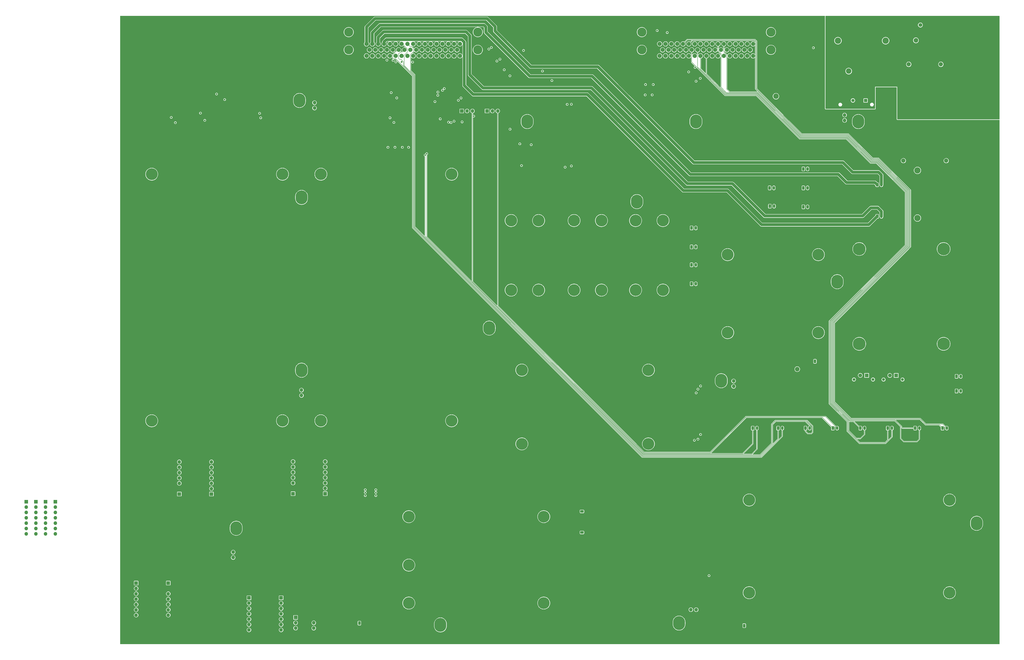
<source format=gbr>
%TF.GenerationSoftware,KiCad,Pcbnew,7.0.9*%
%TF.CreationDate,2024-10-01T20:54:17-06:00*%
%TF.ProjectId,motherboard_v1,6d6f7468-6572-4626-9f61-72645f76312e,rev?*%
%TF.SameCoordinates,Original*%
%TF.FileFunction,Copper,L3,Inr*%
%TF.FilePolarity,Positive*%
%FSLAX46Y46*%
G04 Gerber Fmt 4.6, Leading zero omitted, Abs format (unit mm)*
G04 Created by KiCad (PCBNEW 7.0.9) date 2024-10-01 20:54:17*
%MOMM*%
%LPD*%
G01*
G04 APERTURE LIST*
G04 Aperture macros list*
%AMRoundRect*
0 Rectangle with rounded corners*
0 $1 Rounding radius*
0 $2 $3 $4 $5 $6 $7 $8 $9 X,Y pos of 4 corners*
0 Add a 4 corners polygon primitive as box body*
4,1,4,$2,$3,$4,$5,$6,$7,$8,$9,$2,$3,0*
0 Add four circle primitives for the rounded corners*
1,1,$1+$1,$2,$3*
1,1,$1+$1,$4,$5*
1,1,$1+$1,$6,$7*
1,1,$1+$1,$8,$9*
0 Add four rect primitives between the rounded corners*
20,1,$1+$1,$2,$3,$4,$5,0*
20,1,$1+$1,$4,$5,$6,$7,0*
20,1,$1+$1,$6,$7,$8,$9,0*
20,1,$1+$1,$8,$9,$2,$3,0*%
G04 Aperture macros list end*
%TA.AperFunction,ComponentPad*%
%ADD10O,1.700000X1.700000*%
%TD*%
%TA.AperFunction,ComponentPad*%
%ADD11R,1.700000X1.700000*%
%TD*%
%TA.AperFunction,ComponentPad*%
%ADD12O,5.600000X6.600000*%
%TD*%
%TA.AperFunction,ComponentPad*%
%ADD13C,2.000000*%
%TD*%
%TA.AperFunction,ComponentPad*%
%ADD14O,1.750000X1.200000*%
%TD*%
%TA.AperFunction,ComponentPad*%
%ADD15RoundRect,0.250000X0.625000X-0.350000X0.625000X0.350000X-0.625000X0.350000X-0.625000X-0.350000X0*%
%TD*%
%TA.AperFunction,ComponentPad*%
%ADD16O,1.200000X1.750000*%
%TD*%
%TA.AperFunction,ComponentPad*%
%ADD17RoundRect,0.250000X-0.350000X-0.625000X0.350000X-0.625000X0.350000X0.625000X-0.350000X0.625000X0*%
%TD*%
%TA.AperFunction,ComponentPad*%
%ADD18C,1.520000*%
%TD*%
%TA.AperFunction,ComponentPad*%
%ADD19R,1.520000X1.520000*%
%TD*%
%TA.AperFunction,ComponentPad*%
%ADD20C,1.800000*%
%TD*%
%TA.AperFunction,ComponentPad*%
%ADD21R,1.800000X1.800000*%
%TD*%
%TA.AperFunction,ComponentPad*%
%ADD22C,1.350000*%
%TD*%
%TA.AperFunction,ComponentPad*%
%ADD23C,2.600000*%
%TD*%
%TA.AperFunction,ComponentPad*%
%ADD24C,4.318000*%
%TD*%
%TA.AperFunction,ComponentPad*%
%ADD25C,5.600000*%
%TD*%
%TA.AperFunction,ComponentPad*%
%ADD26C,3.000000*%
%TD*%
%TA.AperFunction,ComponentPad*%
%ADD27C,6.000000*%
%TD*%
%TA.AperFunction,ViaPad*%
%ADD28C,1.000000*%
%TD*%
%TA.AperFunction,ViaPad*%
%ADD29C,0.800000*%
%TD*%
%TA.AperFunction,ViaPad*%
%ADD30C,2.200000*%
%TD*%
%TA.AperFunction,Conductor*%
%ADD31C,0.127000*%
%TD*%
%TA.AperFunction,Conductor*%
%ADD32C,1.350000*%
%TD*%
G04 APERTURE END LIST*
D10*
%TO.N,unconnected-(q8-Pin_7-Pad7)*%
%TO.C,q8*%
X-30735000Y-247635000D03*
%TO.N,unconnected-(q8-Pin_6-Pad6)*%
X-30735000Y-245095000D03*
%TO.N,unconnected-(q8-Pin_5-Pad5)*%
X-30735000Y-242555000D03*
%TO.N,unconnected-(q8-Pin_4-Pad4)*%
X-30735000Y-240015000D03*
%TO.N,unconnected-(q8-Pin_3-Pad3)*%
X-30735000Y-237475000D03*
%TO.N,unconnected-(q8-Pin_2-Pad2)*%
X-30735000Y-234935000D03*
D11*
%TO.N,unconnected-(q8-Pin_1-Pad1)*%
X-30735000Y-232395000D03*
%TD*%
D10*
%TO.N,unconnected-(q6-Pin_7-Pad7)*%
%TO.C,q6*%
X-35335000Y-247635000D03*
%TO.N,unconnected-(q6-Pin_6-Pad6)*%
X-35335000Y-245095000D03*
%TO.N,unconnected-(q6-Pin_5-Pad5)*%
X-35335000Y-242555000D03*
%TO.N,unconnected-(q6-Pin_4-Pad4)*%
X-35335000Y-240015000D03*
%TO.N,unconnected-(q6-Pin_3-Pad3)*%
X-35335000Y-237475000D03*
%TO.N,unconnected-(q6-Pin_2-Pad2)*%
X-35335000Y-234935000D03*
D11*
%TO.N,unconnected-(q6-Pin_1-Pad1)*%
X-35335000Y-232395000D03*
%TD*%
D10*
%TO.N,unconnected-(q7-Pin_7-Pad7)*%
%TO.C,q7*%
X-39935000Y-247635000D03*
%TO.N,unconnected-(q7-Pin_6-Pad6)*%
X-39935000Y-245095000D03*
%TO.N,unconnected-(q7-Pin_5-Pad5)*%
X-39935000Y-242555000D03*
%TO.N,unconnected-(q7-Pin_4-Pad4)*%
X-39935000Y-240015000D03*
%TO.N,unconnected-(q7-Pin_3-Pad3)*%
X-39935000Y-237475000D03*
%TO.N,unconnected-(q7-Pin_2-Pad2)*%
X-39935000Y-234935000D03*
D11*
%TO.N,unconnected-(q7-Pin_1-Pad1)*%
X-39935000Y-232395000D03*
%TD*%
D10*
%TO.N,unconnected-(q5-Pin_7-Pad7)*%
%TO.C,q5*%
X-44535000Y-247635000D03*
%TO.N,unconnected-(q5-Pin_6-Pad6)*%
X-44535000Y-245095000D03*
%TO.N,unconnected-(q5-Pin_5-Pad5)*%
X-44535000Y-242555000D03*
%TO.N,unconnected-(q5-Pin_4-Pad4)*%
X-44535000Y-240015000D03*
%TO.N,unconnected-(q5-Pin_3-Pad3)*%
X-44535000Y-237475000D03*
%TO.N,unconnected-(q5-Pin_2-Pad2)*%
X-44535000Y-234935000D03*
D11*
%TO.N,unconnected-(q5-Pin_1-Pad1)*%
X-44535000Y-232395000D03*
%TD*%
D12*
%TO.N,Earth_Protective*%
%TO.C,H9*%
X265050000Y-290000000D03*
%TD*%
D13*
%TO.N,Net-(D4-A1)*%
%TO.C,U1*%
X371420000Y-70560000D03*
%TO.N,GND*%
X381580000Y-70560000D03*
%TO.N,unconnected-(U1-TRIM-Pad4)*%
X391740000Y-70560000D03*
%TO.N,unconnected-(U1-CNT-Pad3)*%
X389200000Y-24840000D03*
%TO.N,GNDPWR*%
X379040000Y-24840000D03*
%TO.N,/24V to 5V Power/Vin*%
X373960000Y-24840000D03*
%TD*%
D14*
%TO.N,GND*%
%TO.C,UartMux1*%
X219000000Y-235000000D03*
D15*
%TO.N,+5V*%
X219000000Y-237000000D03*
%TD*%
D16*
%TO.N,2 - High Power (4) V-*%
%TO.C,J31-HighPower4*%
X310000000Y-83491726D03*
D17*
%TO.N,2 - High Power (4) V+*%
X308000000Y-83491726D03*
%TD*%
D18*
%TO.N,GNDPWR*%
%TO.C,J12*%
X344500003Y-42000000D03*
%TO.N,VS*%
X347500002Y-42000000D03*
%TO.N,GNDPWR*%
X350500001Y-42000000D03*
D19*
%TO.N,VS*%
X353500000Y-42000000D03*
%TD*%
D20*
%TO.N,+24V*%
%TO.C,J11*%
X351000000Y-172451726D03*
D21*
%TO.N,GNDPWR*%
X354000000Y-172451726D03*
D22*
%TO.N,*%
X357000000Y-174411726D03*
X348000000Y-174411726D03*
%TD*%
D16*
%TO.N,GND*%
%TO.C,J101*%
X115475000Y-290025000D03*
D17*
%TO.N,+5V*%
X113475000Y-290025000D03*
%TD*%
D23*
%TO.N,+5V*%
%TO.C,J1*%
X311000000Y-40000000D03*
%TD*%
D12*
%TO.N,Earth_Protective*%
%TO.C,H6*%
X273050000Y-52000000D03*
%TD*%
D10*
%TO.N,Net-(J16-Pin_3)*%
%TO.C,J16*%
X53625000Y-258877000D03*
%TO.N,Earth_Protective*%
X53625000Y-256337000D03*
D11*
%TO.N,GND*%
X53625000Y-253797000D03*
%TD*%
D24*
%TO.N,Earth_Protective*%
%TO.C,D-Sub(2)1*%
X308607000Y-18000000D03*
X308607000Y-9592600D03*
X247393000Y-18000000D03*
X247393000Y-9592600D03*
D13*
%TO.N,2 - Lock-in (9) I-*%
X255851200Y-15155200D03*
%TO.N,2 - Lock-in (9) I+*%
X258619800Y-15155200D03*
%TO.N,2 - Lock-in (9) V-*%
X261388400Y-15155200D03*
%TO.N,2 - Lock-in (9) V+*%
X264157000Y-15155200D03*
%TO.N,2 - Low Power (8) V-*%
X266925600Y-15155200D03*
%TO.N,2 - Low Power (8) V+*%
X269694200Y-15155200D03*
%TO.N,2 - Diode (12) I-*%
X272462800Y-15155200D03*
%TO.N,2 - Diode (12) I+*%
X275231400Y-15155200D03*
%TO.N,2 - High Power (5) V-*%
X278000000Y-15155200D03*
%TO.N,2 - High Power (5) V+*%
X280768600Y-15155200D03*
%TO.N,2 - Low Power (7) V-*%
X283537200Y-15155200D03*
%TO.N,2 - Low Power (7) V+*%
X286305800Y-15155200D03*
%TO.N,2 - Diode (11) I-*%
X289074400Y-15155200D03*
%TO.N,2 - Diode (11) I+*%
X291843000Y-15155200D03*
%TO.N,2 - Diode (10) I-*%
X294611600Y-15155200D03*
%TO.N,2 - Diode (10) I+*%
X297380200Y-15155200D03*
%TO.N,2 - Lock-in (8) I-*%
X300148800Y-15155200D03*
%TO.N,2 - Lock-in (8) I+*%
X257235500Y-18000000D03*
%TO.N,2 - Lock-in (8) V-*%
X260004100Y-18000000D03*
%TO.N,2 - Lock-in (8) V+*%
X262772700Y-18000000D03*
%TO.N,2 - High Power (4) V-*%
X265541300Y-18000000D03*
%TO.N,2 - High Power (4) V+*%
X268309900Y-18000000D03*
%TO.N,2 - Low Power (6) V-*%
X271078500Y-18000000D03*
%TO.N,2 - Low Power (6) V+*%
X273847100Y-18000000D03*
%TO.N,2 - Diode (9) I-*%
X276615700Y-18000000D03*
%TO.N,2 - Diode (9) I+*%
X279384300Y-18000000D03*
%TO.N,2 - Diode (8) I-*%
X282152900Y-18000000D03*
%TO.N,2 - Diode (8) I+*%
X284921500Y-18000000D03*
%TO.N,2 - Lock-in (7) I-*%
X287690100Y-18000000D03*
%TO.N,2 - Lock-in (7) I+*%
X290458700Y-18000000D03*
%TO.N,2 - Lock-in (7) V-*%
X293227300Y-18000000D03*
%TO.N,2 - Lock-in (7) V+*%
X295995900Y-18000000D03*
%TO.N,unconnected-(D-Sub(2)1-Pin_18-Pad18)*%
X298764500Y-18000000D03*
%TO.N,unconnected-(D-Sub(2)1-Pin_17-Pad17)*%
X255851200Y-20844800D03*
%TO.N,2 - Lock-in (6) I-*%
X258619800Y-20844800D03*
%TO.N,2 - Lock-in (6) I+*%
X261388400Y-20844800D03*
%TO.N,2 - Lock-in (6) V-*%
X264157000Y-20844800D03*
%TO.N,2 - Lock-in (6) V+*%
X266925600Y-20844800D03*
%TO.N,2 - High Power (3) V-*%
X269694200Y-20844800D03*
%TO.N,2 - High Power (3) V+*%
X272462800Y-20844800D03*
%TO.N,2 - Low Power (5) V-*%
X275231400Y-20844800D03*
%TO.N,2 - Low Power (5) V+*%
X278000000Y-20844800D03*
%TO.N,2 - Diode (7) I-*%
X280768600Y-20844800D03*
%TO.N,2 - Diode (7) I+*%
X283537200Y-20844800D03*
%TO.N,2 - Diode (6) I-*%
X286305800Y-20844800D03*
%TO.N,2 - Diode (6) I+*%
X289074400Y-20844800D03*
%TO.N,2 - Lock-in (5) I-*%
X291843000Y-20844800D03*
%TO.N,2 - Lock-in (5) I+*%
X294611600Y-20844800D03*
%TO.N,2 - Lock-in (5) V-*%
X297380200Y-20844800D03*
%TO.N,2 - Lock-in (5) V+*%
X300148800Y-20844800D03*
%TD*%
D16*
%TO.N,Low Power (1) V-*%
%TO.C,J4-LowPower1*%
X302000000Y-197491726D03*
D17*
%TO.N,Low Power (1) V+*%
X300000000Y-197491726D03*
%TD*%
D16*
%TO.N,GND*%
%TO.C,HPHpower1*%
X331490000Y-165796726D03*
D17*
%TO.N,Net-(HPHpower1-Pin_1)*%
X329490000Y-165796726D03*
%TD*%
D16*
%TO.N,Low Power (3) V-*%
%TO.C,J15-LowPower3*%
X327000000Y-197491726D03*
D17*
%TO.N,Low Power (3) V+*%
X325000000Y-197491726D03*
%TD*%
D10*
%TO.N,Low Power (4) V+*%
%TO.C,J99*%
X167080000Y-47000000D03*
%TO.N,Net-(D-Sub(1)1-Pin_45)*%
X164540000Y-47000000D03*
D11*
%TO.N,Diode (5) I+*%
X162000000Y-47000000D03*
%TD*%
D23*
%TO.N,VS*%
%TO.C,J3*%
X345490000Y-28070000D03*
%TD*%
D24*
%TO.N,Earth_Protective*%
%TO.C,D-Sub(1)1*%
X169607000Y-18000000D03*
X169607000Y-9592600D03*
X108393000Y-18000000D03*
X108393000Y-9592600D03*
D13*
%TO.N,3 K Warmup V-*%
X116851200Y-15155200D03*
%TO.N,3 K Warmup V+*%
X119619800Y-15155200D03*
%TO.N,50 K Warmup V-*%
X122388400Y-15155200D03*
%TO.N,50 K Warmup V+*%
X125157000Y-15155200D03*
%TO.N,Net-(D-Sub(1)1-Pin_46)*%
X127925600Y-15155200D03*
%TO.N,Net-(D-Sub(1)1-Pin_45)*%
X130694200Y-15155200D03*
%TO.N,Low Power (3) V-*%
X133462800Y-15155200D03*
%TO.N,Low Power (3) V+*%
X136231400Y-15155200D03*
%TO.N,Lock-in (4) I-*%
X139000000Y-15155200D03*
%TO.N,Lock-in (4) I+*%
X141768600Y-15155200D03*
%TO.N,Lock-in (4) V-*%
X144537200Y-15155200D03*
%TO.N,Lock-in (4) V+*%
X147305800Y-15155200D03*
%TO.N,Lock-in (3) I-*%
X150074400Y-15155200D03*
%TO.N,Lock-in (3) I+*%
X152843000Y-15155200D03*
%TO.N,Lock-in (3) V-*%
X155611600Y-15155200D03*
%TO.N,Lock-in (3) V+*%
X158380200Y-15155200D03*
%TO.N,3 K Diode I-*%
X161148800Y-15155200D03*
%TO.N,3 K Diode I+*%
X118235500Y-18000000D03*
%TO.N,3 K Diode V-*%
X121004100Y-18000000D03*
%TO.N,3 K Diode V+*%
X123772700Y-18000000D03*
%TO.N,High Power (2) V-*%
X126541300Y-18000000D03*
%TO.N,High Power (2) V+*%
X129309900Y-18000000D03*
%TO.N,Low Power (2) V-*%
X132078500Y-18000000D03*
%TO.N,Low Power (2) V+*%
X134847100Y-18000000D03*
%TO.N,Diode (4) I-*%
X137615700Y-18000000D03*
%TO.N,Diode (4) I+*%
X140384300Y-18000000D03*
%TO.N,Diode (3) I-*%
X143152900Y-18000000D03*
%TO.N,Diode (3) I+*%
X145921500Y-18000000D03*
%TO.N,Lock-in (2) I-*%
X148690100Y-18000000D03*
%TO.N,Lock-in (2) I+*%
X151458700Y-18000000D03*
%TO.N,Lock-in (2) V-*%
X154227300Y-18000000D03*
%TO.N,Lock-in (2) V+*%
X156995900Y-18000000D03*
%TO.N,unconnected-(D-Sub(1)1-Pin_18-Pad18)*%
X159764500Y-18000000D03*
%TO.N,unconnected-(D-Sub(1)1-Pin_17-Pad17)*%
X116851200Y-20844800D03*
%TO.N,50 K Diode I-*%
X119619800Y-20844800D03*
%TO.N,50 K Diode I+*%
X122388400Y-20844800D03*
%TO.N,50 K Diode V-*%
X125157000Y-20844800D03*
%TO.N,50 K Diode V+*%
X127925600Y-20844800D03*
%TO.N,High Power (1) V-*%
X130694200Y-20844800D03*
%TO.N,High Power (1) V+*%
X133462800Y-20844800D03*
%TO.N,Low Power (1) V-*%
X136231400Y-20844800D03*
%TO.N,Low Power (1) V+*%
X139000000Y-20844800D03*
%TO.N,Diode (2) I-*%
X141768600Y-20844800D03*
%TO.N,Diode (2) I+*%
X144537200Y-20844800D03*
%TO.N,Diode (1) I-*%
X147305800Y-20844800D03*
%TO.N,Diode (1) I+*%
X150074400Y-20844800D03*
%TO.N,Lock-in (1) I-*%
X152843000Y-20844800D03*
%TO.N,Lock-in (1) I+*%
X155611600Y-20844800D03*
%TO.N,Lock-in (1) V-*%
X158380200Y-20844800D03*
%TO.N,Lock-in (1) V+*%
X161148800Y-20844800D03*
%TD*%
D16*
%TO.N,GND1*%
%TO.C,WU_D_GND1*%
X398625000Y-172925000D03*
D17*
X396625000Y-172925000D03*
%TD*%
D20*
%TO.N,GNDPWR*%
%TO.C,RV1*%
X386990000Y-6203000D03*
%TO.N,+24V*%
X379490000Y-6203000D03*
%TD*%
D10*
%TO.N,Net-(J8-Pin_3)*%
%TO.C,J8*%
X343539000Y-48935000D03*
%TO.N,Earth_Protective*%
X343539000Y-51475000D03*
D11*
%TO.N,GND*%
X343539000Y-54015000D03*
%TD*%
D12*
%TO.N,Earth_Protective*%
%TO.C,H14*%
X55050000Y-245000000D03*
%TD*%
D16*
%TO.N,2 - Low Power (6) V-*%
%TO.C,J30-LowPower6*%
X366000000Y-197491726D03*
D17*
%TO.N,2 - Low Power (6) V+*%
X364000000Y-197491726D03*
%TD*%
D12*
%TO.N,Earth_Protective*%
%TO.C,H11*%
X350050000Y-52000000D03*
%TD*%
D16*
%TO.N,2 - Low Power (7) V-*%
%TO.C,J35-LowPower7*%
X379000000Y-197491726D03*
D17*
%TO.N,2 - Low Power (7) V+*%
X377000000Y-197491726D03*
%TD*%
D25*
%TO.N,Earth_Protective*%
%TO.C,H16*%
X393300000Y-275591726D03*
X393300000Y-231591726D03*
X298300000Y-275591726D03*
X298300000Y-231591726D03*
%TD*%
%TO.N,Earth_Protective*%
%TO.C,L1*%
X77000000Y-77000000D03*
X15000000Y-77000000D03*
X77000000Y-194000000D03*
X15000000Y-194000000D03*
%TD*%
D16*
%TO.N,Net-(C1-HP1-1-Pin_2)*%
%TO.C,C1-HP1-1*%
X273000000Y-102491726D03*
D17*
%TO.N,Net-(C1-HP1-1-Pin_1)*%
X271000000Y-102491726D03*
%TD*%
D10*
%TO.N,Net-(J10-Pin_3)*%
%TO.C,J10*%
X270641000Y-283645000D03*
%TO.N,Earth_Protective*%
X273181000Y-283645000D03*
D11*
%TO.N,GND*%
X275721000Y-283645000D03*
%TD*%
D20*
%TO.N,+24V*%
%TO.C,J13*%
X365000000Y-172491726D03*
D21*
%TO.N,GNDPWR*%
X368000000Y-172491726D03*
D22*
%TO.N,*%
X371000000Y-174451726D03*
X362000000Y-174451726D03*
%TD*%
D16*
%TO.N,Low Power (2) V-*%
%TO.C,J10-LowPower2*%
X314000000Y-197491726D03*
D17*
%TO.N,Low Power (2) V+*%
X312000000Y-197491726D03*
%TD*%
D12*
%TO.N,Earth_Protective*%
%TO.C,H12*%
X193050000Y-52000000D03*
%TD*%
D25*
%TO.N,Earth_Protective*%
%TO.C,D2*%
X228266548Y-98991726D03*
X215266548Y-98991726D03*
X228266548Y-131991726D03*
X215266548Y-131991726D03*
%TD*%
%TO.N,Earth_Protective*%
%TO.C,D1*%
X198433274Y-98991726D03*
X185433274Y-98991726D03*
X198433274Y-131991726D03*
X185433274Y-131991726D03*
%TD*%
D12*
%TO.N,Earth_Protective*%
%TO.C,H13*%
X85050000Y-42000000D03*
%TD*%
D16*
%TO.N,3 K Warmup V-*%
%TO.C,J20-3K-Warmup1*%
X361000000Y-81990000D03*
D17*
%TO.N,3 K Warmup V+*%
X359000000Y-81990000D03*
%TD*%
D26*
%TO.N,+5V*%
%TO.C,F1*%
X378100000Y-97800000D03*
%TO.N,Net-(D4-A1)*%
X378100000Y-75200000D03*
%TD*%
D12*
%TO.N,Earth_Protective*%
%TO.C,H8*%
X340050000Y-128000000D03*
%TD*%
D10*
%TO.N,unconnected-(J17-Pin_3-Pad3)*%
%TO.C,J17*%
X91825000Y-292405000D03*
%TO.N,GND1*%
X91825000Y-289865000D03*
D11*
%TO.N,GND*%
X91825000Y-287325000D03*
%TD*%
D16*
%TO.N,Low Power (4) V-*%
%TO.C,J17-LowPower4*%
X340000000Y-197491726D03*
D17*
%TO.N,Low Power (4) V+*%
X338000000Y-197491726D03*
%TD*%
D25*
%TO.N,Earth_Protective*%
%TO.C,L2*%
X157200000Y-77000000D03*
X95200000Y-77000000D03*
X157200000Y-194000000D03*
X95200000Y-194000000D03*
%TD*%
D10*
%TO.N,/Switch 2*%
%TO.C,q4*%
X76350000Y-293240000D03*
%TO.N,unconnected-(q4-GPIO6-Pad13)*%
X76350000Y-290700000D03*
%TO.N,unconnected-(q4-GPIO4-Pad12)*%
X76350000Y-288160000D03*
%TO.N,unconnected-(q4-GPIO3-Pad11)*%
X76350000Y-285620000D03*
%TO.N,unconnected-(q4-3.3V-Pad10)*%
X76350000Y-283080000D03*
%TO.N,GND1*%
X76350000Y-280540000D03*
D11*
%TO.N,Net-(D5-A)*%
X76350000Y-278000000D03*
D10*
%TO.N,/PWM 2*%
X61110000Y-293240000D03*
%TO.N,/CTRL 2*%
X61110000Y-290700000D03*
%TO.N,/Switch 1*%
X61110000Y-288160000D03*
%TO.N,/ISMON 2*%
X61110000Y-285620000D03*
%TO.N,/PWM 1*%
X61110000Y-283080000D03*
%TO.N,/CTRL 1*%
X61110000Y-280540000D03*
D11*
%TO.N,/ISMON 1*%
X61110000Y-278000000D03*
%TD*%
D16*
%TO.N,High Power (1) V-*%
%TO.C,J5-HighPower1*%
X326000000Y-92491726D03*
D17*
%TO.N,High Power (1) V+*%
X324000000Y-92491726D03*
%TD*%
D16*
%TO.N,GND1*%
%TO.C,WU_D_GND2*%
X398625000Y-179875000D03*
D17*
X396625000Y-179875000D03*
%TD*%
D16*
%TO.N,Net-(C4-HP4-1-Pin_2)*%
%TO.C,C4-HP4-1*%
X273000000Y-129000000D03*
D17*
%TO.N,Net-(C4-HP4-1-Pin_1)*%
X271000000Y-129000000D03*
%TD*%
D16*
%TO.N,50 K Warmup V-*%
%TO.C,J19-50K-Warmup1*%
X361000000Y-96990000D03*
D17*
%TO.N,50 K Warmup V+*%
X359000000Y-96990000D03*
%TD*%
D25*
%TO.N,Earth_Protective*%
%TO.C,M2*%
X136900000Y-239500000D03*
X136900000Y-262500000D03*
X136900000Y-280500000D03*
X200900000Y-239500000D03*
X200900000Y-280500000D03*
%TD*%
D27*
%TO.N,Earth_Protective*%
%TO.C,W1*%
X350500000Y-112491726D03*
X350500000Y-157491726D03*
X390500000Y-112491726D03*
X390500000Y-157491726D03*
%TD*%
D12*
%TO.N,Earth_Protective*%
%TO.C,H5*%
X86050000Y-170000000D03*
%TD*%
D10*
%TO.N,unconnected-(q1-GPIO5-Pad14)*%
%TO.C,q1*%
X28070000Y-213510000D03*
%TO.N,unconnected-(q1-GPIO6-Pad13)*%
X28070000Y-216050000D03*
%TO.N,unconnected-(q1-GPIO4-Pad12)*%
X28070000Y-218590000D03*
%TO.N,unconnected-(q1-GPIO3-Pad11)*%
X28070000Y-221130000D03*
%TO.N,/Q1_3.3V*%
X28070000Y-223670000D03*
%TO.N,GND*%
X28070000Y-226210000D03*
D11*
%TO.N,unconnected-(q1-5V-Pad8)*%
X28070000Y-228750000D03*
D10*
%TO.N,unconnected-(q1-GPIO20-Pad7)*%
X43310000Y-213510000D03*
%TO.N,unconnected-(q1-GPIO25-Pad6)*%
X43310000Y-216050000D03*
%TO.N,unconnected-(q1-GPIO24-Pad5)*%
X43310000Y-218590000D03*
%TO.N,unconnected-(q1-GPIO26-Pad4)*%
X43310000Y-221130000D03*
%TO.N,unconnected-(q1-GPIO27-Pad3)*%
X43310000Y-223670000D03*
%TO.N,unconnected-(q1-GPIO28-Pad2)*%
X43310000Y-226210000D03*
D11*
%TO.N,unconnected-(q1-GPIO29-Pad1)*%
X43310000Y-228750000D03*
%TD*%
D14*
%TO.N,GND*%
%TO.C,UartMux2*%
X219000000Y-245000000D03*
D15*
%TO.N,+5V*%
X219000000Y-247000000D03*
%TD*%
D10*
%TO.N,Low Power (4) V-*%
%TO.C,J98*%
X179080000Y-47000000D03*
%TO.N,Net-(D-Sub(1)1-Pin_46)*%
X176540000Y-47000000D03*
D11*
%TO.N,Diode (5) I-*%
X174000000Y-47000000D03*
%TD*%
D10*
%TO.N,unconnected-(q2-GPIO5-Pad14)*%
%TO.C,q2*%
X82010000Y-213360000D03*
%TO.N,Net-(q2-GPIO6)*%
X82010000Y-215900000D03*
%TO.N,Net-(C4-HP4-1-Pin_1)*%
X82010000Y-218440000D03*
%TO.N,Net-(C4-HP4-1-Pin_2)*%
X82010000Y-220980000D03*
%TO.N,/Q2_3.3V*%
X82010000Y-223520000D03*
%TO.N,GND*%
X82010000Y-226060000D03*
D11*
%TO.N,unconnected-(q2-5V-Pad8)*%
X82010000Y-228600000D03*
D10*
%TO.N,unconnected-(q2-GPIO20-Pad7)*%
X97250000Y-213360000D03*
%TO.N,Net-(C3-HP3-1-Pin_2)*%
X97250000Y-215900000D03*
%TO.N,Net-(C3-HP3-1-Pin_1)*%
X97250000Y-218440000D03*
%TO.N,Net-(C2-HP2-1-Pin_2)*%
X97250000Y-220980000D03*
%TO.N,Net-(C2-HP2-1-Pin_1)*%
X97250000Y-223520000D03*
%TO.N,Net-(C1-HP1-1-Pin_2)*%
X97250000Y-226060000D03*
D11*
%TO.N,Net-(C1-HP1-1-Pin_1)*%
X97250000Y-228600000D03*
%TD*%
D16*
%TO.N,Net-(C3-HP3-1-Pin_2)*%
%TO.C,C3-HP3-1*%
X273000000Y-120000000D03*
D17*
%TO.N,Net-(C3-HP3-1-Pin_1)*%
X271000000Y-120000000D03*
%TD*%
D25*
%TO.N,Earth_Protective*%
%TO.C,M1*%
X250500000Y-204950000D03*
X250500000Y-169950000D03*
X190500000Y-204950000D03*
X190500000Y-169950000D03*
%TD*%
D16*
%TO.N,High Power (2) V-*%
%TO.C,J11-HighPower2*%
X326000000Y-83491726D03*
D17*
%TO.N,High Power (2) V+*%
X324000000Y-83491726D03*
%TD*%
D10*
%TO.N,Net-(J9-Pin_3)*%
%TO.C,J9*%
X86003000Y-179455000D03*
%TO.N,Earth_Protective*%
X86003000Y-181995000D03*
D11*
%TO.N,GND*%
X86003000Y-184535000D03*
%TD*%
D12*
%TO.N,Earth_Protective*%
%TO.C,H7*%
X86050000Y-88000000D03*
%TD*%
%TO.N,Earth_Protective*%
%TO.C,H1*%
X245050000Y-90000000D03*
%TD*%
%TO.N,Earth_Protective*%
%TO.C,H2*%
X406150000Y-242650000D03*
%TD*%
%TO.N,Earth_Protective*%
%TO.C,H3*%
X175050000Y-150000000D03*
%TD*%
D23*
%TO.N,GND*%
%TO.C,J2*%
X325800000Y-40000000D03*
%TD*%
D10*
%TO.N,Net-(J15-Pin_3)*%
%TO.C,J15*%
X290913000Y-177669000D03*
%TO.N,Earth_Protective*%
X290913000Y-175129000D03*
D11*
%TO.N,GND*%
X290913000Y-172589000D03*
%TD*%
D10*
%TO.N,Net-(J14-Pin_3)*%
%TO.C,J14*%
X92207000Y-45589000D03*
%TO.N,Earth_Protective*%
X92207000Y-43049000D03*
D11*
%TO.N,GND*%
X92207000Y-40509000D03*
%TD*%
D16*
%TO.N,2 - High Power (5) V-*%
%TO.C,J36-HighPower5*%
X310100000Y-92166726D03*
D17*
%TO.N,2 - High Power (5) V+*%
X308100000Y-92166726D03*
%TD*%
D26*
%TO.N,+24V*%
%TO.C,F2*%
X363000000Y-13647500D03*
%TO.N,VS*%
X340400000Y-13647500D03*
%TD*%
D23*
%TO.N,GNDPWR*%
%TO.C,J4*%
X353630000Y-21900000D03*
%TD*%
D12*
%TO.N,Earth_Protective*%
%TO.C,H10*%
X151880000Y-290870000D03*
%TD*%
D16*
%TO.N,GND*%
%TO.C,J100*%
X297975000Y-291225000D03*
D17*
%TO.N,+5V*%
X295975000Y-291225000D03*
%TD*%
D25*
%TO.N,Earth_Protective*%
%TO.C,H15*%
X331100000Y-152166726D03*
X331100000Y-115166726D03*
X288100000Y-152166726D03*
X288100000Y-115166726D03*
%TD*%
D16*
%TO.N,2 - Low Power (8) V-*%
%TO.C,J38-LowPower8*%
X392000000Y-197491726D03*
D17*
%TO.N,2 - Low Power (8) V+*%
X390000000Y-197491726D03*
%TD*%
D16*
%TO.N,Net-(C2-HP2-1-Pin_2)*%
%TO.C,C2-HP2-1*%
X273000000Y-111491726D03*
D17*
%TO.N,Net-(C2-HP2-1-Pin_1)*%
X271000000Y-111491726D03*
%TD*%
D16*
%TO.N,2 - High Power (3) V-*%
%TO.C,J25-HighPower3*%
X326000000Y-74491726D03*
D17*
%TO.N,2 - High Power (3) V+*%
X324000000Y-74491726D03*
%TD*%
D10*
%TO.N,unconnected-(J7-Pin_3-Pad3)*%
%TO.C,J7*%
X83235000Y-292385000D03*
%TO.N,Net-(D5-K)*%
X83235000Y-289845000D03*
D11*
%TO.N,+5V*%
X83235000Y-287305000D03*
%TD*%
D16*
%TO.N,2 - Low Power (5) V-*%
%TO.C,J24-LowPower5*%
X353000000Y-197491726D03*
D17*
%TO.N,2 - Low Power (5) V+*%
X351000000Y-197491726D03*
%TD*%
D25*
%TO.N,Earth_Protective*%
%TO.C,D3*%
X257433274Y-98991726D03*
X244433274Y-98991726D03*
X257433274Y-131991726D03*
X244433274Y-131991726D03*
%TD*%
D10*
%TO.N,unconnected-(q3-GPIO5-Pad14)*%
%TO.C,q3*%
X22850000Y-286240000D03*
%TO.N,unconnected-(q3-GPIO6-Pad13)*%
X22850000Y-283700000D03*
%TO.N,unconnected-(q3-GPIO4-Pad12)*%
X22850000Y-281160000D03*
%TO.N,unconnected-(q3-GPIO3-Pad11)*%
X22850000Y-278620000D03*
%TO.N,/Q3_3.3V*%
X22850000Y-276080000D03*
%TO.N,GND*%
X22850000Y-273540000D03*
D11*
%TO.N,unconnected-(q3-5V-Pad8)*%
X22850000Y-271000000D03*
D10*
%TO.N,unconnected-(q3-GPIO20-Pad7)*%
X7610000Y-286240000D03*
%TO.N,unconnected-(q3-GPIO25-Pad6)*%
X7610000Y-283700000D03*
%TO.N,unconnected-(q3-GPIO24-Pad5)*%
X7610000Y-281160000D03*
%TO.N,unconnected-(q3-GPIO26-Pad4)*%
X7610000Y-278620000D03*
%TO.N,unconnected-(q3-GPIO27-Pad3)*%
X7610000Y-276080000D03*
%TO.N,/Q3_Tx0*%
X7610000Y-273540000D03*
D11*
%TO.N,/Q3_Rx0*%
X7610000Y-271000000D03*
%TD*%
D12*
%TO.N,Earth_Protective*%
%TO.C,H4*%
X285050000Y-175000000D03*
%TD*%
D28*
%TO.N,GND*%
X298125000Y-31800000D03*
D29*
X175000000Y-29750000D03*
X280500000Y-69500000D03*
X132500000Y-4500000D03*
D28*
X22560000Y-48830000D03*
D29*
X347500000Y-95250000D03*
X309750000Y-98750000D03*
X320000000Y-98750000D03*
X255750000Y-58500000D03*
X150000000Y-4500000D03*
X135750000Y-7750000D03*
X223000000Y-38250000D03*
X258500000Y-73500000D03*
D28*
X41690000Y-49390000D03*
X249936000Y-69850000D03*
X124714000Y-49276000D03*
D29*
X171000000Y-21250000D03*
X244000000Y-47000000D03*
X303750000Y-103000000D03*
X45000000Y-42250000D03*
X121500000Y-51750000D03*
X222250000Y-23750000D03*
X299500000Y-98750000D03*
X314500000Y-102500000D03*
X122000000Y-4750000D03*
X254250000Y-64000000D03*
X263500000Y-66250000D03*
X211750000Y-40500000D03*
D28*
X196450000Y-27875000D03*
D29*
X224500000Y-27750000D03*
X194500000Y-40750000D03*
X241500000Y-51000000D03*
X355000000Y-97000000D03*
X236750000Y-51500000D03*
X31500000Y-43750000D03*
X244000000Y-59250000D03*
X239750000Y-60000000D03*
D28*
X223520000Y-54356000D03*
D29*
X105000000Y-193250000D03*
X233750000Y-10500000D03*
D28*
X210050000Y-103320000D03*
D29*
X343750000Y-99000000D03*
X168000000Y-35000000D03*
X121000000Y-10750000D03*
X265250000Y-60250000D03*
X188000000Y-33000000D03*
X143500000Y-8000000D03*
X179000000Y-5500000D03*
X158000000Y-25750000D03*
D28*
X230886000Y-78486000D03*
D29*
X304500000Y-74250000D03*
X256000000Y-76250000D03*
X124250000Y-8000000D03*
X210500000Y-37500000D03*
X142750000Y-4500000D03*
X225500000Y-35000000D03*
X192250000Y-9750000D03*
X196000000Y-23500000D03*
X291000000Y-85500000D03*
X202750000Y-23750000D03*
X67750000Y-39250000D03*
X158500000Y-7750000D03*
X338500000Y-69750000D03*
X130250000Y-7750000D03*
D28*
X188976000Y-75184000D03*
D29*
X220750000Y-41000000D03*
X172000000Y-4750000D03*
X255750000Y-51750000D03*
X271250000Y-73750000D03*
X298000000Y-92250000D03*
X304750000Y-69250000D03*
X352250000Y-78250000D03*
X139750000Y-11250000D03*
X63000000Y-267750000D03*
X212750000Y-34000000D03*
X346750000Y-72500000D03*
X113750000Y-10500000D03*
X211750000Y-24000000D03*
X273000000Y-79500000D03*
X351750000Y-102500000D03*
X137250000Y-4750000D03*
X335500000Y-99000000D03*
X114250000Y-16500000D03*
X181000000Y-9500000D03*
X272250000Y-67250000D03*
X206500000Y-262000000D03*
X267750000Y-86500000D03*
D28*
X55980000Y-49280000D03*
D29*
X281000000Y-29000000D03*
X230500000Y-33750000D03*
X173000000Y-12750000D03*
X157000000Y-4750000D03*
X186000000Y-37500000D03*
X126750000Y-4750000D03*
X199750000Y-34000000D03*
X188750000Y-17000000D03*
X156000000Y-43750000D03*
X358750000Y-74250000D03*
X179500000Y-13000000D03*
X118500000Y-8000000D03*
X266250000Y-81250000D03*
X291500000Y-69750000D03*
X292000000Y-92250000D03*
X237750000Y-33500000D03*
X76000000Y-211000000D03*
X231750000Y-41250000D03*
X150500000Y-7750000D03*
X277000000Y-86750000D03*
X286750000Y-86500000D03*
X304250000Y-93000000D03*
X354750000Y-91750000D03*
D28*
X68270000Y-49610000D03*
D29*
X286000000Y-74250000D03*
X287250000Y-79750000D03*
X184500000Y-40750000D03*
X340500000Y-102750000D03*
X360750000Y-92500000D03*
X117500000Y-2750000D03*
X127250000Y-11250000D03*
X175750000Y-7750000D03*
X352000000Y-74250000D03*
X177000000Y-3250000D03*
X230500000Y-26000000D03*
D28*
X211260000Y-112410000D03*
D29*
X338000000Y-95250000D03*
X332500000Y-74250000D03*
X114500000Y-5500000D03*
X242750000Y-16000000D03*
X166000000Y-8250000D03*
X165250000Y-4750000D03*
X327750000Y-102750000D03*
X63250000Y-272500000D03*
X237500000Y-40500000D03*
X245750000Y-41750000D03*
X343500000Y-76000000D03*
X244250000Y-65000000D03*
X57250000Y-40500000D03*
X384500000Y-175750000D03*
X321750000Y-69500000D03*
X103750000Y-204000000D03*
X264250000Y-74000000D03*
X330500000Y-95000000D03*
X261000000Y-81000000D03*
D28*
X160320000Y-26560000D03*
D29*
X295000000Y-84000000D03*
X124250000Y-12250000D03*
X208000000Y-27750000D03*
X303750000Y-98000000D03*
X118250000Y-12000000D03*
X358750000Y-101500000D03*
X189500000Y-23250000D03*
X135750000Y-36500000D03*
X352750000Y-98750000D03*
D30*
%TO.N,+5V*%
X321100000Y-169500000D03*
D29*
X328750000Y-17000000D03*
X279250000Y-267500000D03*
%TO.N,Lock-in (1) V-*%
X24256000Y-50050000D03*
X26196799Y-52553201D03*
%TO.N,Diode (1) I+*%
X214000000Y-73100000D03*
%TO.N,Diode (1) I-*%
X211000000Y-73650000D03*
%TO.N,Low Power (1) V+*%
X145382429Y-67269887D03*
X138700000Y-23800000D03*
%TO.N,Low Power (1) V-*%
X144650000Y-67950000D03*
%TO.N,High Power (1) V+*%
X136800000Y-64233000D03*
X133450000Y-23698000D03*
%TO.N,High Power (1) V-*%
X133850000Y-64233000D03*
X130750000Y-23698000D03*
%TO.N,50 K Diode I+*%
X189550000Y-62598000D03*
X194950000Y-63000000D03*
%TO.N,Lock-in (2) V-*%
X38100000Y-48000000D03*
X40150000Y-51450000D03*
%TO.N,Diode (4) I+*%
X214000000Y-43800000D03*
%TO.N,Diode (4) I-*%
X212000000Y-43850000D03*
%TO.N,High Power (2) V+*%
X130350000Y-64233000D03*
X129450000Y-23000000D03*
%TO.N,High Power (2) V-*%
X127000000Y-64233000D03*
X126550000Y-22850000D03*
%TO.N,3 K Diode I-*%
X184900000Y-55660000D03*
X190350000Y-72900000D03*
X182150000Y-27437000D03*
%TO.N,2 - High Power (3) V+*%
X272631188Y-26331188D03*
X275100000Y-31500000D03*
%TO.N,2 - High Power (3) V-*%
X273118604Y-32868604D03*
X269600000Y-28450000D03*
%TO.N,2 - Lock-in (5) V+*%
X156907878Y-52525000D03*
%TO.N,2 - Lock-in (5) V-*%
X158350000Y-51850000D03*
%TO.N,2 - Lock-in (5) I+*%
X155749429Y-52299429D03*
%TO.N,2 - Lock-in (5) I-*%
X167700000Y-49444000D03*
%TO.N,2 - Lock-in (6) V+*%
X151800000Y-50756000D03*
X160417999Y-41900000D03*
%TO.N,2 - Lock-in (6) I+*%
X128000000Y-50248000D03*
X129850000Y-52444000D03*
%TO.N,2 - Lock-in (7) V+*%
X150700000Y-38034500D03*
%TO.N,2 - Lock-in (7) V-*%
X152900000Y-37190000D03*
X204750000Y-32550000D03*
X200300000Y-28048000D03*
%TO.N,2 - Lock-in (7) I+*%
X184850000Y-30300000D03*
X191318853Y-18268853D03*
X150650000Y-39550000D03*
%TO.N,2 - Lock-in (7) I-*%
X153750000Y-36346000D03*
%TO.N,Lock-in (3) I-*%
X49600000Y-41600000D03*
X45750000Y-38948000D03*
%TO.N,Lock-in (4) V-*%
X66700000Y-50250000D03*
X66150000Y-48100000D03*
%TO.N,Net-(D-Sub(1)1-Pin_45)*%
X174850000Y-17600000D03*
X178659592Y-23309592D03*
%TO.N,Net-(D-Sub(1)1-Pin_46)*%
X176054868Y-16854868D03*
X180100000Y-22400000D03*
D30*
%TO.N,GNDPWR*%
X401250000Y-6500000D03*
X350000000Y-35000000D03*
X408750000Y-20000000D03*
X408750000Y-40500000D03*
D29*
%TO.N,/Q1_3.3V*%
X121250000Y-226750000D03*
X116250000Y-226750000D03*
%TO.N,/Q1_SDA 1*%
X116250000Y-228000000D03*
X121250000Y-228000000D03*
%TO.N,/HP_q2_SDA 1*%
X275250000Y-200500000D03*
X275250000Y-177500000D03*
%TO.N,/HP_q2_SCL 1*%
X272311500Y-203250000D03*
X273156000Y-180750000D03*
%TO.N,/Q1_SCL 1*%
X121250000Y-229500000D03*
X116250000Y-229500000D03*
D30*
%TO.N,+24V*%
X377360000Y-13490000D03*
D29*
%TO.N,/Q2_3.3V*%
X274000000Y-202750000D03*
X274000000Y-179000000D03*
%TO.N,2 - Lock-in (8) I-*%
X161650000Y-40850000D03*
X162150000Y-52200000D03*
X149300000Y-42550000D03*
%TO.N,2 - Diode (12) I+*%
X252800000Y-34437000D03*
X252300000Y-39360000D03*
%TO.N,2 - Diode (12) I-*%
X249000000Y-39360000D03*
X249150000Y-34437000D03*
%TO.N,2 - Lock-in (9) V+*%
X254664824Y-8845262D03*
X259421799Y-9778201D03*
X128550000Y-38300000D03*
X131200000Y-40794000D03*
%TD*%
D31*
%TO.N,Low Power (1) V+*%
X300000000Y-204900000D02*
X300000000Y-197491726D01*
X145382429Y-106720189D02*
X248277240Y-209615000D01*
X295285000Y-209615000D02*
X300000000Y-204900000D01*
X145382429Y-67269887D02*
X145382429Y-106720189D01*
X248277240Y-209615000D02*
X295285000Y-209615000D01*
%TO.N,Low Power (1) V-*%
X144650000Y-67950000D02*
X144650000Y-106450208D01*
X299500000Y-209942000D02*
X302000000Y-207442000D01*
X302000000Y-207442000D02*
X302000000Y-197491726D01*
X144650000Y-106450208D02*
X248141792Y-209942000D01*
X248141792Y-209942000D02*
X299500000Y-209942000D01*
%TO.N,Low Power (2) V+*%
X312000000Y-202723000D02*
X312000000Y-197491726D01*
X132268700Y-19581300D02*
X132000000Y-19850000D01*
X132400000Y-22450000D02*
X133140331Y-22450000D01*
X134847100Y-18000000D02*
X133747100Y-19100000D01*
X134350000Y-25437552D02*
X139027000Y-30114552D01*
X132000000Y-19850000D02*
X132000000Y-22050000D01*
X139027000Y-102214552D02*
X247735448Y-210923000D01*
X134847100Y-18000000D02*
X134507700Y-18000000D01*
X303800000Y-210923000D02*
X312000000Y-202723000D01*
X132000000Y-22050000D02*
X132400000Y-22450000D01*
X133140331Y-22450000D02*
X134350000Y-23659669D01*
X133000000Y-19100000D02*
X132518700Y-19581300D01*
X132518700Y-19581300D02*
X132268700Y-19581300D01*
X247735448Y-210923000D02*
X303800000Y-210923000D01*
X139027000Y-30114552D02*
X139027000Y-102214552D01*
X133747100Y-19100000D02*
X133000000Y-19100000D01*
X134350000Y-23659669D02*
X134350000Y-25437552D01*
%TO.N,Low Power (2) V-*%
X304100000Y-211250000D02*
X314000000Y-201350000D01*
X130661669Y-22211669D02*
X138700000Y-30250000D01*
X131600000Y-18000000D02*
X129300000Y-20300000D01*
X314000000Y-201350000D02*
X314000000Y-197491726D01*
X138700000Y-102350000D02*
X247600000Y-211250000D01*
X129300000Y-20300000D02*
X129300000Y-21811669D01*
X129700000Y-22211669D02*
X130661669Y-22211669D01*
X132078500Y-18000000D02*
X131600000Y-18000000D01*
X247600000Y-211250000D02*
X304100000Y-211250000D01*
X129300000Y-21811669D02*
X129700000Y-22211669D01*
X138700000Y-30250000D02*
X138700000Y-102350000D01*
%TO.N,Low Power (3) V+*%
X325723000Y-193873000D02*
X328350000Y-196500000D01*
X326100000Y-200100000D02*
X325000000Y-199000000D01*
X137426200Y-16350000D02*
X138150000Y-16350000D01*
X137718672Y-27881328D02*
X139681000Y-29843656D01*
X137718672Y-20210528D02*
X137718672Y-27881328D01*
X139681000Y-29843656D02*
X139681000Y-101943656D01*
X328350000Y-196500000D02*
X328350000Y-199500000D01*
X309023000Y-204664552D02*
X309023000Y-195514552D01*
X139050000Y-18879200D02*
X137718672Y-20210528D01*
X139050000Y-17250000D02*
X139050000Y-18879200D01*
X139681000Y-101943656D02*
X248006344Y-210269000D01*
X138150000Y-16350000D02*
X139050000Y-17250000D01*
X310664552Y-193873000D02*
X325723000Y-193873000D01*
X136557759Y-15155200D02*
X136231400Y-15155200D01*
X303418552Y-210269000D02*
X309023000Y-204664552D01*
X248006344Y-210269000D02*
X303418552Y-210269000D01*
X328350000Y-199500000D02*
X327750000Y-200100000D01*
X309023000Y-195514552D02*
X310664552Y-193873000D01*
X325000000Y-199000000D02*
X325000000Y-197491726D01*
X327750000Y-200100000D02*
X326100000Y-200100000D01*
X136231400Y-15155200D02*
X137426200Y-16350000D01*
%TO.N,Low Power (3) V-*%
X309350000Y-204800000D02*
X309350000Y-195650000D01*
X327000000Y-196250000D02*
X327000000Y-197491726D01*
X303554000Y-210596000D02*
X309350000Y-204800000D01*
X247870896Y-210596000D02*
X303554000Y-210596000D01*
X139354000Y-102079104D02*
X247870896Y-210596000D01*
X136150000Y-19139341D02*
X134750000Y-20539341D01*
X133462800Y-15155200D02*
X133807400Y-15155200D01*
X134750000Y-20539341D02*
X134750000Y-25375104D01*
X324950000Y-194200000D02*
X327000000Y-196250000D01*
X310800000Y-194200000D02*
X324950000Y-194200000D01*
X134750000Y-25375104D02*
X139354000Y-29979104D01*
X136150000Y-17497800D02*
X136150000Y-19139341D01*
X139354000Y-29979104D02*
X139354000Y-102079104D01*
X309350000Y-195650000D02*
X310800000Y-194200000D01*
X133807400Y-15155200D02*
X136150000Y-17497800D01*
D32*
%TO.N,50 K Warmup V+*%
X355040000Y-100950000D02*
X359000000Y-96990000D01*
X125157000Y-15155200D02*
X125157000Y-14187400D01*
X126245200Y-13099200D02*
X162000424Y-13099200D01*
X163204800Y-14303576D02*
X163204800Y-34904800D01*
X304150000Y-100950000D02*
X355040000Y-100950000D01*
X267100000Y-84750000D02*
X287950000Y-84750000D01*
X221500000Y-39150000D02*
X267100000Y-84750000D01*
X162000424Y-13099200D02*
X163204800Y-14303576D01*
X167450000Y-39150000D02*
X221500000Y-39150000D01*
X163204800Y-34904800D02*
X167450000Y-39150000D01*
X125157000Y-14187400D02*
X126245200Y-13099200D01*
X287950000Y-84750000D02*
X304150000Y-100950000D01*
%TO.N,50 K Warmup V-*%
X290350000Y-81500000D02*
X305650000Y-96800000D01*
X359300000Y-92950000D02*
X361000000Y-94650000D01*
X268950000Y-81500000D02*
X290350000Y-81500000D01*
X165800000Y-29800000D02*
X172100000Y-36100000D01*
X172100000Y-36100000D02*
X223550000Y-36100000D01*
X165800000Y-11250000D02*
X165800000Y-29800000D01*
X122388400Y-12061600D02*
X125000000Y-9450000D01*
X352150000Y-96800000D02*
X356000000Y-92950000D01*
X125000000Y-9450000D02*
X164000000Y-9450000D01*
X164000000Y-9450000D02*
X165800000Y-11250000D01*
X356000000Y-92950000D02*
X359300000Y-92950000D01*
X305650000Y-96800000D02*
X352150000Y-96800000D01*
X223550000Y-36100000D02*
X268950000Y-81500000D01*
X361000000Y-94650000D02*
X361000000Y-96990000D01*
X122388400Y-15155200D02*
X122388400Y-12061600D01*
%TO.N,3 K Warmup V+*%
X340600000Y-77050000D02*
X344500000Y-80950000D01*
X344500000Y-80950000D02*
X357960000Y-80950000D01*
X123250000Y-6250000D02*
X172550000Y-6250000D01*
X357960000Y-80950000D02*
X359000000Y-81990000D01*
X194250000Y-30500000D02*
X223800000Y-30500000D01*
X172550000Y-6250000D02*
X173400000Y-7100000D01*
X270350000Y-77050000D02*
X340600000Y-77050000D01*
X223800000Y-30500000D02*
X270350000Y-77050000D01*
X119619800Y-9880200D02*
X123250000Y-6250000D01*
X173400000Y-7100000D02*
X173400000Y-9650000D01*
X173400000Y-9650000D02*
X194250000Y-30500000D01*
X119619800Y-15155200D02*
X119619800Y-9880200D01*
%TO.N,3 K Warmup V-*%
X174000000Y-3150000D02*
X177800000Y-6950000D01*
X177800000Y-6950000D02*
X177800000Y-9100000D01*
X226600000Y-26000000D02*
X272050000Y-71450000D01*
X361000000Y-77400000D02*
X361000000Y-81990000D01*
X342800000Y-71450000D02*
X347350000Y-76000000D01*
X272050000Y-71450000D02*
X342800000Y-71450000D01*
X177800000Y-9100000D02*
X194700000Y-26000000D01*
X116851200Y-7148800D02*
X120850000Y-3150000D01*
X120850000Y-3150000D02*
X174000000Y-3150000D01*
X347350000Y-76000000D02*
X359600000Y-76000000D01*
X359600000Y-76000000D02*
X361000000Y-77400000D01*
X116851200Y-15155200D02*
X116851200Y-7148800D01*
X194700000Y-26000000D02*
X226600000Y-26000000D01*
D31*
%TO.N,2 - Low Power (5) V+*%
X347822826Y-194314552D02*
X351000000Y-197491726D01*
X359156344Y-70769000D02*
X356319208Y-70769000D01*
X337356344Y-185619000D02*
X337356344Y-147031000D01*
X356319208Y-70769000D02*
X344808208Y-59258000D01*
X337381172Y-185643828D02*
X337356344Y-185619000D01*
X344808208Y-59258000D02*
X322708208Y-59258000D01*
X373410224Y-85022880D02*
X359156344Y-70769000D01*
X322708208Y-59258000D02*
X302104208Y-38654000D01*
X337381172Y-185643828D02*
X346051896Y-194314552D01*
X287279674Y-38654000D02*
X278000000Y-29374325D01*
X278000000Y-29374325D02*
X278000000Y-20844800D01*
X337356344Y-147031000D02*
X373410224Y-110977120D01*
X373410224Y-110977120D02*
X373410224Y-85022880D01*
X302104208Y-38654000D02*
X287279674Y-38654000D01*
X346051896Y-194314552D02*
X347822826Y-194314552D01*
%TO.N,2 - Low Power (5) V-*%
X353000000Y-197491726D02*
X353000000Y-200450000D01*
X351050000Y-202400000D02*
X349224896Y-202400000D01*
X373083224Y-85158328D02*
X359020896Y-71096000D01*
X337029344Y-185754448D02*
X337029344Y-146895552D01*
X373083224Y-110841672D02*
X373083224Y-85158328D01*
X322572760Y-59585000D02*
X301968760Y-38981000D01*
X345454000Y-198629104D02*
X345454000Y-194179104D01*
X345454000Y-194179104D02*
X337549948Y-186275052D01*
X359020896Y-71096000D02*
X356183760Y-71096000D01*
X349224896Y-202400000D02*
X345454000Y-198629104D01*
X301968760Y-38981000D02*
X287144226Y-38981000D01*
X337029344Y-146895552D02*
X373083224Y-110841672D01*
X287144226Y-38981000D02*
X275231400Y-27068173D01*
X353000000Y-200450000D02*
X351050000Y-202400000D01*
X344672760Y-59585000D02*
X322572760Y-59585000D01*
X275231400Y-27068173D02*
X275231400Y-20844800D01*
X337549948Y-186275052D02*
X337029344Y-185754448D01*
X356183760Y-71096000D02*
X344672760Y-59585000D01*
%TO.N,2 - Low Power (6) V+*%
X301833312Y-39308000D02*
X322437312Y-59912000D01*
X350785448Y-204423000D02*
X345127000Y-198764552D01*
X273847100Y-26146321D02*
X287008778Y-39308000D01*
X344537312Y-59912000D02*
X356048312Y-71423000D01*
X287008778Y-39308000D02*
X301833312Y-39308000D01*
X358885448Y-71423000D02*
X372727000Y-85264552D01*
X345127000Y-198764552D02*
X345127000Y-194314552D01*
X336702344Y-146760104D02*
X336702344Y-185889896D01*
X322437312Y-59912000D02*
X344537312Y-59912000D01*
X273847100Y-18000000D02*
X273847100Y-26146321D01*
X372727000Y-110735448D02*
X336702344Y-146760104D01*
X364000000Y-197491726D02*
X364000000Y-203187552D01*
X364000000Y-203187552D02*
X362764552Y-204423000D01*
X345127000Y-194314552D02*
X336881224Y-186068776D01*
X336702344Y-185889896D02*
X336881224Y-186068776D01*
X372727000Y-85264552D02*
X372727000Y-110735448D01*
X356048312Y-71423000D02*
X358885448Y-71423000D01*
X362764552Y-204423000D02*
X350785448Y-204423000D01*
%TO.N,2 - Low Power (6) V-*%
X336375344Y-186025344D02*
X336375344Y-146624656D01*
X344800000Y-194450000D02*
X336375344Y-186025344D01*
X372400000Y-85400000D02*
X358750000Y-71750000D01*
X286044165Y-38805835D02*
X286873330Y-39635000D01*
X372400000Y-110600000D02*
X372400000Y-85400000D01*
X344401864Y-60239000D02*
X322301864Y-60239000D01*
X366000000Y-197491726D02*
X366000000Y-201650000D01*
X286044165Y-38805835D02*
X286519165Y-39280835D01*
X286873330Y-39635000D02*
X286519165Y-39280835D01*
X366000000Y-201650000D02*
X362900000Y-204750000D01*
X271078500Y-18000000D02*
X271078500Y-23840169D01*
X358750000Y-71750000D02*
X355912864Y-71750000D01*
X362900000Y-204750000D02*
X350650000Y-204750000D01*
X336375344Y-146624656D02*
X372400000Y-110600000D01*
X350650000Y-204750000D02*
X344800000Y-198900000D01*
X271078500Y-23840169D02*
X286044165Y-38805835D01*
X301697864Y-39635000D02*
X286873330Y-39635000D01*
X344800000Y-198900000D02*
X344800000Y-194450000D01*
X355912864Y-71750000D02*
X344401864Y-60239000D01*
X322301864Y-60239000D02*
X301697864Y-39635000D01*
%TO.N,2 - Low Power (7) V+*%
X374064224Y-111248016D02*
X338010344Y-147301896D01*
X370891726Y-197491726D02*
X377000000Y-197491726D01*
X359427240Y-70115000D02*
X374064224Y-84751984D01*
X367523000Y-193660552D02*
X370500000Y-196637552D01*
X370500000Y-197100000D02*
X370891726Y-197491726D01*
X345079104Y-58604000D02*
X356590104Y-70115000D01*
X302375104Y-38000000D02*
X322979104Y-58604000D01*
X346322792Y-193660552D02*
X367523000Y-193660552D01*
X374064224Y-84751984D02*
X374064224Y-111248016D01*
X286305800Y-15155200D02*
X286305800Y-19057941D01*
X370500000Y-196637552D02*
X370500000Y-197100000D01*
X286305800Y-19057941D02*
X287623930Y-20376070D01*
X287623930Y-36600000D02*
X289023930Y-38000000D01*
X338010344Y-147301896D02*
X338010344Y-185348104D01*
X356590104Y-70115000D02*
X359427240Y-70115000D01*
X287623930Y-20376070D02*
X287623930Y-36600000D01*
X322979104Y-58604000D02*
X345079104Y-58604000D01*
X289023930Y-38000000D02*
X302375104Y-38000000D01*
X338010344Y-185348104D02*
X346322792Y-193660552D01*
%TO.N,2 - Low Power (7) V-*%
X302239656Y-38327000D02*
X322843656Y-58931000D01*
X283537200Y-18402559D02*
X285000000Y-19865359D01*
X377800000Y-203900000D02*
X379000000Y-202700000D01*
X283537200Y-15155200D02*
X283537200Y-18402559D01*
X322843656Y-58931000D02*
X344943656Y-58931000D01*
X373737224Y-111112568D02*
X337683344Y-147166448D01*
X379000000Y-202700000D02*
X379000000Y-197491726D01*
X373737224Y-84887432D02*
X373737224Y-111112568D01*
X285000000Y-19865359D02*
X285000000Y-35750000D01*
X371650000Y-203900000D02*
X377800000Y-203900000D01*
X370100000Y-196700000D02*
X370100000Y-202350000D01*
X285000000Y-35750000D02*
X287577000Y-38327000D01*
X344943656Y-58931000D02*
X356454656Y-70442000D01*
X367387552Y-193987552D02*
X370100000Y-196700000D01*
X356454656Y-70442000D02*
X359291792Y-70442000D01*
X370100000Y-202350000D02*
X371650000Y-203900000D01*
X359291792Y-70442000D02*
X373737224Y-84887432D01*
X337683344Y-147166448D02*
X337683344Y-185483552D01*
X346187344Y-193987552D02*
X367387552Y-193987552D01*
X337683344Y-185483552D02*
X346187344Y-193987552D01*
X287577000Y-38327000D02*
X302239656Y-38327000D01*
%TO.N,Low Power (4) V+*%
X332908274Y-192400000D02*
X338000000Y-197491726D01*
X279912000Y-209288000D02*
X296800000Y-192400000D01*
X167036500Y-65586500D02*
X167036500Y-127911812D01*
X167080000Y-47000000D02*
X167036500Y-47043500D01*
X296800000Y-192400000D02*
X332908274Y-192400000D01*
X167036500Y-127911812D02*
X248412688Y-209288000D01*
X248412688Y-209288000D02*
X279912000Y-209288000D01*
X167036500Y-47043500D02*
X167036500Y-65586500D01*
%TO.N,Low Power (4) V-*%
X179080000Y-139492864D02*
X248548136Y-208961000D01*
X279776552Y-208961000D02*
X296664552Y-192073000D01*
X248548136Y-208961000D02*
X279776552Y-208961000D01*
X334581274Y-192073000D02*
X340000000Y-197491726D01*
X296664552Y-192073000D02*
X334581274Y-192073000D01*
X179080000Y-47000000D02*
X179080000Y-139492864D01*
%TO.N,2 - Low Power (8) V+*%
X338337344Y-185212656D02*
X338337344Y-147437344D01*
X346458240Y-193333552D02*
X338337344Y-185212656D01*
X301412300Y-13912300D02*
X300950000Y-13450000D01*
X374391224Y-111383464D02*
X374391224Y-84616536D01*
X390000000Y-197491726D02*
X388458274Y-195950000D01*
X271399400Y-13450000D02*
X269694200Y-15155200D01*
X323114552Y-58277000D02*
X301412300Y-36574748D01*
X382000000Y-195950000D02*
X379383552Y-193333552D01*
X374391224Y-84616536D02*
X359562688Y-69788000D01*
X301412300Y-36574748D02*
X301412300Y-13912300D01*
X356725552Y-69788000D02*
X345214552Y-58277000D01*
X359562688Y-69788000D02*
X356725552Y-69788000D01*
X338337344Y-147437344D02*
X374391224Y-111383464D01*
X388458274Y-195950000D02*
X382000000Y-195950000D01*
X300950000Y-13450000D02*
X271399400Y-13450000D01*
X379383552Y-193333552D02*
X346458240Y-193333552D01*
X345214552Y-58277000D02*
X323114552Y-58277000D01*
%TO.N,2 - Low Power (8) V-*%
X268957800Y-13123000D02*
X301085448Y-13123000D01*
X390131274Y-195623000D02*
X392000000Y-197491726D01*
X338718568Y-147518568D02*
X338718568Y-185131432D01*
X301739300Y-36439300D02*
X323250000Y-57950000D01*
X356861000Y-69461000D02*
X359698136Y-69461000D01*
X323250000Y-57950000D02*
X345350000Y-57950000D01*
X301085448Y-13123000D02*
X301739300Y-13776852D01*
X379519000Y-193006552D02*
X382135448Y-195623000D01*
X374718224Y-84481088D02*
X374718224Y-111518912D01*
X301739300Y-13776852D02*
X301739300Y-36439300D01*
X346593688Y-193006552D02*
X379519000Y-193006552D01*
X374718224Y-111518912D02*
X338718568Y-147518568D01*
X359698136Y-69461000D02*
X374718224Y-84481088D01*
X338718568Y-185131432D02*
X346593688Y-193006552D01*
X345350000Y-57950000D02*
X356861000Y-69461000D01*
X382135448Y-195623000D02*
X390131274Y-195623000D01*
X266925600Y-15155200D02*
X268957800Y-13123000D01*
%TD*%
%TA.AperFunction,Conductor*%
%TO.N,GNDPWR*%
G36*
X416942539Y-1870185D02*
G01*
X416988294Y-1922989D01*
X416999500Y-1974500D01*
X416999500Y-50876000D01*
X416979815Y-50943039D01*
X416927011Y-50988794D01*
X416875500Y-51000000D01*
X368624000Y-51000000D01*
X368556961Y-50980315D01*
X368511206Y-50927511D01*
X368500000Y-50876000D01*
X368500000Y-35500000D01*
X358000000Y-35500000D01*
X358000000Y-45876000D01*
X357980315Y-45943039D01*
X357927511Y-45988794D01*
X357876000Y-46000000D01*
X334624000Y-46000000D01*
X334556961Y-45980315D01*
X334511206Y-45927511D01*
X334500000Y-45876000D01*
X334500000Y-44053489D01*
X340610529Y-44053489D01*
X340649403Y-44236384D01*
X340649405Y-44236390D01*
X340725456Y-44407199D01*
X340725458Y-44407204D01*
X340835359Y-44558469D01*
X340974315Y-44683586D01*
X341136242Y-44777074D01*
X341136244Y-44777075D01*
X341314073Y-44834855D01*
X341453409Y-44849500D01*
X341453414Y-44849500D01*
X341546644Y-44849500D01*
X341546649Y-44849500D01*
X341685985Y-44834855D01*
X341863814Y-44777075D01*
X342025744Y-44683585D01*
X342164698Y-44558470D01*
X342274602Y-44407200D01*
X342350654Y-44236385D01*
X342389529Y-44053490D01*
X342389529Y-44053489D01*
X355610499Y-44053489D01*
X355649373Y-44236384D01*
X355649375Y-44236390D01*
X355725426Y-44407199D01*
X355725428Y-44407204D01*
X355835329Y-44558469D01*
X355974285Y-44683586D01*
X356136212Y-44777074D01*
X356136214Y-44777075D01*
X356314043Y-44834855D01*
X356453379Y-44849500D01*
X356453384Y-44849500D01*
X356546614Y-44849500D01*
X356546619Y-44849500D01*
X356685955Y-44834855D01*
X356863784Y-44777075D01*
X357025714Y-44683585D01*
X357164668Y-44558470D01*
X357274572Y-44407200D01*
X357350624Y-44236385D01*
X357389499Y-44053490D01*
X357389499Y-43866510D01*
X357350624Y-43683615D01*
X357350622Y-43683609D01*
X357320072Y-43614996D01*
X357274572Y-43512800D01*
X357274569Y-43512796D01*
X357274569Y-43512795D01*
X357164668Y-43361530D01*
X357025712Y-43236413D01*
X356863785Y-43142925D01*
X356685959Y-43085146D01*
X356685957Y-43085145D01*
X356646144Y-43080960D01*
X356546619Y-43070500D01*
X356453379Y-43070500D01*
X356366294Y-43079653D01*
X356314040Y-43085145D01*
X356314038Y-43085146D01*
X356136212Y-43142925D01*
X355974285Y-43236413D01*
X355835329Y-43361530D01*
X355725428Y-43512795D01*
X355725426Y-43512800D01*
X355649375Y-43683609D01*
X355649373Y-43683615D01*
X355610499Y-43866510D01*
X355610499Y-44053489D01*
X342389529Y-44053489D01*
X342389529Y-43866510D01*
X342350654Y-43683615D01*
X342350652Y-43683609D01*
X342320102Y-43614996D01*
X342274602Y-43512800D01*
X342274599Y-43512796D01*
X342274599Y-43512795D01*
X342164698Y-43361530D01*
X342025742Y-43236413D01*
X341863815Y-43142925D01*
X341685989Y-43085146D01*
X341685987Y-43085145D01*
X341646174Y-43080960D01*
X341546649Y-43070500D01*
X341453409Y-43070500D01*
X341366324Y-43079653D01*
X341314070Y-43085145D01*
X341314068Y-43085146D01*
X341136242Y-43142925D01*
X340974315Y-43236413D01*
X340835359Y-43361530D01*
X340725458Y-43512795D01*
X340725456Y-43512800D01*
X340649405Y-43683609D01*
X340649403Y-43683615D01*
X340610529Y-43866510D01*
X340610529Y-44053489D01*
X334500000Y-44053489D01*
X334500000Y-42000000D01*
X346484613Y-42000000D01*
X346504123Y-42198095D01*
X346561905Y-42388574D01*
X346655733Y-42564114D01*
X346655737Y-42564121D01*
X346782013Y-42717988D01*
X346935880Y-42844264D01*
X346935887Y-42844268D01*
X347111427Y-42938096D01*
X347111429Y-42938097D01*
X347301909Y-42995879D01*
X347500002Y-43015389D01*
X347698095Y-42995879D01*
X347888575Y-42938097D01*
X348064122Y-42844265D01*
X348136729Y-42784678D01*
X352489500Y-42784678D01*
X352504032Y-42857735D01*
X352504033Y-42857739D01*
X352504034Y-42857740D01*
X352559399Y-42940601D01*
X352642128Y-42995878D01*
X352642260Y-42995966D01*
X352642264Y-42995967D01*
X352715321Y-43010499D01*
X352715324Y-43010500D01*
X352715326Y-43010500D01*
X354284676Y-43010500D01*
X354284677Y-43010499D01*
X354357740Y-42995966D01*
X354440601Y-42940601D01*
X354495966Y-42857740D01*
X354510500Y-42784674D01*
X354510500Y-41215326D01*
X354510500Y-41215323D01*
X354510499Y-41215321D01*
X354495967Y-41142264D01*
X354495966Y-41142260D01*
X354440601Y-41059399D01*
X354385235Y-41022405D01*
X354357739Y-41004033D01*
X354357735Y-41004032D01*
X354284677Y-40989500D01*
X354284674Y-40989500D01*
X352715326Y-40989500D01*
X352715323Y-40989500D01*
X352642264Y-41004032D01*
X352642260Y-41004033D01*
X352559399Y-41059399D01*
X352504033Y-41142260D01*
X352504032Y-41142264D01*
X352489500Y-41215321D01*
X352489500Y-42784678D01*
X348136729Y-42784678D01*
X348217990Y-42717988D01*
X348344267Y-42564120D01*
X348438099Y-42388573D01*
X348495881Y-42198093D01*
X348515391Y-42000000D01*
X348495881Y-41801907D01*
X348438099Y-41611427D01*
X348344267Y-41435880D01*
X348344266Y-41435878D01*
X348217990Y-41282011D01*
X348064123Y-41155735D01*
X348064116Y-41155731D01*
X347888576Y-41061903D01*
X347698097Y-41004121D01*
X347500002Y-40984611D01*
X347301906Y-41004121D01*
X347111427Y-41061903D01*
X346935887Y-41155731D01*
X346935880Y-41155735D01*
X346782013Y-41282011D01*
X346655737Y-41435878D01*
X346655733Y-41435885D01*
X346561905Y-41611425D01*
X346504123Y-41801904D01*
X346484613Y-42000000D01*
X334500000Y-42000000D01*
X334500000Y-28070000D01*
X343934706Y-28070000D01*
X343953853Y-28313297D01*
X344010830Y-28550619D01*
X344104222Y-28776089D01*
X344231737Y-28984173D01*
X344231738Y-28984176D01*
X344231741Y-28984179D01*
X344390241Y-29169759D01*
X344533897Y-29292453D01*
X344575823Y-29328261D01*
X344575826Y-29328262D01*
X344783910Y-29455777D01*
X345009381Y-29549169D01*
X345009378Y-29549169D01*
X345009384Y-29549170D01*
X345009388Y-29549172D01*
X345246698Y-29606146D01*
X345490000Y-29625294D01*
X345733302Y-29606146D01*
X345970612Y-29549172D01*
X346196089Y-29455777D01*
X346404179Y-29328259D01*
X346589759Y-29169759D01*
X346748259Y-28984179D01*
X346875777Y-28776089D01*
X346969172Y-28550612D01*
X347026146Y-28313302D01*
X347045294Y-28070000D01*
X347026146Y-27826698D01*
X346969172Y-27589388D01*
X346875777Y-27363911D01*
X346875777Y-27363910D01*
X346748262Y-27155826D01*
X346748261Y-27155823D01*
X346712453Y-27113897D01*
X346589759Y-26970241D01*
X346467063Y-26865449D01*
X346404176Y-26811738D01*
X346404173Y-26811737D01*
X346196089Y-26684222D01*
X345970618Y-26590830D01*
X345970621Y-26590830D01*
X345864992Y-26565470D01*
X345733302Y-26533854D01*
X345733300Y-26533853D01*
X345733297Y-26533853D01*
X345490000Y-26514706D01*
X345246702Y-26533853D01*
X345009380Y-26590830D01*
X344783910Y-26684222D01*
X344575826Y-26811737D01*
X344575823Y-26811738D01*
X344390241Y-26970241D01*
X344231738Y-27155823D01*
X344231737Y-27155826D01*
X344104222Y-27363910D01*
X344010830Y-27589380D01*
X343953853Y-27826702D01*
X343934706Y-28070000D01*
X334500000Y-28070000D01*
X334500000Y-24840002D01*
X372704723Y-24840002D01*
X372723793Y-25057975D01*
X372723793Y-25057979D01*
X372780422Y-25269322D01*
X372780424Y-25269326D01*
X372780425Y-25269330D01*
X372826661Y-25368484D01*
X372872897Y-25467638D01*
X372872898Y-25467639D01*
X372998402Y-25646877D01*
X373153123Y-25801598D01*
X373332361Y-25927102D01*
X373530670Y-26019575D01*
X373742023Y-26076207D01*
X373924926Y-26092208D01*
X373959998Y-26095277D01*
X373960000Y-26095277D01*
X373960002Y-26095277D01*
X373988254Y-26092805D01*
X374177977Y-26076207D01*
X374389330Y-26019575D01*
X374587639Y-25927102D01*
X374766877Y-25801598D01*
X374921598Y-25646877D01*
X375047102Y-25467639D01*
X375139575Y-25269330D01*
X375196207Y-25057977D01*
X375215277Y-24840002D01*
X387944723Y-24840002D01*
X387963793Y-25057975D01*
X387963793Y-25057979D01*
X388020422Y-25269322D01*
X388020424Y-25269326D01*
X388020425Y-25269330D01*
X388066661Y-25368484D01*
X388112897Y-25467638D01*
X388112898Y-25467639D01*
X388238402Y-25646877D01*
X388393123Y-25801598D01*
X388572361Y-25927102D01*
X388770670Y-26019575D01*
X388982023Y-26076207D01*
X389164926Y-26092208D01*
X389199998Y-26095277D01*
X389200000Y-26095277D01*
X389200002Y-26095277D01*
X389228254Y-26092805D01*
X389417977Y-26076207D01*
X389629330Y-26019575D01*
X389827639Y-25927102D01*
X390006877Y-25801598D01*
X390161598Y-25646877D01*
X390287102Y-25467639D01*
X390379575Y-25269330D01*
X390436207Y-25057977D01*
X390455277Y-24840000D01*
X390436207Y-24622023D01*
X390379575Y-24410670D01*
X390287102Y-24212362D01*
X390287100Y-24212359D01*
X390287099Y-24212357D01*
X390161599Y-24033124D01*
X390161596Y-24033121D01*
X390006877Y-23878402D01*
X389827639Y-23752898D01*
X389827640Y-23752898D01*
X389827638Y-23752897D01*
X389728484Y-23706661D01*
X389629330Y-23660425D01*
X389629326Y-23660424D01*
X389629322Y-23660422D01*
X389417977Y-23603793D01*
X389200002Y-23584723D01*
X389199998Y-23584723D01*
X389054682Y-23597436D01*
X388982023Y-23603793D01*
X388982020Y-23603793D01*
X388770677Y-23660422D01*
X388770668Y-23660426D01*
X388572361Y-23752898D01*
X388572357Y-23752900D01*
X388393121Y-23878402D01*
X388238402Y-24033121D01*
X388112900Y-24212357D01*
X388112898Y-24212361D01*
X388020426Y-24410668D01*
X388020422Y-24410677D01*
X387963793Y-24622020D01*
X387963793Y-24622024D01*
X387944723Y-24839997D01*
X387944723Y-24840002D01*
X375215277Y-24840002D01*
X375215277Y-24840000D01*
X375196207Y-24622023D01*
X375139575Y-24410670D01*
X375047102Y-24212362D01*
X375047100Y-24212359D01*
X375047099Y-24212357D01*
X374921599Y-24033124D01*
X374921596Y-24033121D01*
X374766877Y-23878402D01*
X374587639Y-23752898D01*
X374587640Y-23752898D01*
X374587638Y-23752897D01*
X374488484Y-23706661D01*
X374389330Y-23660425D01*
X374389326Y-23660424D01*
X374389322Y-23660422D01*
X374177977Y-23603793D01*
X373960002Y-23584723D01*
X373959998Y-23584723D01*
X373814682Y-23597436D01*
X373742023Y-23603793D01*
X373742020Y-23603793D01*
X373530677Y-23660422D01*
X373530668Y-23660426D01*
X373332361Y-23752898D01*
X373332357Y-23752900D01*
X373153121Y-23878402D01*
X372998402Y-24033121D01*
X372872900Y-24212357D01*
X372872898Y-24212361D01*
X372780426Y-24410668D01*
X372780422Y-24410677D01*
X372723793Y-24622020D01*
X372723793Y-24622024D01*
X372704723Y-24839997D01*
X372704723Y-24840002D01*
X334500000Y-24840002D01*
X334500000Y-13647504D01*
X338644592Y-13647504D01*
X338664196Y-13909120D01*
X338664197Y-13909125D01*
X338722576Y-14164902D01*
X338722578Y-14164911D01*
X338722580Y-14164916D01*
X338818432Y-14409143D01*
X338949614Y-14636357D01*
X339051327Y-14763901D01*
X339113198Y-14841485D01*
X339294753Y-15009941D01*
X339305521Y-15019933D01*
X339522296Y-15167728D01*
X339522301Y-15167730D01*
X339522302Y-15167731D01*
X339522303Y-15167732D01*
X339647843Y-15228188D01*
X339758673Y-15281561D01*
X339758674Y-15281561D01*
X339758677Y-15281563D01*
X340009385Y-15358896D01*
X340268818Y-15398000D01*
X340531182Y-15398000D01*
X340790615Y-15358896D01*
X341041323Y-15281563D01*
X341277704Y-15167728D01*
X341494479Y-15019933D01*
X341686805Y-14841481D01*
X341850386Y-14636357D01*
X341981568Y-14409143D01*
X342077420Y-14164916D01*
X342135802Y-13909130D01*
X342135803Y-13909120D01*
X342155408Y-13647504D01*
X361244592Y-13647504D01*
X361264196Y-13909120D01*
X361264197Y-13909125D01*
X361322576Y-14164902D01*
X361322578Y-14164911D01*
X361322580Y-14164916D01*
X361418432Y-14409143D01*
X361549614Y-14636357D01*
X361651327Y-14763901D01*
X361713198Y-14841485D01*
X361894753Y-15009941D01*
X361905521Y-15019933D01*
X362122296Y-15167728D01*
X362122301Y-15167730D01*
X362122302Y-15167731D01*
X362122303Y-15167732D01*
X362247843Y-15228188D01*
X362358673Y-15281561D01*
X362358674Y-15281561D01*
X362358677Y-15281563D01*
X362609385Y-15358896D01*
X362868818Y-15398000D01*
X363131182Y-15398000D01*
X363390615Y-15358896D01*
X363641323Y-15281563D01*
X363877704Y-15167728D01*
X364094479Y-15019933D01*
X364286805Y-14841481D01*
X364450386Y-14636357D01*
X364581568Y-14409143D01*
X364677420Y-14164916D01*
X364735802Y-13909130D01*
X364735803Y-13909120D01*
X364755408Y-13647504D01*
X364755408Y-13647495D01*
X364743606Y-13490000D01*
X376004341Y-13490000D01*
X376024936Y-13725403D01*
X376024938Y-13725413D01*
X376086094Y-13953655D01*
X376086096Y-13953659D01*
X376086097Y-13953663D01*
X376184600Y-14164902D01*
X376185965Y-14167830D01*
X376185967Y-14167834D01*
X376294281Y-14322521D01*
X376321505Y-14361401D01*
X376488599Y-14528495D01*
X376585384Y-14596265D01*
X376682165Y-14664032D01*
X376682167Y-14664033D01*
X376682170Y-14664035D01*
X376896337Y-14763903D01*
X377124592Y-14825063D01*
X377312246Y-14841481D01*
X377359999Y-14845659D01*
X377360000Y-14845659D01*
X377360001Y-14845659D01*
X377407708Y-14841485D01*
X377595408Y-14825063D01*
X377823663Y-14763903D01*
X378037830Y-14664035D01*
X378231401Y-14528495D01*
X378398495Y-14361401D01*
X378534035Y-14167830D01*
X378633903Y-13953663D01*
X378695063Y-13725408D01*
X378715659Y-13490000D01*
X378695063Y-13254592D01*
X378633903Y-13026337D01*
X378534035Y-12812171D01*
X378398495Y-12618599D01*
X378398494Y-12618597D01*
X378231402Y-12451506D01*
X378231395Y-12451501D01*
X378037834Y-12315967D01*
X378037830Y-12315965D01*
X377950124Y-12275067D01*
X377823663Y-12216097D01*
X377823659Y-12216096D01*
X377823655Y-12216094D01*
X377595413Y-12154938D01*
X377595403Y-12154936D01*
X377360001Y-12134341D01*
X377359999Y-12134341D01*
X377124596Y-12154936D01*
X377124586Y-12154938D01*
X376896344Y-12216094D01*
X376896335Y-12216098D01*
X376682171Y-12315964D01*
X376682169Y-12315965D01*
X376488597Y-12451505D01*
X376321505Y-12618597D01*
X376185965Y-12812169D01*
X376185964Y-12812171D01*
X376086098Y-13026335D01*
X376086094Y-13026344D01*
X376024938Y-13254586D01*
X376024936Y-13254596D01*
X376004341Y-13489999D01*
X376004341Y-13490000D01*
X364743606Y-13490000D01*
X364735803Y-13385879D01*
X364735802Y-13385874D01*
X364735802Y-13385870D01*
X364677420Y-13130084D01*
X364581568Y-12885857D01*
X364450386Y-12658643D01*
X364286805Y-12453519D01*
X364286804Y-12453518D01*
X364286801Y-12453514D01*
X364094479Y-12275067D01*
X363877704Y-12127272D01*
X363877700Y-12127270D01*
X363877697Y-12127268D01*
X363877696Y-12127267D01*
X363641325Y-12013438D01*
X363641327Y-12013438D01*
X363390623Y-11936106D01*
X363390619Y-11936105D01*
X363390615Y-11936104D01*
X363265823Y-11917294D01*
X363131187Y-11897000D01*
X363131182Y-11897000D01*
X362868818Y-11897000D01*
X362868812Y-11897000D01*
X362707247Y-11921353D01*
X362609385Y-11936104D01*
X362609382Y-11936105D01*
X362609376Y-11936106D01*
X362358673Y-12013438D01*
X362122303Y-12127267D01*
X362122302Y-12127268D01*
X361905520Y-12275067D01*
X361713198Y-12453514D01*
X361549614Y-12658643D01*
X361418432Y-12885856D01*
X361322582Y-13130078D01*
X361322576Y-13130097D01*
X361264197Y-13385874D01*
X361264196Y-13385879D01*
X361244592Y-13647495D01*
X361244592Y-13647504D01*
X342155408Y-13647504D01*
X342155408Y-13647495D01*
X342135803Y-13385879D01*
X342135802Y-13385874D01*
X342135802Y-13385870D01*
X342077420Y-13130084D01*
X341981568Y-12885857D01*
X341850386Y-12658643D01*
X341686805Y-12453519D01*
X341686804Y-12453518D01*
X341686801Y-12453514D01*
X341494479Y-12275067D01*
X341277704Y-12127272D01*
X341277700Y-12127270D01*
X341277697Y-12127268D01*
X341277696Y-12127267D01*
X341041325Y-12013438D01*
X341041327Y-12013438D01*
X340790623Y-11936106D01*
X340790619Y-11936105D01*
X340790615Y-11936104D01*
X340665823Y-11917294D01*
X340531187Y-11897000D01*
X340531182Y-11897000D01*
X340268818Y-11897000D01*
X340268812Y-11897000D01*
X340107247Y-11921353D01*
X340009385Y-11936104D01*
X340009382Y-11936105D01*
X340009376Y-11936106D01*
X339758673Y-12013438D01*
X339522303Y-12127267D01*
X339522302Y-12127268D01*
X339305520Y-12275067D01*
X339113198Y-12453514D01*
X338949614Y-12658643D01*
X338818432Y-12885856D01*
X338722582Y-13130078D01*
X338722576Y-13130097D01*
X338664197Y-13385874D01*
X338664196Y-13385879D01*
X338644592Y-13647495D01*
X338644592Y-13647504D01*
X334500000Y-13647504D01*
X334500000Y-6203000D01*
X378334571Y-6203000D01*
X378354244Y-6415310D01*
X378412596Y-6620392D01*
X378412596Y-6620394D01*
X378507632Y-6811253D01*
X378507634Y-6811255D01*
X378636128Y-6981407D01*
X378793698Y-7125052D01*
X378974981Y-7237298D01*
X379173802Y-7314321D01*
X379383390Y-7353500D01*
X379383392Y-7353500D01*
X379596608Y-7353500D01*
X379596610Y-7353500D01*
X379806198Y-7314321D01*
X380005019Y-7237298D01*
X380186302Y-7125052D01*
X380343872Y-6981407D01*
X380472366Y-6811255D01*
X380567405Y-6620389D01*
X380625756Y-6415310D01*
X380645429Y-6203000D01*
X380625756Y-5990690D01*
X380567405Y-5785611D01*
X380567403Y-5785606D01*
X380567403Y-5785605D01*
X380472367Y-5594746D01*
X380343872Y-5424593D01*
X380186302Y-5280948D01*
X380005019Y-5168702D01*
X380005017Y-5168701D01*
X379905608Y-5130190D01*
X379806198Y-5091679D01*
X379596610Y-5052500D01*
X379383390Y-5052500D01*
X379173802Y-5091679D01*
X379173799Y-5091679D01*
X379173799Y-5091680D01*
X378974982Y-5168701D01*
X378974980Y-5168702D01*
X378793699Y-5280947D01*
X378636127Y-5424593D01*
X378507632Y-5594746D01*
X378412596Y-5785605D01*
X378412596Y-5785607D01*
X378354244Y-5990689D01*
X378334571Y-6202999D01*
X378334571Y-6203000D01*
X334500000Y-6203000D01*
X334500000Y-1974500D01*
X334519685Y-1907461D01*
X334572489Y-1861706D01*
X334624000Y-1850500D01*
X416875500Y-1850500D01*
X416942539Y-1870185D01*
G37*
%TD.AperFunction*%
%TD*%
%TA.AperFunction,Conductor*%
%TO.N,GND*%
G36*
X334234394Y-1868806D02*
G01*
X334252700Y-1913000D01*
X334252064Y-1921887D01*
X334245963Y-1964320D01*
X334244500Y-1974499D01*
X334244500Y-45876007D01*
X334250338Y-45930308D01*
X334261542Y-45981814D01*
X334261542Y-45981813D01*
X334261544Y-45981823D01*
X334261545Y-45981824D01*
X334268781Y-46008198D01*
X334318112Y-46094828D01*
X334363867Y-46147632D01*
X334396641Y-46179257D01*
X334396643Y-46179258D01*
X334396644Y-46179259D01*
X334438561Y-46201185D01*
X334484976Y-46225465D01*
X334552015Y-46245150D01*
X334599821Y-46252023D01*
X334623998Y-46255500D01*
X334624000Y-46255500D01*
X357875993Y-46255500D01*
X357876000Y-46255500D01*
X357930313Y-46249661D01*
X357959605Y-46243288D01*
X357981814Y-46238458D01*
X357981813Y-46238458D01*
X357981824Y-46238455D01*
X358008198Y-46231219D01*
X358094828Y-46181888D01*
X358147632Y-46136133D01*
X358179257Y-46103359D01*
X358225465Y-46015024D01*
X358245150Y-45947985D01*
X358255500Y-45876000D01*
X358255500Y-35818000D01*
X358273806Y-35773806D01*
X358318000Y-35755500D01*
X368182000Y-35755500D01*
X368226194Y-35773806D01*
X368244500Y-35818000D01*
X368244500Y-50876007D01*
X368250338Y-50930308D01*
X368261542Y-50981814D01*
X368261542Y-50981813D01*
X368261544Y-50981823D01*
X368261545Y-50981824D01*
X368268781Y-51008198D01*
X368318112Y-51094828D01*
X368363867Y-51147632D01*
X368396641Y-51179257D01*
X368396643Y-51179258D01*
X368396644Y-51179259D01*
X368406247Y-51184282D01*
X368484976Y-51225465D01*
X368552015Y-51245150D01*
X368599821Y-51252023D01*
X368623998Y-51255500D01*
X368624000Y-51255500D01*
X416875493Y-51255500D01*
X416875500Y-51255500D01*
X416929813Y-51249661D01*
X416929818Y-51249659D01*
X416930319Y-51249606D01*
X416976217Y-51263083D01*
X416999142Y-51305067D01*
X416999500Y-51311748D01*
X416999500Y-299937000D01*
X416981194Y-299981194D01*
X416937000Y-299999500D01*
X63000Y-299999500D01*
X18806Y-299981194D01*
X500Y-299937000D01*
X500Y-293240000D01*
X60054417Y-293240000D01*
X60074699Y-293445930D01*
X60074700Y-293445935D01*
X60134766Y-293643949D01*
X60134768Y-293643954D01*
X60232311Y-293826444D01*
X60232313Y-293826448D01*
X60232315Y-293826450D01*
X60363590Y-293986410D01*
X60523550Y-294117685D01*
X60523553Y-294117686D01*
X60523555Y-294117688D01*
X60546170Y-294129776D01*
X60706046Y-294215232D01*
X60904066Y-294275300D01*
X61110000Y-294295583D01*
X61315934Y-294275300D01*
X61513954Y-294215232D01*
X61696450Y-294117685D01*
X61856410Y-293986410D01*
X61987685Y-293826450D01*
X62085232Y-293643954D01*
X62145300Y-293445934D01*
X62165583Y-293240000D01*
X75294417Y-293240000D01*
X75314699Y-293445930D01*
X75314700Y-293445935D01*
X75374766Y-293643949D01*
X75374768Y-293643954D01*
X75472311Y-293826444D01*
X75472313Y-293826448D01*
X75472315Y-293826450D01*
X75603590Y-293986410D01*
X75763550Y-294117685D01*
X75763553Y-294117686D01*
X75763555Y-294117688D01*
X75786170Y-294129776D01*
X75946046Y-294215232D01*
X76144066Y-294275300D01*
X76350000Y-294295583D01*
X76555934Y-294275300D01*
X76753954Y-294215232D01*
X76936450Y-294117685D01*
X77096410Y-293986410D01*
X77227685Y-293826450D01*
X77325232Y-293643954D01*
X77385300Y-293445934D01*
X77405583Y-293240000D01*
X77385300Y-293034066D01*
X77325232Y-292836046D01*
X77227685Y-292653550D01*
X77096410Y-292493590D01*
X77021308Y-292431956D01*
X76964092Y-292385000D01*
X82179417Y-292385000D01*
X82199699Y-292590930D01*
X82199700Y-292590935D01*
X82259766Y-292788949D01*
X82259768Y-292788954D01*
X82357311Y-292971444D01*
X82357319Y-292971455D01*
X82408700Y-293034064D01*
X82488590Y-293131410D01*
X82648550Y-293262685D01*
X82648553Y-293262686D01*
X82648555Y-293262688D01*
X82722000Y-293301945D01*
X82831046Y-293360232D01*
X83029066Y-293420300D01*
X83235000Y-293440583D01*
X83440934Y-293420300D01*
X83638954Y-293360232D01*
X83821450Y-293262685D01*
X83981410Y-293131410D01*
X84112685Y-292971450D01*
X84210232Y-292788954D01*
X84270300Y-292590934D01*
X84288613Y-292405000D01*
X90769417Y-292405000D01*
X90789699Y-292610930D01*
X90789700Y-292610935D01*
X90849766Y-292808949D01*
X90849768Y-292808954D01*
X90947311Y-292991444D01*
X90947319Y-292991455D01*
X91062176Y-293131410D01*
X91078590Y-293151410D01*
X91238550Y-293282685D01*
X91238553Y-293282686D01*
X91238555Y-293282688D01*
X91274603Y-293301956D01*
X91421046Y-293380232D01*
X91619066Y-293440300D01*
X91825000Y-293460583D01*
X92030934Y-293440300D01*
X92228954Y-293380232D01*
X92411450Y-293282685D01*
X92571410Y-293151410D01*
X92702685Y-292991450D01*
X92800232Y-292808954D01*
X92860300Y-292610934D01*
X92880583Y-292405000D01*
X92860300Y-292199066D01*
X92800232Y-292001046D01*
X92702685Y-291818550D01*
X92620914Y-291718911D01*
X92571411Y-291658591D01*
X92571408Y-291658588D01*
X92411455Y-291527319D01*
X92411453Y-291527318D01*
X92411450Y-291527315D01*
X92411448Y-291527313D01*
X92411444Y-291527311D01*
X92280470Y-291457304D01*
X148879500Y-291457304D01*
X148894736Y-291718911D01*
X148894736Y-291718915D01*
X148894737Y-291718926D01*
X148894738Y-291718927D01*
X148955386Y-292062883D01*
X148955432Y-292063141D01*
X149055672Y-292397968D01*
X149055675Y-292397974D01*
X149194108Y-292718899D01*
X149368874Y-293021603D01*
X149563246Y-293282688D01*
X149577588Y-293301953D01*
X149680382Y-293410908D01*
X149713423Y-293445930D01*
X149817442Y-293556183D01*
X150085189Y-293780849D01*
X150377207Y-293972913D01*
X150689549Y-294129777D01*
X151017989Y-294249319D01*
X151017997Y-294249320D01*
X151018004Y-294249323D01*
X151213193Y-294295583D01*
X151358086Y-294329923D01*
X151506431Y-294347262D01*
X151705225Y-294370499D01*
X151705241Y-294370500D01*
X152054759Y-294370500D01*
X152054774Y-294370499D01*
X152226863Y-294350383D01*
X152401914Y-294329923D01*
X152632392Y-294275299D01*
X152741995Y-294249323D01*
X152741998Y-294249322D01*
X152742011Y-294249319D01*
X153070451Y-294129777D01*
X153382793Y-293972913D01*
X153674811Y-293780849D01*
X153942558Y-293556183D01*
X154182412Y-293301953D01*
X154381844Y-293034069D01*
X154391125Y-293021603D01*
X154391125Y-293021601D01*
X154391130Y-293021596D01*
X154565889Y-292718904D01*
X154704326Y-292397971D01*
X154804569Y-292063136D01*
X154865262Y-291718927D01*
X154880500Y-291457305D01*
X154880500Y-290587304D01*
X262049500Y-290587304D01*
X262064736Y-290848911D01*
X262064736Y-290848915D01*
X262064737Y-290848926D01*
X262064738Y-290848927D01*
X262108593Y-291097645D01*
X262125432Y-291193141D01*
X262225672Y-291527968D01*
X262225675Y-291527974D01*
X262364108Y-291848899D01*
X262538874Y-292151603D01*
X262727521Y-292404999D01*
X262747588Y-292431953D01*
X262747591Y-292431956D01*
X262956648Y-292653544D01*
X262987442Y-292686183D01*
X263255189Y-292910849D01*
X263547207Y-293102913D01*
X263859549Y-293259777D01*
X264187989Y-293379319D01*
X264187997Y-293379320D01*
X264188004Y-293379323D01*
X264446484Y-293440583D01*
X264528086Y-293459923D01*
X264676431Y-293477262D01*
X264875225Y-293500499D01*
X264875241Y-293500500D01*
X265224759Y-293500500D01*
X265224774Y-293500499D01*
X265396863Y-293480383D01*
X265571914Y-293459923D01*
X265908155Y-293380233D01*
X265911995Y-293379323D01*
X265911998Y-293379322D01*
X265912011Y-293379319D01*
X266240451Y-293259777D01*
X266552793Y-293102913D01*
X266844811Y-292910849D01*
X267112558Y-292686183D01*
X267352412Y-292431953D01*
X267561130Y-292151596D01*
X267703928Y-291904262D01*
X295174500Y-291904262D01*
X295177353Y-291934696D01*
X295177354Y-291934701D01*
X295222207Y-292062882D01*
X295222207Y-292062883D01*
X295262528Y-292117516D01*
X295302850Y-292172150D01*
X295412118Y-292252793D01*
X295540301Y-292297646D01*
X295570734Y-292300500D01*
X295570738Y-292300500D01*
X296379262Y-292300500D01*
X296379266Y-292300500D01*
X296409699Y-292297646D01*
X296537882Y-292252793D01*
X296647150Y-292172150D01*
X296727793Y-292062882D01*
X296772646Y-291934699D01*
X296775500Y-291904266D01*
X296775500Y-290545734D01*
X296772646Y-290515301D01*
X296727793Y-290387118D01*
X296647150Y-290277850D01*
X296537882Y-290197207D01*
X296409701Y-290152354D01*
X296409696Y-290152353D01*
X296389699Y-290150478D01*
X296379266Y-290149500D01*
X295570734Y-290149500D01*
X295561124Y-290150401D01*
X295540303Y-290152353D01*
X295540298Y-290152354D01*
X295412117Y-290197207D01*
X295412116Y-290197207D01*
X295302850Y-290277850D01*
X295222207Y-290387116D01*
X295222207Y-290387117D01*
X295177354Y-290515298D01*
X295177353Y-290515303D01*
X295174500Y-290545737D01*
X295174500Y-291904262D01*
X267703928Y-291904262D01*
X267735889Y-291848904D01*
X267874326Y-291527971D01*
X267974569Y-291193136D01*
X268035262Y-290848927D01*
X268035769Y-290840231D01*
X268050500Y-290587304D01*
X268050500Y-289412696D01*
X268035263Y-289151088D01*
X268035263Y-289151084D01*
X268035262Y-289151080D01*
X268035262Y-289151073D01*
X267974569Y-288806864D01*
X267874326Y-288472029D01*
X267750005Y-288183820D01*
X267735891Y-288151100D01*
X267625072Y-287959155D01*
X267561130Y-287848404D01*
X267561128Y-287848401D01*
X267561125Y-287848396D01*
X267383809Y-287610221D01*
X267352412Y-287568047D01*
X267112558Y-287313817D01*
X267075020Y-287282319D01*
X266844816Y-287089155D01*
X266844814Y-287089153D01*
X266844811Y-287089151D01*
X266844804Y-287089147D01*
X266844798Y-287089142D01*
X266552791Y-286897086D01*
X266240452Y-286740223D01*
X266240447Y-286740221D01*
X265912018Y-286620683D01*
X265911995Y-286620676D01*
X265571921Y-286540078D01*
X265571916Y-286540077D01*
X265224774Y-286499500D01*
X265224759Y-286499500D01*
X264875241Y-286499500D01*
X264875225Y-286499500D01*
X264528083Y-286540077D01*
X264528078Y-286540078D01*
X264188004Y-286620676D01*
X264187981Y-286620683D01*
X263859552Y-286740221D01*
X263859547Y-286740223D01*
X263547208Y-286897086D01*
X263255201Y-287089142D01*
X263255183Y-287089155D01*
X262987442Y-287313816D01*
X262987438Y-287313820D01*
X262747591Y-287568043D01*
X262747582Y-287568054D01*
X262538874Y-287848396D01*
X262364108Y-288151100D01*
X262225675Y-288472025D01*
X262225672Y-288472031D01*
X262125432Y-288806858D01*
X262064736Y-289151084D01*
X262064736Y-289151088D01*
X262049500Y-289412696D01*
X262049500Y-290587304D01*
X154880500Y-290587304D01*
X154880500Y-290282695D01*
X154865262Y-290021073D01*
X154804569Y-289676864D01*
X154739959Y-289461050D01*
X154704327Y-289342031D01*
X154704324Y-289342025D01*
X154692797Y-289315303D01*
X154615123Y-289135233D01*
X154565891Y-289021100D01*
X154565889Y-289021096D01*
X154391130Y-288718404D01*
X154391128Y-288718401D01*
X154391125Y-288718396D01*
X154182417Y-288438054D01*
X154182412Y-288438047D01*
X153942558Y-288183817D01*
X153914173Y-288159999D01*
X153674816Y-287959155D01*
X153674814Y-287959153D01*
X153674811Y-287959151D01*
X153674804Y-287959147D01*
X153674798Y-287959142D01*
X153382791Y-287767086D01*
X153070452Y-287610223D01*
X153070447Y-287610221D01*
X152742018Y-287490683D01*
X152741995Y-287490676D01*
X152401921Y-287410078D01*
X152401916Y-287410077D01*
X152054774Y-287369500D01*
X152054759Y-287369500D01*
X151705241Y-287369500D01*
X151705225Y-287369500D01*
X151358083Y-287410077D01*
X151358078Y-287410078D01*
X151018004Y-287490676D01*
X151017981Y-287490683D01*
X150689552Y-287610221D01*
X150689547Y-287610223D01*
X150377208Y-287767086D01*
X150085201Y-287959142D01*
X150085183Y-287959155D01*
X149817442Y-288183816D01*
X149817438Y-288183820D01*
X149577591Y-288438043D01*
X149577582Y-288438054D01*
X149368874Y-288718396D01*
X149194108Y-289021100D01*
X149055675Y-289342025D01*
X149055672Y-289342031D01*
X148955432Y-289676858D01*
X148894736Y-290021084D01*
X148894736Y-290021088D01*
X148879500Y-290282696D01*
X148879500Y-291457304D01*
X92280470Y-291457304D01*
X92228954Y-291429768D01*
X92228949Y-291429766D01*
X92030935Y-291369700D01*
X92030930Y-291369699D01*
X91825000Y-291349417D01*
X91619069Y-291369699D01*
X91619064Y-291369700D01*
X91421050Y-291429766D01*
X91421045Y-291429768D01*
X91238555Y-291527311D01*
X91238544Y-291527319D01*
X91078591Y-291658588D01*
X91078588Y-291658591D01*
X90947319Y-291818544D01*
X90947311Y-291818555D01*
X90849768Y-292001045D01*
X90849766Y-292001050D01*
X90789700Y-292199064D01*
X90789699Y-292199069D01*
X90769417Y-292404999D01*
X90769417Y-292405000D01*
X84288613Y-292405000D01*
X84290583Y-292385000D01*
X84270300Y-292179066D01*
X84210232Y-291981046D01*
X84123378Y-291818555D01*
X84112688Y-291798555D01*
X84112686Y-291798553D01*
X84112685Y-291798550D01*
X84060777Y-291735299D01*
X83981411Y-291638591D01*
X83981408Y-291638588D01*
X83821455Y-291507319D01*
X83821453Y-291507318D01*
X83821450Y-291507315D01*
X83821448Y-291507313D01*
X83821444Y-291507311D01*
X83638954Y-291409768D01*
X83638949Y-291409766D01*
X83440935Y-291349700D01*
X83440930Y-291349699D01*
X83235000Y-291329417D01*
X83029069Y-291349699D01*
X83029064Y-291349700D01*
X82831050Y-291409766D01*
X82831045Y-291409768D01*
X82648555Y-291507311D01*
X82648544Y-291507319D01*
X82488591Y-291638588D01*
X82488588Y-291638591D01*
X82357319Y-291798544D01*
X82357311Y-291798555D01*
X82259768Y-291981045D01*
X82259766Y-291981050D01*
X82199700Y-292179064D01*
X82199699Y-292179069D01*
X82179417Y-292384999D01*
X82179417Y-292385000D01*
X76964092Y-292385000D01*
X76936455Y-292362319D01*
X76936453Y-292362318D01*
X76936450Y-292362315D01*
X76936448Y-292362313D01*
X76936444Y-292362311D01*
X76753954Y-292264768D01*
X76753949Y-292264766D01*
X76555935Y-292204700D01*
X76555930Y-292204699D01*
X76350000Y-292184417D01*
X76144069Y-292204699D01*
X76144064Y-292204700D01*
X75946050Y-292264766D01*
X75946045Y-292264768D01*
X75763555Y-292362311D01*
X75763544Y-292362319D01*
X75603591Y-292493588D01*
X75603588Y-292493591D01*
X75472319Y-292653544D01*
X75472311Y-292653555D01*
X75374768Y-292836045D01*
X75374766Y-292836050D01*
X75314700Y-293034064D01*
X75314699Y-293034069D01*
X75294417Y-293239999D01*
X75294417Y-293240000D01*
X62165583Y-293240000D01*
X62145300Y-293034066D01*
X62085232Y-292836046D01*
X61987685Y-292653550D01*
X61856410Y-292493590D01*
X61781308Y-292431956D01*
X61696455Y-292362319D01*
X61696453Y-292362318D01*
X61696450Y-292362315D01*
X61696448Y-292362313D01*
X61696444Y-292362311D01*
X61513954Y-292264768D01*
X61513949Y-292264766D01*
X61315935Y-292204700D01*
X61315930Y-292204699D01*
X61110000Y-292184417D01*
X60904069Y-292204699D01*
X60904064Y-292204700D01*
X60706050Y-292264766D01*
X60706045Y-292264768D01*
X60523555Y-292362311D01*
X60523544Y-292362319D01*
X60363591Y-292493588D01*
X60363588Y-292493591D01*
X60232319Y-292653544D01*
X60232311Y-292653555D01*
X60134768Y-292836045D01*
X60134766Y-292836050D01*
X60074700Y-293034064D01*
X60074699Y-293034069D01*
X60054417Y-293239999D01*
X60054417Y-293240000D01*
X500Y-293240000D01*
X500Y-290700000D01*
X60054417Y-290700000D01*
X60074699Y-290905930D01*
X60074700Y-290905935D01*
X60134766Y-291103949D01*
X60134768Y-291103954D01*
X60232311Y-291286444D01*
X60232319Y-291286455D01*
X60363588Y-291446408D01*
X60363591Y-291446411D01*
X60437803Y-291507315D01*
X60523550Y-291577685D01*
X60523553Y-291577686D01*
X60523555Y-291577688D01*
X60598912Y-291617967D01*
X60706046Y-291675232D01*
X60904066Y-291735300D01*
X61110000Y-291755583D01*
X61315934Y-291735300D01*
X61513954Y-291675232D01*
X61696450Y-291577685D01*
X61856410Y-291446410D01*
X61987685Y-291286450D01*
X62085232Y-291103954D01*
X62145300Y-290905934D01*
X62165583Y-290700000D01*
X75294417Y-290700000D01*
X75314699Y-290905930D01*
X75314700Y-290905935D01*
X75374766Y-291103949D01*
X75374768Y-291103954D01*
X75472311Y-291286444D01*
X75472319Y-291286455D01*
X75603588Y-291446408D01*
X75603591Y-291446411D01*
X75677803Y-291507315D01*
X75763550Y-291577685D01*
X75763553Y-291577686D01*
X75763555Y-291577688D01*
X75838912Y-291617967D01*
X75946046Y-291675232D01*
X76144066Y-291735300D01*
X76350000Y-291755583D01*
X76555934Y-291735300D01*
X76753954Y-291675232D01*
X76936450Y-291577685D01*
X77096410Y-291446410D01*
X77227685Y-291286450D01*
X77325232Y-291103954D01*
X77385300Y-290905934D01*
X77405583Y-290700000D01*
X77385300Y-290494066D01*
X77325232Y-290296046D01*
X77267967Y-290188912D01*
X77227688Y-290113555D01*
X77227686Y-290113553D01*
X77227685Y-290113550D01*
X77096410Y-289953590D01*
X76964092Y-289845000D01*
X82179417Y-289845000D01*
X82199699Y-290050930D01*
X82199700Y-290050935D01*
X82259766Y-290248949D01*
X82259768Y-290248954D01*
X82357311Y-290431444D01*
X82357319Y-290431455D01*
X82408700Y-290494064D01*
X82488590Y-290591410D01*
X82648550Y-290722685D01*
X82648553Y-290722686D01*
X82648555Y-290722688D01*
X82723912Y-290762967D01*
X82831046Y-290820232D01*
X83029066Y-290880300D01*
X83235000Y-290900583D01*
X83440934Y-290880300D01*
X83638954Y-290820232D01*
X83821450Y-290722685D01*
X83981410Y-290591410D01*
X84112685Y-290431450D01*
X84210232Y-290248954D01*
X84270300Y-290050934D01*
X84288613Y-289865000D01*
X90769417Y-289865000D01*
X90789699Y-290070930D01*
X90789700Y-290070935D01*
X90849766Y-290268949D01*
X90849768Y-290268954D01*
X90947311Y-290451444D01*
X90947319Y-290451455D01*
X91062176Y-290591410D01*
X91078590Y-290611410D01*
X91238550Y-290742685D01*
X91238553Y-290742686D01*
X91238555Y-290742688D01*
X91313912Y-290782967D01*
X91421046Y-290840232D01*
X91619066Y-290900300D01*
X91825000Y-290920583D01*
X92030934Y-290900300D01*
X92228954Y-290840232D01*
X92411450Y-290742685D01*
X92458269Y-290704262D01*
X112674500Y-290704262D01*
X112677353Y-290734696D01*
X112677354Y-290734701D01*
X112722207Y-290862882D01*
X112722207Y-290862883D01*
X112753981Y-290905935D01*
X112802850Y-290972150D01*
X112912118Y-291052793D01*
X113040301Y-291097646D01*
X113070734Y-291100500D01*
X113070738Y-291100500D01*
X113879262Y-291100500D01*
X113879266Y-291100500D01*
X113909699Y-291097646D01*
X114037882Y-291052793D01*
X114147150Y-290972150D01*
X114227793Y-290862882D01*
X114272646Y-290734699D01*
X114275500Y-290704266D01*
X114275500Y-289345734D01*
X114272646Y-289315301D01*
X114227793Y-289187118D01*
X114147150Y-289077850D01*
X114037882Y-288997207D01*
X114009624Y-288987319D01*
X113909701Y-288952354D01*
X113909696Y-288952353D01*
X113889699Y-288950478D01*
X113879266Y-288949500D01*
X113070734Y-288949500D01*
X113061124Y-288950401D01*
X113040303Y-288952353D01*
X113040298Y-288952354D01*
X112912117Y-288997207D01*
X112912116Y-288997207D01*
X112802850Y-289077850D01*
X112722207Y-289187116D01*
X112722207Y-289187117D01*
X112677354Y-289315298D01*
X112677353Y-289315303D01*
X112675233Y-289337908D01*
X112674848Y-289342029D01*
X112674500Y-289345737D01*
X112674500Y-290704262D01*
X92458269Y-290704262D01*
X92571410Y-290611410D01*
X92702685Y-290451450D01*
X92800232Y-290268954D01*
X92860300Y-290070934D01*
X92880583Y-289865000D01*
X92860300Y-289659066D01*
X92800232Y-289461046D01*
X92722329Y-289315301D01*
X92702688Y-289278555D01*
X92702686Y-289278553D01*
X92702685Y-289278550D01*
X92598068Y-289151073D01*
X92571411Y-289118591D01*
X92571408Y-289118588D01*
X92411455Y-288987319D01*
X92411453Y-288987318D01*
X92411450Y-288987315D01*
X92411448Y-288987313D01*
X92411444Y-288987311D01*
X92228954Y-288889768D01*
X92228949Y-288889766D01*
X92030935Y-288829700D01*
X92030930Y-288829699D01*
X91825000Y-288809417D01*
X91619069Y-288829699D01*
X91619064Y-288829700D01*
X91421050Y-288889766D01*
X91421045Y-288889768D01*
X91238555Y-288987311D01*
X91238544Y-288987319D01*
X91078591Y-289118588D01*
X91078588Y-289118591D01*
X90947319Y-289278544D01*
X90947311Y-289278555D01*
X90849768Y-289461045D01*
X90849766Y-289461050D01*
X90789700Y-289659064D01*
X90789699Y-289659069D01*
X90769417Y-289864999D01*
X90769417Y-289865000D01*
X84288613Y-289865000D01*
X84290583Y-289845000D01*
X84270300Y-289639066D01*
X84210232Y-289441046D01*
X84123378Y-289278555D01*
X84112688Y-289258555D01*
X84112686Y-289258553D01*
X84112685Y-289258550D01*
X84024494Y-289151088D01*
X83981411Y-289098591D01*
X83981408Y-289098588D01*
X83821455Y-288967319D01*
X83821453Y-288967318D01*
X83821450Y-288967315D01*
X83821448Y-288967313D01*
X83821444Y-288967311D01*
X83638954Y-288869768D01*
X83638949Y-288869766D01*
X83440935Y-288809700D01*
X83440930Y-288809699D01*
X83235000Y-288789417D01*
X83029069Y-288809699D01*
X83029064Y-288809700D01*
X82831050Y-288869766D01*
X82831045Y-288869768D01*
X82648555Y-288967311D01*
X82648544Y-288967319D01*
X82488591Y-289098588D01*
X82488588Y-289098591D01*
X82357319Y-289258544D01*
X82357311Y-289258555D01*
X82259768Y-289441045D01*
X82259766Y-289441050D01*
X82199700Y-289639064D01*
X82199699Y-289639069D01*
X82179417Y-289844999D01*
X82179417Y-289845000D01*
X76964092Y-289845000D01*
X76936450Y-289822315D01*
X76936448Y-289822313D01*
X76936444Y-289822311D01*
X76753954Y-289724768D01*
X76753949Y-289724766D01*
X76555935Y-289664700D01*
X76555930Y-289664699D01*
X76350000Y-289644417D01*
X76144069Y-289664699D01*
X76144064Y-289664700D01*
X75946050Y-289724766D01*
X75946045Y-289724768D01*
X75763555Y-289822311D01*
X75763544Y-289822319D01*
X75603591Y-289953588D01*
X75603588Y-289953591D01*
X75472319Y-290113544D01*
X75472311Y-290113555D01*
X75374768Y-290296045D01*
X75374766Y-290296050D01*
X75314700Y-290494064D01*
X75314699Y-290494069D01*
X75294417Y-290699999D01*
X75294417Y-290700000D01*
X62165583Y-290700000D01*
X62145300Y-290494066D01*
X62085232Y-290296046D01*
X62027967Y-290188912D01*
X61987688Y-290113555D01*
X61987686Y-290113553D01*
X61987685Y-290113550D01*
X61856410Y-289953590D01*
X61696450Y-289822315D01*
X61696448Y-289822313D01*
X61696444Y-289822311D01*
X61513954Y-289724768D01*
X61513949Y-289724766D01*
X61315935Y-289664700D01*
X61315930Y-289664699D01*
X61110000Y-289644417D01*
X60904069Y-289664699D01*
X60904064Y-289664700D01*
X60706050Y-289724766D01*
X60706045Y-289724768D01*
X60523555Y-289822311D01*
X60523544Y-289822319D01*
X60363591Y-289953588D01*
X60363588Y-289953591D01*
X60232319Y-290113544D01*
X60232311Y-290113555D01*
X60134768Y-290296045D01*
X60134766Y-290296050D01*
X60074700Y-290494064D01*
X60074699Y-290494069D01*
X60054417Y-290699999D01*
X60054417Y-290700000D01*
X500Y-290700000D01*
X500Y-288160000D01*
X60054417Y-288160000D01*
X60074699Y-288365930D01*
X60074700Y-288365935D01*
X60134766Y-288563949D01*
X60134768Y-288563954D01*
X60232311Y-288746444D01*
X60232319Y-288746455D01*
X60363588Y-288906408D01*
X60363591Y-288906411D01*
X60437803Y-288967315D01*
X60523550Y-289037685D01*
X60523553Y-289037686D01*
X60523555Y-289037688D01*
X60598693Y-289077850D01*
X60706046Y-289135232D01*
X60904066Y-289195300D01*
X61110000Y-289215583D01*
X61315934Y-289195300D01*
X61513954Y-289135232D01*
X61696450Y-289037685D01*
X61856410Y-288906410D01*
X61987685Y-288746450D01*
X62085232Y-288563954D01*
X62145300Y-288365934D01*
X62165583Y-288160000D01*
X75294417Y-288160000D01*
X75314699Y-288365930D01*
X75314700Y-288365935D01*
X75374766Y-288563949D01*
X75374768Y-288563954D01*
X75472311Y-288746444D01*
X75472319Y-288746455D01*
X75603588Y-288906408D01*
X75603591Y-288906411D01*
X75677803Y-288967315D01*
X75763550Y-289037685D01*
X75763553Y-289037686D01*
X75763555Y-289037688D01*
X75838693Y-289077850D01*
X75946046Y-289135232D01*
X76144066Y-289195300D01*
X76350000Y-289215583D01*
X76555934Y-289195300D01*
X76753954Y-289135232D01*
X76936450Y-289037685D01*
X77096410Y-288906410D01*
X77227685Y-288746450D01*
X77325232Y-288563954D01*
X77385300Y-288365934D01*
X77404130Y-288174748D01*
X82184500Y-288174748D01*
X82196132Y-288233230D01*
X82196133Y-288233232D01*
X82240447Y-288299552D01*
X82306767Y-288343866D01*
X82306769Y-288343867D01*
X82365252Y-288355500D01*
X84104748Y-288355500D01*
X84163231Y-288343867D01*
X84229552Y-288299552D01*
X84273867Y-288233231D01*
X84285500Y-288174748D01*
X84285500Y-286435252D01*
X84273867Y-286376769D01*
X84266946Y-286366411D01*
X84229552Y-286310447D01*
X84163232Y-286266133D01*
X84163230Y-286266132D01*
X84104748Y-286254500D01*
X82365252Y-286254500D01*
X82306769Y-286266132D01*
X82306767Y-286266133D01*
X82240447Y-286310447D01*
X82196133Y-286376767D01*
X82196132Y-286376769D01*
X82184500Y-286435251D01*
X82184500Y-288174748D01*
X77404130Y-288174748D01*
X77405583Y-288160000D01*
X77385300Y-287954066D01*
X77325232Y-287756046D01*
X77227685Y-287573550D01*
X77159677Y-287490681D01*
X77096411Y-287413591D01*
X77096408Y-287413588D01*
X76936455Y-287282319D01*
X76936453Y-287282318D01*
X76936450Y-287282315D01*
X76936448Y-287282313D01*
X76936444Y-287282311D01*
X76753954Y-287184768D01*
X76753949Y-287184766D01*
X76555935Y-287124700D01*
X76555930Y-287124699D01*
X76350000Y-287104417D01*
X76144069Y-287124699D01*
X76144064Y-287124700D01*
X75946050Y-287184766D01*
X75946045Y-287184768D01*
X75763555Y-287282311D01*
X75763544Y-287282319D01*
X75603591Y-287413588D01*
X75603588Y-287413591D01*
X75472319Y-287573544D01*
X75472311Y-287573555D01*
X75374768Y-287756045D01*
X75374766Y-287756050D01*
X75314700Y-287954064D01*
X75314699Y-287954069D01*
X75294417Y-288159999D01*
X75294417Y-288160000D01*
X62165583Y-288160000D01*
X62145300Y-287954066D01*
X62085232Y-287756046D01*
X61987685Y-287573550D01*
X61919677Y-287490681D01*
X61856411Y-287413591D01*
X61856408Y-287413588D01*
X61696455Y-287282319D01*
X61696453Y-287282318D01*
X61696450Y-287282315D01*
X61696448Y-287282313D01*
X61696444Y-287282311D01*
X61513954Y-287184768D01*
X61513949Y-287184766D01*
X61315935Y-287124700D01*
X61315930Y-287124699D01*
X61110000Y-287104417D01*
X60904069Y-287124699D01*
X60904064Y-287124700D01*
X60706050Y-287184766D01*
X60706045Y-287184768D01*
X60523555Y-287282311D01*
X60523544Y-287282319D01*
X60363591Y-287413588D01*
X60363588Y-287413591D01*
X60232319Y-287573544D01*
X60232311Y-287573555D01*
X60134768Y-287756045D01*
X60134766Y-287756050D01*
X60074700Y-287954064D01*
X60074699Y-287954069D01*
X60054417Y-288159999D01*
X60054417Y-288160000D01*
X500Y-288160000D01*
X500Y-286240000D01*
X6554417Y-286240000D01*
X6574699Y-286445930D01*
X6574700Y-286445935D01*
X6634766Y-286643949D01*
X6634768Y-286643954D01*
X6732311Y-286826444D01*
X6732313Y-286826448D01*
X6732315Y-286826450D01*
X6863590Y-286986410D01*
X7023550Y-287117685D01*
X7023553Y-287117686D01*
X7023555Y-287117688D01*
X7036672Y-287124699D01*
X7206046Y-287215232D01*
X7404066Y-287275300D01*
X7610000Y-287295583D01*
X7815934Y-287275300D01*
X8013954Y-287215232D01*
X8196450Y-287117685D01*
X8356410Y-286986410D01*
X8487685Y-286826450D01*
X8585232Y-286643954D01*
X8645300Y-286445934D01*
X8665583Y-286240000D01*
X21794417Y-286240000D01*
X21814699Y-286445930D01*
X21814700Y-286445935D01*
X21874766Y-286643949D01*
X21874768Y-286643954D01*
X21972311Y-286826444D01*
X21972313Y-286826448D01*
X21972315Y-286826450D01*
X22103590Y-286986410D01*
X22263550Y-287117685D01*
X22263553Y-287117686D01*
X22263555Y-287117688D01*
X22276672Y-287124699D01*
X22446046Y-287215232D01*
X22644066Y-287275300D01*
X22850000Y-287295583D01*
X23055934Y-287275300D01*
X23253954Y-287215232D01*
X23436450Y-287117685D01*
X23596410Y-286986410D01*
X23727685Y-286826450D01*
X23825232Y-286643954D01*
X23885300Y-286445934D01*
X23905583Y-286240000D01*
X23885300Y-286034066D01*
X23825232Y-285836046D01*
X23727685Y-285653550D01*
X23700151Y-285620000D01*
X60054417Y-285620000D01*
X60074699Y-285825930D01*
X60074700Y-285825935D01*
X60134766Y-286023949D01*
X60134768Y-286023954D01*
X60232311Y-286206444D01*
X60232319Y-286206455D01*
X60363588Y-286366408D01*
X60363591Y-286366411D01*
X60447473Y-286435251D01*
X60523550Y-286497685D01*
X60523553Y-286497686D01*
X60523555Y-286497688D01*
X60598912Y-286537967D01*
X60706046Y-286595232D01*
X60904066Y-286655300D01*
X61110000Y-286675583D01*
X61315934Y-286655300D01*
X61513954Y-286595232D01*
X61696450Y-286497685D01*
X61856410Y-286366410D01*
X61987685Y-286206450D01*
X62085232Y-286023954D01*
X62145300Y-285825934D01*
X62165583Y-285620000D01*
X75294417Y-285620000D01*
X75314699Y-285825930D01*
X75314700Y-285825935D01*
X75374766Y-286023949D01*
X75374768Y-286023954D01*
X75472311Y-286206444D01*
X75472319Y-286206455D01*
X75603588Y-286366408D01*
X75603591Y-286366411D01*
X75687473Y-286435251D01*
X75763550Y-286497685D01*
X75763553Y-286497686D01*
X75763555Y-286497688D01*
X75838912Y-286537967D01*
X75946046Y-286595232D01*
X76144066Y-286655300D01*
X76350000Y-286675583D01*
X76555934Y-286655300D01*
X76753954Y-286595232D01*
X76936450Y-286497685D01*
X77096410Y-286366410D01*
X77227685Y-286206450D01*
X77325232Y-286023954D01*
X77385300Y-285825934D01*
X77405583Y-285620000D01*
X77385300Y-285414066D01*
X77325232Y-285216046D01*
X77227685Y-285033550D01*
X77096410Y-284873590D01*
X76936450Y-284742315D01*
X76936448Y-284742313D01*
X76936444Y-284742311D01*
X76753954Y-284644768D01*
X76753949Y-284644766D01*
X76555935Y-284584700D01*
X76555930Y-284584699D01*
X76350000Y-284564417D01*
X76144069Y-284584699D01*
X76144064Y-284584700D01*
X75946050Y-284644766D01*
X75946045Y-284644768D01*
X75763555Y-284742311D01*
X75763544Y-284742319D01*
X75603591Y-284873588D01*
X75603588Y-284873591D01*
X75472319Y-285033544D01*
X75472311Y-285033555D01*
X75374768Y-285216045D01*
X75374766Y-285216050D01*
X75314700Y-285414064D01*
X75314699Y-285414069D01*
X75294417Y-285619999D01*
X75294417Y-285620000D01*
X62165583Y-285620000D01*
X62145300Y-285414066D01*
X62085232Y-285216046D01*
X61987685Y-285033550D01*
X61856410Y-284873590D01*
X61696450Y-284742315D01*
X61696448Y-284742313D01*
X61696444Y-284742311D01*
X61513954Y-284644768D01*
X61513949Y-284644766D01*
X61315935Y-284584700D01*
X61315930Y-284584699D01*
X61110000Y-284564417D01*
X60904069Y-284584699D01*
X60904064Y-284584700D01*
X60706050Y-284644766D01*
X60706045Y-284644768D01*
X60523555Y-284742311D01*
X60523544Y-284742319D01*
X60363591Y-284873588D01*
X60363588Y-284873591D01*
X60232319Y-285033544D01*
X60232311Y-285033555D01*
X60134768Y-285216045D01*
X60134766Y-285216050D01*
X60074700Y-285414064D01*
X60074699Y-285414069D01*
X60054417Y-285619999D01*
X60054417Y-285620000D01*
X23700151Y-285620000D01*
X23596410Y-285493590D01*
X23436450Y-285362315D01*
X23436448Y-285362313D01*
X23436444Y-285362311D01*
X23253954Y-285264768D01*
X23253949Y-285264766D01*
X23055935Y-285204700D01*
X23055930Y-285204699D01*
X22850000Y-285184417D01*
X22644069Y-285204699D01*
X22644064Y-285204700D01*
X22446050Y-285264766D01*
X22446045Y-285264768D01*
X22263555Y-285362311D01*
X22263544Y-285362319D01*
X22103591Y-285493588D01*
X22103588Y-285493591D01*
X21972319Y-285653544D01*
X21972311Y-285653555D01*
X21874768Y-285836045D01*
X21874766Y-285836050D01*
X21814700Y-286034064D01*
X21814699Y-286034069D01*
X21794417Y-286239999D01*
X21794417Y-286240000D01*
X8665583Y-286240000D01*
X8645300Y-286034066D01*
X8585232Y-285836046D01*
X8487685Y-285653550D01*
X8356410Y-285493590D01*
X8196450Y-285362315D01*
X8196448Y-285362313D01*
X8196444Y-285362311D01*
X8013954Y-285264768D01*
X8013949Y-285264766D01*
X7815935Y-285204700D01*
X7815930Y-285204699D01*
X7610000Y-285184417D01*
X7404069Y-285204699D01*
X7404064Y-285204700D01*
X7206050Y-285264766D01*
X7206045Y-285264768D01*
X7023555Y-285362311D01*
X7023544Y-285362319D01*
X6863591Y-285493588D01*
X6863588Y-285493591D01*
X6732319Y-285653544D01*
X6732311Y-285653555D01*
X6634768Y-285836045D01*
X6634766Y-285836050D01*
X6574700Y-286034064D01*
X6574699Y-286034069D01*
X6554417Y-286239999D01*
X6554417Y-286240000D01*
X500Y-286240000D01*
X500Y-283700000D01*
X6554417Y-283700000D01*
X6574699Y-283905930D01*
X6574700Y-283905935D01*
X6634766Y-284103949D01*
X6634768Y-284103954D01*
X6732311Y-284286444D01*
X6732319Y-284286455D01*
X6818453Y-284391411D01*
X6863590Y-284446410D01*
X7023550Y-284577685D01*
X7023553Y-284577686D01*
X7023555Y-284577688D01*
X7036672Y-284584699D01*
X7206046Y-284675232D01*
X7404066Y-284735300D01*
X7610000Y-284755583D01*
X7815934Y-284735300D01*
X8013954Y-284675232D01*
X8196450Y-284577685D01*
X8356410Y-284446410D01*
X8487685Y-284286450D01*
X8585232Y-284103954D01*
X8645300Y-283905934D01*
X8665583Y-283700000D01*
X21794417Y-283700000D01*
X21814699Y-283905930D01*
X21814700Y-283905935D01*
X21874766Y-284103949D01*
X21874768Y-284103954D01*
X21972311Y-284286444D01*
X21972319Y-284286455D01*
X22058453Y-284391411D01*
X22103590Y-284446410D01*
X22263550Y-284577685D01*
X22263553Y-284577686D01*
X22263555Y-284577688D01*
X22276672Y-284584699D01*
X22446046Y-284675232D01*
X22644066Y-284735300D01*
X22850000Y-284755583D01*
X23055934Y-284735300D01*
X23253954Y-284675232D01*
X23436450Y-284577685D01*
X23596410Y-284446410D01*
X23727685Y-284286450D01*
X23825232Y-284103954D01*
X23885300Y-283905934D01*
X23905583Y-283700000D01*
X23885300Y-283494066D01*
X23825232Y-283296046D01*
X23727685Y-283113550D01*
X23700151Y-283080000D01*
X60054417Y-283080000D01*
X60074699Y-283285930D01*
X60074700Y-283285935D01*
X60134766Y-283483949D01*
X60134768Y-283483954D01*
X60232311Y-283666444D01*
X60232319Y-283666455D01*
X60259848Y-283700000D01*
X60363590Y-283826410D01*
X60523550Y-283957685D01*
X60523553Y-283957686D01*
X60523555Y-283957688D01*
X60598912Y-283997967D01*
X60706046Y-284055232D01*
X60904066Y-284115300D01*
X61110000Y-284135583D01*
X61315934Y-284115300D01*
X61513954Y-284055232D01*
X61696450Y-283957685D01*
X61856410Y-283826410D01*
X61987685Y-283666450D01*
X62085232Y-283483954D01*
X62145300Y-283285934D01*
X62165583Y-283080000D01*
X75294417Y-283080000D01*
X75314699Y-283285930D01*
X75314700Y-283285935D01*
X75374766Y-283483949D01*
X75374768Y-283483954D01*
X75472311Y-283666444D01*
X75472319Y-283666455D01*
X75499848Y-283700000D01*
X75603590Y-283826410D01*
X75763550Y-283957685D01*
X75763553Y-283957686D01*
X75763555Y-283957688D01*
X75838912Y-283997967D01*
X75946046Y-284055232D01*
X76144066Y-284115300D01*
X76350000Y-284135583D01*
X76555934Y-284115300D01*
X76753954Y-284055232D01*
X76936450Y-283957685D01*
X77096410Y-283826410D01*
X77227685Y-283666450D01*
X77239150Y-283645000D01*
X269585417Y-283645000D01*
X269605699Y-283850930D01*
X269605700Y-283850935D01*
X269665766Y-284048949D01*
X269665768Y-284048954D01*
X269763311Y-284231444D01*
X269763313Y-284231448D01*
X269763315Y-284231450D01*
X269894590Y-284391410D01*
X270054550Y-284522685D01*
X270054553Y-284522686D01*
X270054555Y-284522688D01*
X270129912Y-284562967D01*
X270237046Y-284620232D01*
X270435066Y-284680300D01*
X270641000Y-284700583D01*
X270846934Y-284680300D01*
X271044954Y-284620232D01*
X271227450Y-284522685D01*
X271387410Y-284391410D01*
X271518685Y-284231450D01*
X271616232Y-284048954D01*
X271676300Y-283850934D01*
X271696583Y-283645000D01*
X272125417Y-283645000D01*
X272145699Y-283850930D01*
X272145700Y-283850935D01*
X272205766Y-284048949D01*
X272205768Y-284048954D01*
X272303311Y-284231444D01*
X272303313Y-284231448D01*
X272303315Y-284231450D01*
X272434590Y-284391410D01*
X272594550Y-284522685D01*
X272594553Y-284522686D01*
X272594555Y-284522688D01*
X272669912Y-284562967D01*
X272777046Y-284620232D01*
X272975066Y-284680300D01*
X273181000Y-284700583D01*
X273386934Y-284680300D01*
X273584954Y-284620232D01*
X273767450Y-284522685D01*
X273927410Y-284391410D01*
X274058685Y-284231450D01*
X274156232Y-284048954D01*
X274216300Y-283850934D01*
X274236583Y-283645000D01*
X274216300Y-283439066D01*
X274156232Y-283241046D01*
X274082398Y-283102913D01*
X274058688Y-283058555D01*
X274058686Y-283058553D01*
X274058685Y-283058550D01*
X273972547Y-282953590D01*
X273927411Y-282898591D01*
X273927408Y-282898588D01*
X273767455Y-282767319D01*
X273767453Y-282767318D01*
X273767450Y-282767315D01*
X273767448Y-282767313D01*
X273767444Y-282767311D01*
X273584954Y-282669768D01*
X273584949Y-282669766D01*
X273386935Y-282609700D01*
X273386930Y-282609699D01*
X273181000Y-282589417D01*
X272975069Y-282609699D01*
X272975064Y-282609700D01*
X272777050Y-282669766D01*
X272777045Y-282669768D01*
X272594555Y-282767311D01*
X272594544Y-282767319D01*
X272434591Y-282898588D01*
X272434588Y-282898591D01*
X272303319Y-283058544D01*
X272303311Y-283058555D01*
X272205768Y-283241045D01*
X272205766Y-283241050D01*
X272145700Y-283439064D01*
X272145699Y-283439069D01*
X272125417Y-283644999D01*
X272125417Y-283645000D01*
X271696583Y-283645000D01*
X271676300Y-283439066D01*
X271616232Y-283241046D01*
X271542398Y-283102913D01*
X271518688Y-283058555D01*
X271518686Y-283058553D01*
X271518685Y-283058550D01*
X271432547Y-282953590D01*
X271387411Y-282898591D01*
X271387408Y-282898588D01*
X271227455Y-282767319D01*
X271227453Y-282767318D01*
X271227450Y-282767315D01*
X271227448Y-282767313D01*
X271227444Y-282767311D01*
X271044954Y-282669768D01*
X271044949Y-282669766D01*
X270846935Y-282609700D01*
X270846930Y-282609699D01*
X270641000Y-282589417D01*
X270435069Y-282609699D01*
X270435064Y-282609700D01*
X270237050Y-282669766D01*
X270237045Y-282669768D01*
X270054555Y-282767311D01*
X270054544Y-282767319D01*
X269894591Y-282898588D01*
X269894588Y-282898591D01*
X269763319Y-283058544D01*
X269763311Y-283058555D01*
X269665768Y-283241045D01*
X269665766Y-283241050D01*
X269605700Y-283439064D01*
X269605699Y-283439069D01*
X269585417Y-283644999D01*
X269585417Y-283645000D01*
X77239150Y-283645000D01*
X77325232Y-283483954D01*
X77385300Y-283285934D01*
X77405583Y-283080000D01*
X77385300Y-282874066D01*
X77325232Y-282676046D01*
X77227685Y-282493550D01*
X77096410Y-282333590D01*
X76936450Y-282202315D01*
X76936448Y-282202313D01*
X76936444Y-282202311D01*
X76753954Y-282104768D01*
X76753949Y-282104766D01*
X76555935Y-282044700D01*
X76555930Y-282044699D01*
X76350000Y-282024417D01*
X76144069Y-282044699D01*
X76144064Y-282044700D01*
X75946050Y-282104766D01*
X75946045Y-282104768D01*
X75763555Y-282202311D01*
X75763544Y-282202319D01*
X75603591Y-282333588D01*
X75603588Y-282333591D01*
X75472319Y-282493544D01*
X75472311Y-282493555D01*
X75374768Y-282676045D01*
X75374766Y-282676050D01*
X75314700Y-282874064D01*
X75314699Y-282874069D01*
X75294417Y-283079999D01*
X75294417Y-283080000D01*
X62165583Y-283080000D01*
X62145300Y-282874066D01*
X62085232Y-282676046D01*
X61987685Y-282493550D01*
X61856410Y-282333590D01*
X61696450Y-282202315D01*
X61696448Y-282202313D01*
X61696444Y-282202311D01*
X61513954Y-282104768D01*
X61513949Y-282104766D01*
X61315935Y-282044700D01*
X61315930Y-282044699D01*
X61110000Y-282024417D01*
X60904069Y-282044699D01*
X60904064Y-282044700D01*
X60706050Y-282104766D01*
X60706045Y-282104768D01*
X60523555Y-282202311D01*
X60523544Y-282202319D01*
X60363591Y-282333588D01*
X60363588Y-282333591D01*
X60232319Y-282493544D01*
X60232311Y-282493555D01*
X60134768Y-282676045D01*
X60134766Y-282676050D01*
X60074700Y-282874064D01*
X60074699Y-282874069D01*
X60054417Y-283079999D01*
X60054417Y-283080000D01*
X23700151Y-283080000D01*
X23596410Y-282953590D01*
X23544339Y-282910857D01*
X23436455Y-282822319D01*
X23436453Y-282822318D01*
X23436450Y-282822315D01*
X23436448Y-282822313D01*
X23436444Y-282822311D01*
X23253954Y-282724768D01*
X23253949Y-282724766D01*
X23055935Y-282664700D01*
X23055930Y-282664699D01*
X22850000Y-282644417D01*
X22644069Y-282664699D01*
X22644064Y-282664700D01*
X22446050Y-282724766D01*
X22446045Y-282724768D01*
X22263555Y-282822311D01*
X22263544Y-282822319D01*
X22103591Y-282953588D01*
X22103588Y-282953591D01*
X21972319Y-283113544D01*
X21972311Y-283113555D01*
X21874768Y-283296045D01*
X21874766Y-283296050D01*
X21814700Y-283494064D01*
X21814699Y-283494069D01*
X21794417Y-283699999D01*
X21794417Y-283700000D01*
X8665583Y-283700000D01*
X8645300Y-283494066D01*
X8585232Y-283296046D01*
X8487685Y-283113550D01*
X8356410Y-282953590D01*
X8304339Y-282910857D01*
X8196455Y-282822319D01*
X8196453Y-282822318D01*
X8196450Y-282822315D01*
X8196448Y-282822313D01*
X8196444Y-282822311D01*
X8013954Y-282724768D01*
X8013949Y-282724766D01*
X7815935Y-282664700D01*
X7815930Y-282664699D01*
X7610000Y-282644417D01*
X7404069Y-282664699D01*
X7404064Y-282664700D01*
X7206050Y-282724766D01*
X7206045Y-282724768D01*
X7023555Y-282822311D01*
X7023544Y-282822319D01*
X6863591Y-282953588D01*
X6863588Y-282953591D01*
X6732319Y-283113544D01*
X6732311Y-283113555D01*
X6634768Y-283296045D01*
X6634766Y-283296050D01*
X6574700Y-283494064D01*
X6574699Y-283494069D01*
X6554417Y-283699999D01*
X6554417Y-283700000D01*
X500Y-283700000D01*
X500Y-281160000D01*
X6554417Y-281160000D01*
X6574699Y-281365930D01*
X6574700Y-281365935D01*
X6634766Y-281563949D01*
X6634768Y-281563954D01*
X6732311Y-281746444D01*
X6732313Y-281746448D01*
X6732315Y-281746450D01*
X6863590Y-281906410D01*
X7023550Y-282037685D01*
X7023553Y-282037686D01*
X7023555Y-282037688D01*
X7036672Y-282044699D01*
X7206046Y-282135232D01*
X7404066Y-282195300D01*
X7610000Y-282215583D01*
X7815934Y-282195300D01*
X8013954Y-282135232D01*
X8196450Y-282037685D01*
X8356410Y-281906410D01*
X8487685Y-281746450D01*
X8585232Y-281563954D01*
X8645300Y-281365934D01*
X8665583Y-281160000D01*
X21794417Y-281160000D01*
X21814699Y-281365930D01*
X21814700Y-281365935D01*
X21874766Y-281563949D01*
X21874768Y-281563954D01*
X21972311Y-281746444D01*
X21972313Y-281746448D01*
X21972315Y-281746450D01*
X22103590Y-281906410D01*
X22263550Y-282037685D01*
X22263553Y-282037686D01*
X22263555Y-282037688D01*
X22276672Y-282044699D01*
X22446046Y-282135232D01*
X22644066Y-282195300D01*
X22850000Y-282215583D01*
X23055934Y-282195300D01*
X23253954Y-282135232D01*
X23436450Y-282037685D01*
X23596410Y-281906410D01*
X23727685Y-281746450D01*
X23825232Y-281563954D01*
X23885300Y-281365934D01*
X23905583Y-281160000D01*
X23885300Y-280954066D01*
X23825232Y-280756046D01*
X23727685Y-280573550D01*
X23700151Y-280540000D01*
X60054417Y-280540000D01*
X60074699Y-280745930D01*
X60074700Y-280745935D01*
X60134766Y-280943949D01*
X60134768Y-280943954D01*
X60232311Y-281126444D01*
X60232319Y-281126455D01*
X60287046Y-281193141D01*
X60363590Y-281286410D01*
X60523550Y-281417685D01*
X60523553Y-281417686D01*
X60523555Y-281417688D01*
X60598912Y-281457967D01*
X60706046Y-281515232D01*
X60904066Y-281575300D01*
X61110000Y-281595583D01*
X61315934Y-281575300D01*
X61513954Y-281515232D01*
X61696450Y-281417685D01*
X61856410Y-281286410D01*
X61987685Y-281126450D01*
X62085232Y-280943954D01*
X62145300Y-280745934D01*
X62165583Y-280540000D01*
X75294417Y-280540000D01*
X75314699Y-280745930D01*
X75314700Y-280745935D01*
X75374766Y-280943949D01*
X75374768Y-280943954D01*
X75472311Y-281126444D01*
X75472319Y-281126455D01*
X75527046Y-281193141D01*
X75603590Y-281286410D01*
X75763550Y-281417685D01*
X75763553Y-281417686D01*
X75763555Y-281417688D01*
X75838912Y-281457967D01*
X75946046Y-281515232D01*
X76144066Y-281575300D01*
X76350000Y-281595583D01*
X76555934Y-281575300D01*
X76753954Y-281515232D01*
X76936450Y-281417685D01*
X77096410Y-281286410D01*
X77227685Y-281126450D01*
X77325232Y-280943954D01*
X77385300Y-280745934D01*
X77405583Y-280540000D01*
X77401644Y-280500004D01*
X133894415Y-280500004D01*
X133914736Y-280848911D01*
X133914736Y-280848915D01*
X133914737Y-280848926D01*
X133914738Y-280848927D01*
X133963673Y-281126455D01*
X133975432Y-281193141D01*
X134075672Y-281527968D01*
X134075675Y-281527974D01*
X134214108Y-281848899D01*
X134388874Y-282151603D01*
X134524358Y-282333588D01*
X134597588Y-282431953D01*
X134837442Y-282686183D01*
X135105189Y-282910849D01*
X135397207Y-283102913D01*
X135709549Y-283259777D01*
X136037989Y-283379319D01*
X136037997Y-283379320D01*
X136038004Y-283379323D01*
X136313662Y-283444654D01*
X136378086Y-283459923D01*
X136526431Y-283477262D01*
X136725225Y-283500499D01*
X136725241Y-283500500D01*
X137074759Y-283500500D01*
X137074774Y-283500499D01*
X137246863Y-283480383D01*
X137421914Y-283459923D01*
X137633164Y-283409856D01*
X137761995Y-283379323D01*
X137761998Y-283379322D01*
X137762011Y-283379319D01*
X138090451Y-283259777D01*
X138402793Y-283102913D01*
X138694811Y-282910849D01*
X138962558Y-282686183D01*
X139202412Y-282431953D01*
X139411130Y-282151596D01*
X139585889Y-281848904D01*
X139724326Y-281527971D01*
X139824569Y-281193136D01*
X139885262Y-280848927D01*
X139901301Y-280573550D01*
X139905585Y-280500004D01*
X197894415Y-280500004D01*
X197914736Y-280848911D01*
X197914736Y-280848915D01*
X197914737Y-280848926D01*
X197914738Y-280848927D01*
X197963673Y-281126455D01*
X197975432Y-281193141D01*
X198075672Y-281527968D01*
X198075675Y-281527974D01*
X198214108Y-281848899D01*
X198388874Y-282151603D01*
X198524358Y-282333588D01*
X198597588Y-282431953D01*
X198837442Y-282686183D01*
X199105189Y-282910849D01*
X199397207Y-283102913D01*
X199709549Y-283259777D01*
X200037989Y-283379319D01*
X200037997Y-283379320D01*
X200038004Y-283379323D01*
X200313662Y-283444654D01*
X200378086Y-283459923D01*
X200526431Y-283477262D01*
X200725225Y-283500499D01*
X200725241Y-283500500D01*
X201074759Y-283500500D01*
X201074774Y-283500499D01*
X201246863Y-283480383D01*
X201421914Y-283459923D01*
X201633164Y-283409856D01*
X201761995Y-283379323D01*
X201761998Y-283379322D01*
X201762011Y-283379319D01*
X202090451Y-283259777D01*
X202402793Y-283102913D01*
X202694811Y-282910849D01*
X202962558Y-282686183D01*
X203202412Y-282431953D01*
X203411130Y-282151596D01*
X203585889Y-281848904D01*
X203724326Y-281527971D01*
X203824569Y-281193136D01*
X203885262Y-280848927D01*
X203901301Y-280573550D01*
X203905585Y-280500004D01*
X203905585Y-280499995D01*
X203885263Y-280151088D01*
X203885263Y-280151084D01*
X203885262Y-280151080D01*
X203885262Y-280151073D01*
X203824569Y-279806864D01*
X203732007Y-279497685D01*
X203724327Y-279472031D01*
X203724324Y-279472025D01*
X203678765Y-279366408D01*
X203609769Y-279206455D01*
X203585891Y-279151100D01*
X203527809Y-279050499D01*
X203411130Y-278848404D01*
X203411128Y-278848401D01*
X203411125Y-278848396D01*
X203240204Y-278618811D01*
X203202412Y-278568047D01*
X202962558Y-278313817D01*
X202694811Y-278089151D01*
X202694804Y-278089147D01*
X202694798Y-278089142D01*
X202402791Y-277897086D01*
X202090452Y-277740223D01*
X202090447Y-277740221D01*
X201762018Y-277620683D01*
X201761995Y-277620676D01*
X201421921Y-277540078D01*
X201421916Y-277540077D01*
X201074774Y-277499500D01*
X201074759Y-277499500D01*
X200725241Y-277499500D01*
X200725225Y-277499500D01*
X200378083Y-277540077D01*
X200378078Y-277540078D01*
X200038004Y-277620676D01*
X200037981Y-277620683D01*
X199709552Y-277740221D01*
X199709547Y-277740223D01*
X199397208Y-277897086D01*
X199105201Y-278089142D01*
X199105183Y-278089155D01*
X198837442Y-278313816D01*
X198837438Y-278313820D01*
X198597591Y-278568043D01*
X198597582Y-278568054D01*
X198388874Y-278848396D01*
X198214108Y-279151100D01*
X198075675Y-279472025D01*
X198075672Y-279472031D01*
X197975432Y-279806858D01*
X197914736Y-280151084D01*
X197914736Y-280151088D01*
X197894415Y-280499995D01*
X197894415Y-280500004D01*
X139905585Y-280500004D01*
X139905585Y-280499995D01*
X139885263Y-280151088D01*
X139885263Y-280151084D01*
X139885262Y-280151080D01*
X139885262Y-280151073D01*
X139824569Y-279806864D01*
X139732007Y-279497685D01*
X139724327Y-279472031D01*
X139724324Y-279472025D01*
X139678765Y-279366408D01*
X139609769Y-279206455D01*
X139585891Y-279151100D01*
X139527809Y-279050499D01*
X139411130Y-278848404D01*
X139411128Y-278848401D01*
X139411125Y-278848396D01*
X139240204Y-278618811D01*
X139202412Y-278568047D01*
X138962558Y-278313817D01*
X138694811Y-278089151D01*
X138694804Y-278089147D01*
X138694798Y-278089142D01*
X138402791Y-277897086D01*
X138090452Y-277740223D01*
X138090447Y-277740221D01*
X137762018Y-277620683D01*
X137761995Y-277620676D01*
X137421921Y-277540078D01*
X137421916Y-277540077D01*
X137074774Y-277499500D01*
X137074759Y-277499500D01*
X136725241Y-277499500D01*
X136725225Y-277499500D01*
X136378083Y-277540077D01*
X136378078Y-277540078D01*
X136038004Y-277620676D01*
X136037981Y-277620683D01*
X135709552Y-277740221D01*
X135709547Y-277740223D01*
X135397208Y-277897086D01*
X135105201Y-278089142D01*
X135105183Y-278089155D01*
X134837442Y-278313816D01*
X134837438Y-278313820D01*
X134597591Y-278568043D01*
X134597582Y-278568054D01*
X134388874Y-278848396D01*
X134214108Y-279151100D01*
X134075675Y-279472025D01*
X134075672Y-279472031D01*
X133975432Y-279806858D01*
X133914736Y-280151084D01*
X133914736Y-280151088D01*
X133894415Y-280499995D01*
X133894415Y-280500004D01*
X77401644Y-280500004D01*
X77385300Y-280334066D01*
X77325232Y-280136046D01*
X77227685Y-279953550D01*
X77096410Y-279793590D01*
X76936450Y-279662315D01*
X76936448Y-279662313D01*
X76936444Y-279662311D01*
X76753954Y-279564768D01*
X76753949Y-279564766D01*
X76555935Y-279504700D01*
X76555930Y-279504699D01*
X76350000Y-279484417D01*
X76144069Y-279504699D01*
X76144064Y-279504700D01*
X75946050Y-279564766D01*
X75946045Y-279564768D01*
X75763555Y-279662311D01*
X75763544Y-279662319D01*
X75603591Y-279793588D01*
X75603588Y-279793591D01*
X75472319Y-279953544D01*
X75472311Y-279953555D01*
X75374768Y-280136045D01*
X75374766Y-280136050D01*
X75314700Y-280334064D01*
X75314699Y-280334069D01*
X75294417Y-280539999D01*
X75294417Y-280540000D01*
X62165583Y-280540000D01*
X62145300Y-280334066D01*
X62085232Y-280136046D01*
X61987685Y-279953550D01*
X61856410Y-279793590D01*
X61696450Y-279662315D01*
X61696448Y-279662313D01*
X61696444Y-279662311D01*
X61513954Y-279564768D01*
X61513949Y-279564766D01*
X61315935Y-279504700D01*
X61315930Y-279504699D01*
X61110000Y-279484417D01*
X60904069Y-279504699D01*
X60904064Y-279504700D01*
X60706050Y-279564766D01*
X60706045Y-279564768D01*
X60523555Y-279662311D01*
X60523544Y-279662319D01*
X60363591Y-279793588D01*
X60363588Y-279793591D01*
X60232319Y-279953544D01*
X60232311Y-279953555D01*
X60134768Y-280136045D01*
X60134766Y-280136050D01*
X60074700Y-280334064D01*
X60074699Y-280334069D01*
X60054417Y-280539999D01*
X60054417Y-280540000D01*
X23700151Y-280540000D01*
X23596410Y-280413590D01*
X23436450Y-280282315D01*
X23436448Y-280282313D01*
X23436444Y-280282311D01*
X23253954Y-280184768D01*
X23253949Y-280184766D01*
X23055935Y-280124700D01*
X23055930Y-280124699D01*
X22850000Y-280104417D01*
X22644069Y-280124699D01*
X22644064Y-280124700D01*
X22446050Y-280184766D01*
X22446045Y-280184768D01*
X22263555Y-280282311D01*
X22263544Y-280282319D01*
X22103591Y-280413588D01*
X22103588Y-280413591D01*
X21972319Y-280573544D01*
X21972311Y-280573555D01*
X21874768Y-280756045D01*
X21874766Y-280756050D01*
X21814700Y-280954064D01*
X21814699Y-280954069D01*
X21794417Y-281159999D01*
X21794417Y-281160000D01*
X8665583Y-281160000D01*
X8645300Y-280954066D01*
X8585232Y-280756046D01*
X8487685Y-280573550D01*
X8356410Y-280413590D01*
X8196450Y-280282315D01*
X8196448Y-280282313D01*
X8196444Y-280282311D01*
X8013954Y-280184768D01*
X8013949Y-280184766D01*
X7815935Y-280124700D01*
X7815930Y-280124699D01*
X7610000Y-280104417D01*
X7404069Y-280124699D01*
X7404064Y-280124700D01*
X7206050Y-280184766D01*
X7206045Y-280184768D01*
X7023555Y-280282311D01*
X7023544Y-280282319D01*
X6863591Y-280413588D01*
X6863588Y-280413591D01*
X6732319Y-280573544D01*
X6732311Y-280573555D01*
X6634768Y-280756045D01*
X6634766Y-280756050D01*
X6574700Y-280954064D01*
X6574699Y-280954069D01*
X6554417Y-281159999D01*
X6554417Y-281160000D01*
X500Y-281160000D01*
X500Y-278620000D01*
X6554417Y-278620000D01*
X6574699Y-278825930D01*
X6574700Y-278825935D01*
X6634766Y-279023949D01*
X6634768Y-279023954D01*
X6732311Y-279206444D01*
X6732313Y-279206448D01*
X6732315Y-279206450D01*
X6863590Y-279366410D01*
X7023550Y-279497685D01*
X7023553Y-279497686D01*
X7023555Y-279497688D01*
X7036672Y-279504699D01*
X7206046Y-279595232D01*
X7404066Y-279655300D01*
X7610000Y-279675583D01*
X7815934Y-279655300D01*
X8013954Y-279595232D01*
X8196450Y-279497685D01*
X8356410Y-279366410D01*
X8487685Y-279206450D01*
X8585232Y-279023954D01*
X8645300Y-278825934D01*
X8665583Y-278620000D01*
X21794417Y-278620000D01*
X21814699Y-278825930D01*
X21814700Y-278825935D01*
X21874766Y-279023949D01*
X21874768Y-279023954D01*
X21972311Y-279206444D01*
X21972313Y-279206448D01*
X21972315Y-279206450D01*
X22103590Y-279366410D01*
X22263550Y-279497685D01*
X22263553Y-279497686D01*
X22263555Y-279497688D01*
X22276672Y-279504699D01*
X22446046Y-279595232D01*
X22644066Y-279655300D01*
X22850000Y-279675583D01*
X23055934Y-279655300D01*
X23253954Y-279595232D01*
X23436450Y-279497685D01*
X23596410Y-279366410D01*
X23727685Y-279206450D01*
X23825232Y-279023954D01*
X23872009Y-278869748D01*
X60059500Y-278869748D01*
X60071132Y-278928230D01*
X60071133Y-278928232D01*
X60115447Y-278994552D01*
X60181767Y-279038866D01*
X60181769Y-279038867D01*
X60240252Y-279050500D01*
X61979748Y-279050500D01*
X62038231Y-279038867D01*
X62104552Y-278994552D01*
X62148867Y-278928231D01*
X62160500Y-278869748D01*
X75299500Y-278869748D01*
X75311132Y-278928230D01*
X75311133Y-278928232D01*
X75355447Y-278994552D01*
X75421767Y-279038866D01*
X75421769Y-279038867D01*
X75480252Y-279050500D01*
X77219748Y-279050500D01*
X77278231Y-279038867D01*
X77344552Y-278994552D01*
X77388867Y-278928231D01*
X77400500Y-278869748D01*
X77400500Y-277130252D01*
X77388867Y-277071769D01*
X77377818Y-277055233D01*
X77344552Y-277005447D01*
X77278232Y-276961133D01*
X77278230Y-276961132D01*
X77219748Y-276949500D01*
X75480252Y-276949500D01*
X75421769Y-276961132D01*
X75421767Y-276961133D01*
X75355447Y-277005447D01*
X75311133Y-277071767D01*
X75311132Y-277071769D01*
X75299500Y-277130251D01*
X75299500Y-278869748D01*
X62160500Y-278869748D01*
X62160500Y-277130252D01*
X62148867Y-277071769D01*
X62137818Y-277055233D01*
X62104552Y-277005447D01*
X62038232Y-276961133D01*
X62038230Y-276961132D01*
X61979748Y-276949500D01*
X60240252Y-276949500D01*
X60181769Y-276961132D01*
X60181767Y-276961133D01*
X60115447Y-277005447D01*
X60071133Y-277071767D01*
X60071132Y-277071769D01*
X60059500Y-277130251D01*
X60059500Y-278869748D01*
X23872009Y-278869748D01*
X23885300Y-278825934D01*
X23905583Y-278620000D01*
X23902847Y-278592226D01*
X23885300Y-278414069D01*
X23885300Y-278414066D01*
X23825232Y-278216046D01*
X23727685Y-278033550D01*
X23688622Y-277985951D01*
X23596411Y-277873591D01*
X23596408Y-277873588D01*
X23436455Y-277742319D01*
X23436453Y-277742318D01*
X23436450Y-277742315D01*
X23436448Y-277742313D01*
X23436444Y-277742311D01*
X23253954Y-277644768D01*
X23253949Y-277644766D01*
X23055935Y-277584700D01*
X23055930Y-277584699D01*
X22850000Y-277564417D01*
X22644069Y-277584699D01*
X22644064Y-277584700D01*
X22446050Y-277644766D01*
X22446045Y-277644768D01*
X22263555Y-277742311D01*
X22263544Y-277742319D01*
X22103591Y-277873588D01*
X22103588Y-277873591D01*
X21972319Y-278033544D01*
X21972311Y-278033555D01*
X21874768Y-278216045D01*
X21874766Y-278216050D01*
X21814700Y-278414064D01*
X21814699Y-278414069D01*
X21794417Y-278619999D01*
X21794417Y-278620000D01*
X8665583Y-278620000D01*
X8662847Y-278592226D01*
X8645300Y-278414069D01*
X8645300Y-278414066D01*
X8585232Y-278216046D01*
X8487685Y-278033550D01*
X8448622Y-277985951D01*
X8356411Y-277873591D01*
X8356408Y-277873588D01*
X8196455Y-277742319D01*
X8196453Y-277742318D01*
X8196450Y-277742315D01*
X8196448Y-277742313D01*
X8196444Y-277742311D01*
X8013954Y-277644768D01*
X8013949Y-277644766D01*
X7815935Y-277584700D01*
X7815930Y-277584699D01*
X7610000Y-277564417D01*
X7404069Y-277584699D01*
X7404064Y-277584700D01*
X7206050Y-277644766D01*
X7206045Y-277644768D01*
X7023555Y-277742311D01*
X7023544Y-277742319D01*
X6863591Y-277873588D01*
X6863588Y-277873591D01*
X6732319Y-278033544D01*
X6732311Y-278033555D01*
X6634768Y-278216045D01*
X6634766Y-278216050D01*
X6574700Y-278414064D01*
X6574699Y-278414069D01*
X6554417Y-278619999D01*
X6554417Y-278620000D01*
X500Y-278620000D01*
X500Y-276080000D01*
X6554417Y-276080000D01*
X6574699Y-276285930D01*
X6574700Y-276285935D01*
X6634766Y-276483949D01*
X6634768Y-276483954D01*
X6732311Y-276666444D01*
X6732313Y-276666448D01*
X6732315Y-276666450D01*
X6863590Y-276826410D01*
X7023550Y-276957685D01*
X7023553Y-276957686D01*
X7023555Y-276957688D01*
X7098912Y-276997967D01*
X7206046Y-277055232D01*
X7404066Y-277115300D01*
X7610000Y-277135583D01*
X7815934Y-277115300D01*
X8013954Y-277055232D01*
X8196450Y-276957685D01*
X8356410Y-276826410D01*
X8487685Y-276666450D01*
X8585232Y-276483954D01*
X8645300Y-276285934D01*
X8665583Y-276080000D01*
X21794417Y-276080000D01*
X21814699Y-276285930D01*
X21814700Y-276285935D01*
X21874766Y-276483949D01*
X21874768Y-276483954D01*
X21972311Y-276666444D01*
X21972313Y-276666448D01*
X21972315Y-276666450D01*
X22103590Y-276826410D01*
X22263550Y-276957685D01*
X22263553Y-276957686D01*
X22263555Y-276957688D01*
X22338912Y-276997967D01*
X22446046Y-277055232D01*
X22644066Y-277115300D01*
X22850000Y-277135583D01*
X23055934Y-277115300D01*
X23253954Y-277055232D01*
X23436450Y-276957685D01*
X23596410Y-276826410D01*
X23727685Y-276666450D01*
X23825232Y-276483954D01*
X23885300Y-276285934D01*
X23905583Y-276080000D01*
X23885300Y-275874066D01*
X23825232Y-275676046D01*
X23780164Y-275591730D01*
X295294415Y-275591730D01*
X295314736Y-275940637D01*
X295314736Y-275940641D01*
X295375432Y-276284867D01*
X295475672Y-276619694D01*
X295475675Y-276619700D01*
X295614108Y-276940625D01*
X295788874Y-277243329D01*
X295979587Y-277499500D01*
X295997588Y-277523679D01*
X296089100Y-277620676D01*
X296203864Y-277742319D01*
X296237442Y-277777909D01*
X296505189Y-278002575D01*
X296797207Y-278194639D01*
X297109549Y-278351503D01*
X297437989Y-278471045D01*
X297437997Y-278471046D01*
X297438004Y-278471049D01*
X297713662Y-278536380D01*
X297778086Y-278551649D01*
X297926431Y-278568988D01*
X298125225Y-278592225D01*
X298125241Y-278592226D01*
X298474759Y-278592226D01*
X298474774Y-278592225D01*
X298646863Y-278572109D01*
X298821914Y-278551649D01*
X299033164Y-278501582D01*
X299161995Y-278471049D01*
X299161998Y-278471048D01*
X299162011Y-278471045D01*
X299490451Y-278351503D01*
X299802793Y-278194639D01*
X300094811Y-278002575D01*
X300362558Y-277777909D01*
X300602412Y-277523679D01*
X300811130Y-277243322D01*
X300985889Y-276940630D01*
X301124326Y-276619697D01*
X301224569Y-276284862D01*
X301285262Y-275940653D01*
X301289140Y-275874066D01*
X301305585Y-275591730D01*
X390294415Y-275591730D01*
X390314736Y-275940637D01*
X390314736Y-275940641D01*
X390375432Y-276284867D01*
X390475672Y-276619694D01*
X390475675Y-276619700D01*
X390614108Y-276940625D01*
X390788874Y-277243329D01*
X390979587Y-277499500D01*
X390997588Y-277523679D01*
X391089100Y-277620676D01*
X391203864Y-277742319D01*
X391237442Y-277777909D01*
X391505189Y-278002575D01*
X391797207Y-278194639D01*
X392109549Y-278351503D01*
X392437989Y-278471045D01*
X392437997Y-278471046D01*
X392438004Y-278471049D01*
X392713662Y-278536380D01*
X392778086Y-278551649D01*
X392926431Y-278568988D01*
X393125225Y-278592225D01*
X393125241Y-278592226D01*
X393474759Y-278592226D01*
X393474774Y-278592225D01*
X393646863Y-278572109D01*
X393821914Y-278551649D01*
X394033164Y-278501582D01*
X394161995Y-278471049D01*
X394161998Y-278471048D01*
X394162011Y-278471045D01*
X394490451Y-278351503D01*
X394802793Y-278194639D01*
X395094811Y-278002575D01*
X395362558Y-277777909D01*
X395602412Y-277523679D01*
X395811130Y-277243322D01*
X395985889Y-276940630D01*
X396124326Y-276619697D01*
X396224569Y-276284862D01*
X396285262Y-275940653D01*
X396289140Y-275874066D01*
X396305585Y-275591730D01*
X396305585Y-275591721D01*
X396285263Y-275242814D01*
X396285263Y-275242810D01*
X396285262Y-275242806D01*
X396285262Y-275242799D01*
X396224569Y-274898590D01*
X396133855Y-274595583D01*
X396124327Y-274563757D01*
X396124324Y-274563751D01*
X396103395Y-274515233D01*
X396055107Y-274403288D01*
X395985891Y-274242826D01*
X395985889Y-274242822D01*
X395811130Y-273940130D01*
X395811128Y-273940127D01*
X395811125Y-273940122D01*
X395602417Y-273659780D01*
X395602412Y-273659773D01*
X395362558Y-273405543D01*
X395362557Y-273405542D01*
X395094816Y-273180881D01*
X395094814Y-273180879D01*
X395094811Y-273180877D01*
X395094804Y-273180873D01*
X395094798Y-273180868D01*
X394802791Y-272988812D01*
X394490452Y-272831949D01*
X394490447Y-272831947D01*
X394162018Y-272712409D01*
X394161995Y-272712402D01*
X393821921Y-272631804D01*
X393821916Y-272631803D01*
X393474774Y-272591226D01*
X393474759Y-272591226D01*
X393125241Y-272591226D01*
X393125225Y-272591226D01*
X392778083Y-272631803D01*
X392778078Y-272631804D01*
X392438004Y-272712402D01*
X392437981Y-272712409D01*
X392109552Y-272831947D01*
X392109547Y-272831949D01*
X391797208Y-272988812D01*
X391505201Y-273180868D01*
X391505183Y-273180881D01*
X391237442Y-273405542D01*
X391237438Y-273405546D01*
X390997591Y-273659769D01*
X390997582Y-273659780D01*
X390788874Y-273940122D01*
X390614108Y-274242826D01*
X390475675Y-274563751D01*
X390475672Y-274563757D01*
X390375432Y-274898584D01*
X390314736Y-275242810D01*
X390314736Y-275242814D01*
X390294415Y-275591721D01*
X390294415Y-275591730D01*
X301305585Y-275591730D01*
X301305585Y-275591721D01*
X301285263Y-275242814D01*
X301285263Y-275242810D01*
X301285262Y-275242806D01*
X301285262Y-275242799D01*
X301224569Y-274898590D01*
X301133855Y-274595583D01*
X301124327Y-274563757D01*
X301124324Y-274563751D01*
X301103395Y-274515233D01*
X301055107Y-274403288D01*
X300985891Y-274242826D01*
X300985889Y-274242822D01*
X300811130Y-273940130D01*
X300811128Y-273940127D01*
X300811125Y-273940122D01*
X300602417Y-273659780D01*
X300602412Y-273659773D01*
X300362558Y-273405543D01*
X300362557Y-273405542D01*
X300094816Y-273180881D01*
X300094814Y-273180879D01*
X300094811Y-273180877D01*
X300094804Y-273180873D01*
X300094798Y-273180868D01*
X299802791Y-272988812D01*
X299490452Y-272831949D01*
X299490447Y-272831947D01*
X299162018Y-272712409D01*
X299161995Y-272712402D01*
X298821921Y-272631804D01*
X298821916Y-272631803D01*
X298474774Y-272591226D01*
X298474759Y-272591226D01*
X298125241Y-272591226D01*
X298125225Y-272591226D01*
X297778083Y-272631803D01*
X297778078Y-272631804D01*
X297438004Y-272712402D01*
X297437981Y-272712409D01*
X297109552Y-272831947D01*
X297109547Y-272831949D01*
X296797208Y-272988812D01*
X296505201Y-273180868D01*
X296505183Y-273180881D01*
X296237442Y-273405542D01*
X296237438Y-273405546D01*
X295997591Y-273659769D01*
X295997582Y-273659780D01*
X295788874Y-273940122D01*
X295614108Y-274242826D01*
X295475675Y-274563751D01*
X295475672Y-274563757D01*
X295375432Y-274898584D01*
X295314736Y-275242810D01*
X295314736Y-275242814D01*
X295294415Y-275591721D01*
X295294415Y-275591730D01*
X23780164Y-275591730D01*
X23727685Y-275493550D01*
X23596410Y-275333590D01*
X23485798Y-275242814D01*
X23436455Y-275202319D01*
X23436453Y-275202318D01*
X23436450Y-275202315D01*
X23436448Y-275202313D01*
X23436444Y-275202311D01*
X23253954Y-275104768D01*
X23253949Y-275104766D01*
X23055935Y-275044700D01*
X23055930Y-275044699D01*
X22850000Y-275024417D01*
X22644069Y-275044699D01*
X22644064Y-275044700D01*
X22446050Y-275104766D01*
X22446045Y-275104768D01*
X22263555Y-275202311D01*
X22263544Y-275202319D01*
X22103591Y-275333588D01*
X22103588Y-275333591D01*
X21972319Y-275493544D01*
X21972311Y-275493555D01*
X21874768Y-275676045D01*
X21874766Y-275676050D01*
X21814700Y-275874064D01*
X21814699Y-275874069D01*
X21794417Y-276079999D01*
X21794417Y-276080000D01*
X8665583Y-276080000D01*
X8645300Y-275874066D01*
X8585232Y-275676046D01*
X8487685Y-275493550D01*
X8356410Y-275333590D01*
X8245798Y-275242814D01*
X8196455Y-275202319D01*
X8196453Y-275202318D01*
X8196450Y-275202315D01*
X8196448Y-275202313D01*
X8196444Y-275202311D01*
X8013954Y-275104768D01*
X8013949Y-275104766D01*
X7815935Y-275044700D01*
X7815930Y-275044699D01*
X7610000Y-275024417D01*
X7404069Y-275044699D01*
X7404064Y-275044700D01*
X7206050Y-275104766D01*
X7206045Y-275104768D01*
X7023555Y-275202311D01*
X7023544Y-275202319D01*
X6863591Y-275333588D01*
X6863588Y-275333591D01*
X6732319Y-275493544D01*
X6732311Y-275493555D01*
X6634768Y-275676045D01*
X6634766Y-275676050D01*
X6574700Y-275874064D01*
X6574699Y-275874069D01*
X6554417Y-276079999D01*
X6554417Y-276080000D01*
X500Y-276080000D01*
X500Y-273540000D01*
X6554417Y-273540000D01*
X6574699Y-273745930D01*
X6574700Y-273745935D01*
X6634766Y-273943949D01*
X6634768Y-273943954D01*
X6732311Y-274126444D01*
X6732319Y-274126455D01*
X6827821Y-274242826D01*
X6863590Y-274286410D01*
X7023550Y-274417685D01*
X7023553Y-274417686D01*
X7023555Y-274417688D01*
X7098912Y-274457967D01*
X7206046Y-274515232D01*
X7404066Y-274575300D01*
X7610000Y-274595583D01*
X7815934Y-274575300D01*
X8013954Y-274515232D01*
X8196450Y-274417685D01*
X8356410Y-274286410D01*
X8487685Y-274126450D01*
X8585232Y-273943954D01*
X8645300Y-273745934D01*
X8665583Y-273540000D01*
X8645300Y-273334066D01*
X8585232Y-273136046D01*
X8487685Y-272953550D01*
X8356410Y-272793590D01*
X8196450Y-272662315D01*
X8196448Y-272662313D01*
X8196444Y-272662311D01*
X8013954Y-272564768D01*
X8013949Y-272564766D01*
X7815935Y-272504700D01*
X7815930Y-272504699D01*
X7610000Y-272484417D01*
X7404069Y-272504699D01*
X7404064Y-272504700D01*
X7206050Y-272564766D01*
X7206045Y-272564768D01*
X7023555Y-272662311D01*
X7023544Y-272662319D01*
X6863591Y-272793588D01*
X6863588Y-272793591D01*
X6732319Y-272953544D01*
X6732311Y-272953555D01*
X6634768Y-273136045D01*
X6634766Y-273136050D01*
X6574700Y-273334064D01*
X6574699Y-273334069D01*
X6554417Y-273539999D01*
X6554417Y-273540000D01*
X500Y-273540000D01*
X500Y-271869748D01*
X6559500Y-271869748D01*
X6571132Y-271928230D01*
X6571133Y-271928232D01*
X6615447Y-271994552D01*
X6681767Y-272038866D01*
X6681769Y-272038867D01*
X6740252Y-272050500D01*
X8479748Y-272050500D01*
X8538231Y-272038867D01*
X8604552Y-271994552D01*
X8648867Y-271928231D01*
X8660500Y-271869748D01*
X21799500Y-271869748D01*
X21811132Y-271928230D01*
X21811133Y-271928232D01*
X21855447Y-271994552D01*
X21921767Y-272038866D01*
X21921769Y-272038867D01*
X21980252Y-272050500D01*
X23719748Y-272050500D01*
X23778231Y-272038867D01*
X23844552Y-271994552D01*
X23888867Y-271928231D01*
X23900500Y-271869748D01*
X23900500Y-270130252D01*
X23888867Y-270071769D01*
X23888866Y-270071767D01*
X23844552Y-270005447D01*
X23778232Y-269961133D01*
X23778230Y-269961132D01*
X23719748Y-269949500D01*
X21980252Y-269949500D01*
X21921769Y-269961132D01*
X21921767Y-269961133D01*
X21855447Y-270005447D01*
X21811133Y-270071767D01*
X21811132Y-270071769D01*
X21799500Y-270130251D01*
X21799500Y-271869748D01*
X8660500Y-271869748D01*
X8660500Y-270130252D01*
X8648867Y-270071769D01*
X8648866Y-270071767D01*
X8604552Y-270005447D01*
X8538232Y-269961133D01*
X8538230Y-269961132D01*
X8479748Y-269949500D01*
X6740252Y-269949500D01*
X6681769Y-269961132D01*
X6681767Y-269961133D01*
X6615447Y-270005447D01*
X6571133Y-270071767D01*
X6571132Y-270071769D01*
X6559500Y-270130251D01*
X6559500Y-271869748D01*
X500Y-271869748D01*
X500Y-267500001D01*
X278644318Y-267500001D01*
X278664954Y-267656755D01*
X278664957Y-267656765D01*
X278725462Y-267802838D01*
X278725464Y-267802841D01*
X278821717Y-267928282D01*
X278917971Y-268002139D01*
X278947159Y-268024536D01*
X279093238Y-268085044D01*
X279093242Y-268085044D01*
X279093244Y-268085045D01*
X279249998Y-268105682D01*
X279250000Y-268105682D01*
X279250002Y-268105682D01*
X279406755Y-268085045D01*
X279406755Y-268085044D01*
X279406762Y-268085044D01*
X279552841Y-268024536D01*
X279678282Y-267928282D01*
X279774536Y-267802841D01*
X279835044Y-267656762D01*
X279855682Y-267500000D01*
X279835044Y-267343238D01*
X279774536Y-267197159D01*
X279752139Y-267167971D01*
X279678282Y-267071717D01*
X279552841Y-266975464D01*
X279552838Y-266975462D01*
X279406765Y-266914957D01*
X279406755Y-266914954D01*
X279250002Y-266894318D01*
X279249998Y-266894318D01*
X279093244Y-266914954D01*
X279093234Y-266914957D01*
X278947161Y-266975462D01*
X278947158Y-266975464D01*
X278821717Y-267071717D01*
X278725464Y-267197158D01*
X278725462Y-267197161D01*
X278664957Y-267343234D01*
X278664954Y-267343244D01*
X278644318Y-267499998D01*
X278644318Y-267500001D01*
X500Y-267500001D01*
X500Y-262500004D01*
X133894415Y-262500004D01*
X133914736Y-262848911D01*
X133914736Y-262848915D01*
X133975432Y-263193141D01*
X134075672Y-263527968D01*
X134075675Y-263527974D01*
X134214108Y-263848899D01*
X134388874Y-264151603D01*
X134597582Y-264431945D01*
X134597588Y-264431953D01*
X134837442Y-264686183D01*
X135105189Y-264910849D01*
X135397207Y-265102913D01*
X135709549Y-265259777D01*
X136037989Y-265379319D01*
X136037997Y-265379320D01*
X136038004Y-265379323D01*
X136313662Y-265444654D01*
X136378086Y-265459923D01*
X136526431Y-265477262D01*
X136725225Y-265500499D01*
X136725241Y-265500500D01*
X137074759Y-265500500D01*
X137074774Y-265500499D01*
X137246863Y-265480383D01*
X137421914Y-265459923D01*
X137633164Y-265409856D01*
X137761995Y-265379323D01*
X137761998Y-265379322D01*
X137762011Y-265379319D01*
X138090451Y-265259777D01*
X138402793Y-265102913D01*
X138694811Y-264910849D01*
X138962558Y-264686183D01*
X139202412Y-264431953D01*
X139411130Y-264151596D01*
X139585889Y-263848904D01*
X139724326Y-263527971D01*
X139824569Y-263193136D01*
X139885262Y-262848927D01*
X139905585Y-262500000D01*
X139885262Y-262151073D01*
X139824569Y-261806864D01*
X139724326Y-261472029D01*
X139585889Y-261151096D01*
X139411130Y-260848404D01*
X139411128Y-260848401D01*
X139411125Y-260848396D01*
X139202417Y-260568054D01*
X139202412Y-260568047D01*
X138962558Y-260313817D01*
X138694811Y-260089151D01*
X138694804Y-260089147D01*
X138694798Y-260089142D01*
X138425923Y-259912300D01*
X138402793Y-259897087D01*
X138400055Y-259895712D01*
X138090452Y-259740223D01*
X138090447Y-259740221D01*
X137762018Y-259620683D01*
X137761995Y-259620676D01*
X137421921Y-259540078D01*
X137421916Y-259540077D01*
X137074774Y-259499500D01*
X137074759Y-259499500D01*
X136725241Y-259499500D01*
X136725225Y-259499500D01*
X136378083Y-259540077D01*
X136378078Y-259540078D01*
X136038004Y-259620676D01*
X136037981Y-259620683D01*
X135709552Y-259740221D01*
X135709547Y-259740223D01*
X135397208Y-259897086D01*
X135105201Y-260089142D01*
X135105183Y-260089155D01*
X134837442Y-260313816D01*
X134837438Y-260313820D01*
X134597591Y-260568043D01*
X134597582Y-260568054D01*
X134388874Y-260848396D01*
X134214108Y-261151100D01*
X134075675Y-261472025D01*
X134075672Y-261472031D01*
X133975432Y-261806858D01*
X133914736Y-262151084D01*
X133914736Y-262151088D01*
X133894415Y-262499995D01*
X133894415Y-262500004D01*
X500Y-262500004D01*
X500Y-258877000D01*
X52569417Y-258877000D01*
X52589699Y-259082930D01*
X52589700Y-259082935D01*
X52649766Y-259280949D01*
X52649768Y-259280954D01*
X52747311Y-259463444D01*
X52747319Y-259463455D01*
X52810201Y-259540078D01*
X52878590Y-259623410D01*
X53038550Y-259754685D01*
X53038553Y-259754686D01*
X53038555Y-259754688D01*
X53113912Y-259794967D01*
X53221046Y-259852232D01*
X53419066Y-259912300D01*
X53625000Y-259932583D01*
X53830934Y-259912300D01*
X54028954Y-259852232D01*
X54211450Y-259754685D01*
X54371410Y-259623410D01*
X54502685Y-259463450D01*
X54600232Y-259280954D01*
X54660300Y-259082934D01*
X54680583Y-258877000D01*
X54660300Y-258671066D01*
X54600232Y-258473046D01*
X54502685Y-258290550D01*
X54371410Y-258130590D01*
X54211450Y-257999315D01*
X54211448Y-257999313D01*
X54211444Y-257999311D01*
X54028954Y-257901768D01*
X54028949Y-257901766D01*
X53830935Y-257841700D01*
X53830930Y-257841699D01*
X53625000Y-257821417D01*
X53419069Y-257841699D01*
X53419064Y-257841700D01*
X53221050Y-257901766D01*
X53221045Y-257901768D01*
X53038555Y-257999311D01*
X53038544Y-257999319D01*
X52878591Y-258130588D01*
X52878588Y-258130591D01*
X52747319Y-258290544D01*
X52747311Y-258290555D01*
X52649768Y-258473045D01*
X52649766Y-258473050D01*
X52589700Y-258671064D01*
X52589699Y-258671069D01*
X52569417Y-258876999D01*
X52569417Y-258877000D01*
X500Y-258877000D01*
X500Y-256337000D01*
X52569417Y-256337000D01*
X52589699Y-256542930D01*
X52589700Y-256542935D01*
X52649766Y-256740949D01*
X52649768Y-256740954D01*
X52747311Y-256923444D01*
X52747313Y-256923448D01*
X52747315Y-256923450D01*
X52878590Y-257083410D01*
X53038550Y-257214685D01*
X53038553Y-257214686D01*
X53038555Y-257214688D01*
X53113912Y-257254967D01*
X53221046Y-257312232D01*
X53419066Y-257372300D01*
X53625000Y-257392583D01*
X53830934Y-257372300D01*
X54028954Y-257312232D01*
X54211450Y-257214685D01*
X54371410Y-257083410D01*
X54502685Y-256923450D01*
X54600232Y-256740954D01*
X54660300Y-256542934D01*
X54680583Y-256337000D01*
X54660300Y-256131066D01*
X54600232Y-255933046D01*
X54502685Y-255750550D01*
X54371410Y-255590590D01*
X54211450Y-255459315D01*
X54211448Y-255459313D01*
X54211444Y-255459311D01*
X54028954Y-255361768D01*
X54028949Y-255361766D01*
X53830935Y-255301700D01*
X53830930Y-255301699D01*
X53625000Y-255281417D01*
X53419069Y-255301699D01*
X53419064Y-255301700D01*
X53221050Y-255361766D01*
X53221045Y-255361768D01*
X53038555Y-255459311D01*
X53038544Y-255459319D01*
X52878591Y-255590588D01*
X52878588Y-255590591D01*
X52747319Y-255750544D01*
X52747311Y-255750555D01*
X52649768Y-255933045D01*
X52649766Y-255933050D01*
X52589700Y-256131064D01*
X52589699Y-256131069D01*
X52569417Y-256336999D01*
X52569417Y-256337000D01*
X500Y-256337000D01*
X500Y-245587304D01*
X52049500Y-245587304D01*
X52064736Y-245848911D01*
X52064736Y-245848915D01*
X52064737Y-245848926D01*
X52064738Y-245848927D01*
X52110758Y-246109923D01*
X52125432Y-246193141D01*
X52225672Y-246527968D01*
X52225675Y-246527974D01*
X52364108Y-246848899D01*
X52538874Y-247151603D01*
X52726973Y-247404262D01*
X52747588Y-247431953D01*
X52747591Y-247431956D01*
X52974202Y-247672150D01*
X52987442Y-247686183D01*
X53255189Y-247910849D01*
X53547207Y-248102913D01*
X53859549Y-248259777D01*
X54187989Y-248379319D01*
X54187997Y-248379320D01*
X54188004Y-248379323D01*
X54463662Y-248444654D01*
X54528086Y-248459923D01*
X54676431Y-248477262D01*
X54875225Y-248500499D01*
X54875241Y-248500500D01*
X55224759Y-248500500D01*
X55224774Y-248500499D01*
X55396863Y-248480383D01*
X55571914Y-248459923D01*
X55783164Y-248409856D01*
X55911995Y-248379323D01*
X55911998Y-248379322D01*
X55912011Y-248379319D01*
X56240451Y-248259777D01*
X56552793Y-248102913D01*
X56844811Y-247910849D01*
X57112558Y-247686183D01*
X57352412Y-247431953D01*
X57373027Y-247404262D01*
X217924500Y-247404262D01*
X217927353Y-247434696D01*
X217927354Y-247434701D01*
X217972207Y-247562882D01*
X217972207Y-247562883D01*
X218012528Y-247617516D01*
X218052850Y-247672150D01*
X218162118Y-247752793D01*
X218290301Y-247797646D01*
X218320734Y-247800500D01*
X218320738Y-247800500D01*
X219679262Y-247800500D01*
X219679266Y-247800500D01*
X219709699Y-247797646D01*
X219837882Y-247752793D01*
X219947150Y-247672150D01*
X220027793Y-247562882D01*
X220072646Y-247434699D01*
X220075500Y-247404266D01*
X220075500Y-246595734D01*
X220072646Y-246565301D01*
X220027793Y-246437118D01*
X219947150Y-246327850D01*
X219837882Y-246247207D01*
X219709701Y-246202354D01*
X219709696Y-246202353D01*
X219689699Y-246200478D01*
X219679266Y-246199500D01*
X218320734Y-246199500D01*
X218311124Y-246200401D01*
X218290303Y-246202353D01*
X218290298Y-246202354D01*
X218162117Y-246247207D01*
X218162116Y-246247207D01*
X218052850Y-246327850D01*
X217972207Y-246437116D01*
X217972207Y-246437117D01*
X217927354Y-246565298D01*
X217927353Y-246565303D01*
X217924500Y-246595737D01*
X217924500Y-247404262D01*
X57373027Y-247404262D01*
X57561130Y-247151596D01*
X57735889Y-246848904D01*
X57874326Y-246527971D01*
X57974569Y-246193136D01*
X58035262Y-245848927D01*
X58050500Y-245587305D01*
X58050500Y-244412695D01*
X58036829Y-244177971D01*
X58035263Y-244151088D01*
X58035263Y-244151084D01*
X58035262Y-244151080D01*
X58035262Y-244151073D01*
X57974569Y-243806864D01*
X57874326Y-243472029D01*
X57773076Y-243237304D01*
X403149500Y-243237304D01*
X403164736Y-243498911D01*
X403164736Y-243498915D01*
X403225432Y-243843141D01*
X403325672Y-244177968D01*
X403325675Y-244177974D01*
X403464108Y-244498899D01*
X403638874Y-244801603D01*
X403847582Y-245081945D01*
X403847588Y-245081953D01*
X404087442Y-245336183D01*
X404355189Y-245560849D01*
X404647207Y-245752913D01*
X404959549Y-245909777D01*
X405287989Y-246029319D01*
X405287997Y-246029320D01*
X405288004Y-246029323D01*
X405563662Y-246094654D01*
X405628086Y-246109923D01*
X405776431Y-246127262D01*
X405975225Y-246150499D01*
X405975241Y-246150500D01*
X406324759Y-246150500D01*
X406324774Y-246150499D01*
X406496863Y-246130383D01*
X406671914Y-246109923D01*
X406883164Y-246059856D01*
X407011995Y-246029323D01*
X407011998Y-246029322D01*
X407012011Y-246029319D01*
X407340451Y-245909777D01*
X407652793Y-245752913D01*
X407944811Y-245560849D01*
X408212558Y-245336183D01*
X408452412Y-245081953D01*
X408661130Y-244801596D01*
X408835889Y-244498904D01*
X408974326Y-244177971D01*
X409074569Y-243843136D01*
X409135262Y-243498927D01*
X409150500Y-243237305D01*
X409150500Y-242062695D01*
X409135262Y-241801073D01*
X409074569Y-241456864D01*
X408974326Y-241122029D01*
X408905107Y-240961562D01*
X408835891Y-240801100D01*
X408678200Y-240527971D01*
X408661130Y-240498404D01*
X408661128Y-240498401D01*
X408661125Y-240498396D01*
X408452417Y-240218054D01*
X408452412Y-240218047D01*
X408212558Y-239963817D01*
X407944811Y-239739151D01*
X407944804Y-239739147D01*
X407944798Y-239739142D01*
X407652791Y-239547086D01*
X407340452Y-239390223D01*
X407340447Y-239390221D01*
X407012018Y-239270683D01*
X407011995Y-239270676D01*
X406671921Y-239190078D01*
X406671916Y-239190077D01*
X406324774Y-239149500D01*
X406324759Y-239149500D01*
X405975241Y-239149500D01*
X405975225Y-239149500D01*
X405628083Y-239190077D01*
X405628078Y-239190078D01*
X405288004Y-239270676D01*
X405287981Y-239270683D01*
X404959552Y-239390221D01*
X404959547Y-239390223D01*
X404647208Y-239547086D01*
X404355201Y-239739142D01*
X404355183Y-239739155D01*
X404087442Y-239963816D01*
X404087438Y-239963820D01*
X403847591Y-240218043D01*
X403847582Y-240218054D01*
X403638874Y-240498396D01*
X403464108Y-240801100D01*
X403325675Y-241122025D01*
X403325672Y-241122031D01*
X403225432Y-241456858D01*
X403164736Y-241801084D01*
X403164736Y-241801088D01*
X403149500Y-242062696D01*
X403149500Y-243237304D01*
X57773076Y-243237304D01*
X57735889Y-243151096D01*
X57561130Y-242848404D01*
X57561128Y-242848401D01*
X57561125Y-242848396D01*
X57352417Y-242568054D01*
X57352412Y-242568047D01*
X57112558Y-242313817D01*
X57048156Y-242259777D01*
X56844816Y-242089155D01*
X56844814Y-242089153D01*
X56844811Y-242089151D01*
X56844804Y-242089147D01*
X56844798Y-242089142D01*
X56552791Y-241897086D01*
X56240452Y-241740223D01*
X56240447Y-241740221D01*
X55912018Y-241620683D01*
X55911995Y-241620676D01*
X55571921Y-241540078D01*
X55571916Y-241540077D01*
X55224774Y-241499500D01*
X55224759Y-241499500D01*
X54875241Y-241499500D01*
X54875225Y-241499500D01*
X54528083Y-241540077D01*
X54528078Y-241540078D01*
X54188004Y-241620676D01*
X54187981Y-241620683D01*
X53859552Y-241740221D01*
X53859547Y-241740223D01*
X53547208Y-241897086D01*
X53255201Y-242089142D01*
X53255183Y-242089155D01*
X52987442Y-242313816D01*
X52987438Y-242313820D01*
X52747591Y-242568043D01*
X52747582Y-242568054D01*
X52538874Y-242848396D01*
X52364108Y-243151100D01*
X52225675Y-243472025D01*
X52225672Y-243472031D01*
X52125432Y-243806858D01*
X52064736Y-244151084D01*
X52064736Y-244151088D01*
X52049500Y-244412696D01*
X52049500Y-245587304D01*
X500Y-245587304D01*
X500Y-239500004D01*
X133894415Y-239500004D01*
X133914736Y-239848911D01*
X133914736Y-239848915D01*
X133975432Y-240193141D01*
X134075672Y-240527968D01*
X134075675Y-240527974D01*
X134214108Y-240848899D01*
X134388874Y-241151603D01*
X134597582Y-241431945D01*
X134597588Y-241431953D01*
X134837442Y-241686183D01*
X135105189Y-241910849D01*
X135397207Y-242102913D01*
X135709549Y-242259777D01*
X136037989Y-242379319D01*
X136037997Y-242379320D01*
X136038004Y-242379323D01*
X136313662Y-242444654D01*
X136378086Y-242459923D01*
X136526431Y-242477262D01*
X136725225Y-242500499D01*
X136725241Y-242500500D01*
X137074759Y-242500500D01*
X137074774Y-242500499D01*
X137246863Y-242480383D01*
X137421914Y-242459923D01*
X137633164Y-242409856D01*
X137761995Y-242379323D01*
X137761998Y-242379322D01*
X137762011Y-242379319D01*
X138090451Y-242259777D01*
X138402793Y-242102913D01*
X138694811Y-241910849D01*
X138962558Y-241686183D01*
X139202412Y-241431953D01*
X139411130Y-241151596D01*
X139585889Y-240848904D01*
X139724326Y-240527971D01*
X139824569Y-240193136D01*
X139885262Y-239848927D01*
X139891656Y-239739142D01*
X139905585Y-239500004D01*
X197894415Y-239500004D01*
X197914736Y-239848911D01*
X197914736Y-239848915D01*
X197975432Y-240193141D01*
X198075672Y-240527968D01*
X198075675Y-240527974D01*
X198214108Y-240848899D01*
X198388874Y-241151603D01*
X198597582Y-241431945D01*
X198597588Y-241431953D01*
X198837442Y-241686183D01*
X199105189Y-241910849D01*
X199397207Y-242102913D01*
X199709549Y-242259777D01*
X200037989Y-242379319D01*
X200037997Y-242379320D01*
X200038004Y-242379323D01*
X200313662Y-242444654D01*
X200378086Y-242459923D01*
X200526431Y-242477262D01*
X200725225Y-242500499D01*
X200725241Y-242500500D01*
X201074759Y-242500500D01*
X201074774Y-242500499D01*
X201246863Y-242480383D01*
X201421914Y-242459923D01*
X201633164Y-242409856D01*
X201761995Y-242379323D01*
X201761998Y-242379322D01*
X201762011Y-242379319D01*
X202090451Y-242259777D01*
X202402793Y-242102913D01*
X202694811Y-241910849D01*
X202962558Y-241686183D01*
X203202412Y-241431953D01*
X203411130Y-241151596D01*
X203585889Y-240848904D01*
X203724326Y-240527971D01*
X203824569Y-240193136D01*
X203885262Y-239848927D01*
X203891656Y-239739142D01*
X203905585Y-239500004D01*
X203905585Y-239499995D01*
X203885263Y-239151088D01*
X203885263Y-239151084D01*
X203885262Y-239151080D01*
X203885262Y-239151073D01*
X203824569Y-238806864D01*
X203724326Y-238472029D01*
X203585889Y-238151096D01*
X203411130Y-237848404D01*
X203411128Y-237848401D01*
X203411125Y-237848396D01*
X203202417Y-237568054D01*
X203202412Y-237568047D01*
X203047889Y-237404262D01*
X217924500Y-237404262D01*
X217927353Y-237434696D01*
X217927354Y-237434701D01*
X217972207Y-237562882D01*
X217972207Y-237562883D01*
X218012528Y-237617516D01*
X218052850Y-237672150D01*
X218162118Y-237752793D01*
X218290301Y-237797646D01*
X218320734Y-237800500D01*
X218320738Y-237800500D01*
X219679262Y-237800500D01*
X219679266Y-237800500D01*
X219709699Y-237797646D01*
X219837882Y-237752793D01*
X219947150Y-237672150D01*
X220027793Y-237562882D01*
X220072646Y-237434699D01*
X220075500Y-237404266D01*
X220075500Y-236595734D01*
X220072646Y-236565301D01*
X220027793Y-236437118D01*
X219947150Y-236327850D01*
X219837882Y-236247207D01*
X219709701Y-236202354D01*
X219709696Y-236202353D01*
X219689699Y-236200478D01*
X219679266Y-236199500D01*
X218320734Y-236199500D01*
X218311124Y-236200401D01*
X218290303Y-236202353D01*
X218290298Y-236202354D01*
X218162117Y-236247207D01*
X218162116Y-236247207D01*
X218052850Y-236327850D01*
X217972207Y-236437116D01*
X217972207Y-236437117D01*
X217927354Y-236565298D01*
X217927353Y-236565303D01*
X217924500Y-236595737D01*
X217924500Y-237404262D01*
X203047889Y-237404262D01*
X202962558Y-237313817D01*
X202694811Y-237089151D01*
X202694804Y-237089147D01*
X202694798Y-237089142D01*
X202402791Y-236897086D01*
X202090452Y-236740223D01*
X202090447Y-236740221D01*
X201762018Y-236620683D01*
X201761995Y-236620676D01*
X201421921Y-236540078D01*
X201421916Y-236540077D01*
X201074774Y-236499500D01*
X201074759Y-236499500D01*
X200725241Y-236499500D01*
X200725225Y-236499500D01*
X200378083Y-236540077D01*
X200378078Y-236540078D01*
X200038004Y-236620676D01*
X200037981Y-236620683D01*
X199709552Y-236740221D01*
X199709547Y-236740223D01*
X199397208Y-236897086D01*
X199105201Y-237089142D01*
X199105183Y-237089155D01*
X198837442Y-237313816D01*
X198837438Y-237313820D01*
X198597591Y-237568043D01*
X198597582Y-237568054D01*
X198388874Y-237848396D01*
X198214108Y-238151100D01*
X198075675Y-238472025D01*
X198075672Y-238472031D01*
X197975432Y-238806858D01*
X197914736Y-239151084D01*
X197914736Y-239151088D01*
X197894415Y-239499995D01*
X197894415Y-239500004D01*
X139905585Y-239500004D01*
X139905585Y-239499995D01*
X139885263Y-239151088D01*
X139885263Y-239151084D01*
X139885262Y-239151080D01*
X139885262Y-239151073D01*
X139824569Y-238806864D01*
X139724326Y-238472029D01*
X139585889Y-238151096D01*
X139411130Y-237848404D01*
X139411128Y-237848401D01*
X139411125Y-237848396D01*
X139202417Y-237568054D01*
X139202412Y-237568047D01*
X138962558Y-237313817D01*
X138694811Y-237089151D01*
X138694804Y-237089147D01*
X138694798Y-237089142D01*
X138402791Y-236897086D01*
X138090452Y-236740223D01*
X138090447Y-236740221D01*
X137762018Y-236620683D01*
X137761995Y-236620676D01*
X137421921Y-236540078D01*
X137421916Y-236540077D01*
X137074774Y-236499500D01*
X137074759Y-236499500D01*
X136725241Y-236499500D01*
X136725225Y-236499500D01*
X136378083Y-236540077D01*
X136378078Y-236540078D01*
X136038004Y-236620676D01*
X136037981Y-236620683D01*
X135709552Y-236740221D01*
X135709547Y-236740223D01*
X135397208Y-236897086D01*
X135105201Y-237089142D01*
X135105183Y-237089155D01*
X134837442Y-237313816D01*
X134837438Y-237313820D01*
X134597591Y-237568043D01*
X134597582Y-237568054D01*
X134388874Y-237848396D01*
X134214108Y-238151100D01*
X134075675Y-238472025D01*
X134075672Y-238472031D01*
X133975432Y-238806858D01*
X133914736Y-239151084D01*
X133914736Y-239151088D01*
X133894415Y-239499995D01*
X133894415Y-239500004D01*
X500Y-239500004D01*
X500Y-231591730D01*
X295294415Y-231591730D01*
X295314736Y-231940637D01*
X295314736Y-231940641D01*
X295375432Y-232284867D01*
X295475672Y-232619694D01*
X295475675Y-232619700D01*
X295614108Y-232940625D01*
X295788874Y-233243329D01*
X295997582Y-233523671D01*
X295997588Y-233523679D01*
X296237442Y-233777909D01*
X296505189Y-234002575D01*
X296797207Y-234194639D01*
X297109549Y-234351503D01*
X297437989Y-234471045D01*
X297437997Y-234471046D01*
X297438004Y-234471049D01*
X297713662Y-234536380D01*
X297778086Y-234551649D01*
X297926431Y-234568988D01*
X298125225Y-234592225D01*
X298125241Y-234592226D01*
X298474759Y-234592226D01*
X298474774Y-234592225D01*
X298646863Y-234572109D01*
X298821914Y-234551649D01*
X299033164Y-234501582D01*
X299161995Y-234471049D01*
X299161998Y-234471048D01*
X299162011Y-234471045D01*
X299490451Y-234351503D01*
X299802793Y-234194639D01*
X300094811Y-234002575D01*
X300362558Y-233777909D01*
X300602412Y-233523679D01*
X300811130Y-233243322D01*
X300985889Y-232940630D01*
X301124326Y-232619697D01*
X301224569Y-232284862D01*
X301285262Y-231940653D01*
X301305585Y-231591730D01*
X390294415Y-231591730D01*
X390314736Y-231940637D01*
X390314736Y-231940641D01*
X390375432Y-232284867D01*
X390475672Y-232619694D01*
X390475675Y-232619700D01*
X390614108Y-232940625D01*
X390788874Y-233243329D01*
X390997582Y-233523671D01*
X390997588Y-233523679D01*
X391237442Y-233777909D01*
X391505189Y-234002575D01*
X391797207Y-234194639D01*
X392109549Y-234351503D01*
X392437989Y-234471045D01*
X392437997Y-234471046D01*
X392438004Y-234471049D01*
X392713662Y-234536380D01*
X392778086Y-234551649D01*
X392926431Y-234568988D01*
X393125225Y-234592225D01*
X393125241Y-234592226D01*
X393474759Y-234592226D01*
X393474774Y-234592225D01*
X393646863Y-234572109D01*
X393821914Y-234551649D01*
X394033164Y-234501582D01*
X394161995Y-234471049D01*
X394161998Y-234471048D01*
X394162011Y-234471045D01*
X394490451Y-234351503D01*
X394802793Y-234194639D01*
X395094811Y-234002575D01*
X395362558Y-233777909D01*
X395602412Y-233523679D01*
X395811130Y-233243322D01*
X395985889Y-232940630D01*
X396124326Y-232619697D01*
X396224569Y-232284862D01*
X396285262Y-231940653D01*
X396305585Y-231591726D01*
X396285262Y-231242799D01*
X396224569Y-230898590D01*
X396124326Y-230563755D01*
X395985889Y-230242822D01*
X395811130Y-229940130D01*
X395811128Y-229940127D01*
X395811125Y-229940122D01*
X395602417Y-229659780D01*
X395602412Y-229659773D01*
X395362558Y-229405543D01*
X395094811Y-229180877D01*
X395094804Y-229180873D01*
X395094798Y-229180868D01*
X394802791Y-228988812D01*
X394490452Y-228831949D01*
X394490447Y-228831947D01*
X394162018Y-228712409D01*
X394161995Y-228712402D01*
X393821921Y-228631804D01*
X393821916Y-228631803D01*
X393474774Y-228591226D01*
X393474759Y-228591226D01*
X393125241Y-228591226D01*
X393125225Y-228591226D01*
X392778083Y-228631803D01*
X392778078Y-228631804D01*
X392438004Y-228712402D01*
X392437981Y-228712409D01*
X392109552Y-228831947D01*
X392109547Y-228831949D01*
X391797208Y-228988812D01*
X391505201Y-229180868D01*
X391505183Y-229180881D01*
X391237442Y-229405542D01*
X391237438Y-229405546D01*
X390997591Y-229659769D01*
X390997582Y-229659780D01*
X390788874Y-229940122D01*
X390614108Y-230242826D01*
X390475675Y-230563751D01*
X390475672Y-230563757D01*
X390375432Y-230898584D01*
X390314736Y-231242810D01*
X390314736Y-231242814D01*
X390294415Y-231591721D01*
X390294415Y-231591730D01*
X301305585Y-231591730D01*
X301305585Y-231591726D01*
X301285262Y-231242799D01*
X301224569Y-230898590D01*
X301124326Y-230563755D01*
X300985889Y-230242822D01*
X300811130Y-229940130D01*
X300811128Y-229940127D01*
X300811125Y-229940122D01*
X300602417Y-229659780D01*
X300602412Y-229659773D01*
X300362558Y-229405543D01*
X300094811Y-229180877D01*
X300094804Y-229180873D01*
X300094798Y-229180868D01*
X299802791Y-228988812D01*
X299490452Y-228831949D01*
X299490447Y-228831947D01*
X299162018Y-228712409D01*
X299161995Y-228712402D01*
X298821921Y-228631804D01*
X298821916Y-228631803D01*
X298474774Y-228591226D01*
X298474759Y-228591226D01*
X298125241Y-228591226D01*
X298125225Y-228591226D01*
X297778083Y-228631803D01*
X297778078Y-228631804D01*
X297438004Y-228712402D01*
X297437981Y-228712409D01*
X297109552Y-228831947D01*
X297109547Y-228831949D01*
X296797208Y-228988812D01*
X296505201Y-229180868D01*
X296505183Y-229180881D01*
X296237442Y-229405542D01*
X296237438Y-229405546D01*
X295997591Y-229659769D01*
X295997582Y-229659780D01*
X295788874Y-229940122D01*
X295614108Y-230242826D01*
X295475675Y-230563751D01*
X295475672Y-230563757D01*
X295375432Y-230898584D01*
X295314736Y-231242810D01*
X295314736Y-231242814D01*
X295294415Y-231591721D01*
X295294415Y-231591730D01*
X500Y-231591730D01*
X500Y-229619748D01*
X27019500Y-229619748D01*
X27031132Y-229678230D01*
X27031133Y-229678232D01*
X27075447Y-229744552D01*
X27141767Y-229788866D01*
X27141769Y-229788867D01*
X27200252Y-229800500D01*
X28939748Y-229800500D01*
X28998231Y-229788867D01*
X29064552Y-229744552D01*
X29108867Y-229678231D01*
X29120500Y-229619748D01*
X42259500Y-229619748D01*
X42271132Y-229678230D01*
X42271133Y-229678232D01*
X42315447Y-229744552D01*
X42381767Y-229788866D01*
X42381769Y-229788867D01*
X42440252Y-229800500D01*
X44179748Y-229800500D01*
X44238231Y-229788867D01*
X44304552Y-229744552D01*
X44348867Y-229678231D01*
X44360500Y-229619748D01*
X44360500Y-229469748D01*
X80959500Y-229469748D01*
X80971132Y-229528230D01*
X80971133Y-229528232D01*
X81015447Y-229594552D01*
X81081767Y-229638866D01*
X81081769Y-229638867D01*
X81140252Y-229650500D01*
X82879748Y-229650500D01*
X82938231Y-229638867D01*
X83004552Y-229594552D01*
X83048867Y-229528231D01*
X83060500Y-229469748D01*
X96199500Y-229469748D01*
X96211132Y-229528230D01*
X96211133Y-229528232D01*
X96255447Y-229594552D01*
X96321767Y-229638866D01*
X96321769Y-229638867D01*
X96380252Y-229650500D01*
X98119748Y-229650500D01*
X98178231Y-229638867D01*
X98244552Y-229594552D01*
X98288867Y-229528231D01*
X98294482Y-229500001D01*
X115644318Y-229500001D01*
X115664954Y-229656755D01*
X115664957Y-229656765D01*
X115725462Y-229802838D01*
X115725464Y-229802841D01*
X115821717Y-229928282D01*
X115917971Y-230002139D01*
X115947159Y-230024536D01*
X116093238Y-230085044D01*
X116093242Y-230085044D01*
X116093244Y-230085045D01*
X116249998Y-230105682D01*
X116250000Y-230105682D01*
X116250002Y-230105682D01*
X116406755Y-230085045D01*
X116406755Y-230085044D01*
X116406762Y-230085044D01*
X116552841Y-230024536D01*
X116678282Y-229928282D01*
X116774536Y-229802841D01*
X116835044Y-229656762D01*
X116851965Y-229528231D01*
X116855682Y-229500001D01*
X120644318Y-229500001D01*
X120664954Y-229656755D01*
X120664957Y-229656765D01*
X120725462Y-229802838D01*
X120725464Y-229802841D01*
X120821717Y-229928282D01*
X120917971Y-230002139D01*
X120947159Y-230024536D01*
X121093238Y-230085044D01*
X121093242Y-230085044D01*
X121093244Y-230085045D01*
X121249998Y-230105682D01*
X121250000Y-230105682D01*
X121250002Y-230105682D01*
X121406755Y-230085045D01*
X121406755Y-230085044D01*
X121406762Y-230085044D01*
X121552841Y-230024536D01*
X121678282Y-229928282D01*
X121774536Y-229802841D01*
X121835044Y-229656762D01*
X121851965Y-229528231D01*
X121855682Y-229500001D01*
X121855682Y-229499998D01*
X121835045Y-229343244D01*
X121835044Y-229343242D01*
X121835044Y-229343238D01*
X121774536Y-229197159D01*
X121752139Y-229167971D01*
X121678282Y-229071717D01*
X121552841Y-228975464D01*
X121552838Y-228975462D01*
X121406765Y-228914957D01*
X121406755Y-228914954D01*
X121250002Y-228894318D01*
X121249998Y-228894318D01*
X121093244Y-228914954D01*
X121093234Y-228914957D01*
X120947161Y-228975462D01*
X120947158Y-228975464D01*
X120821717Y-229071717D01*
X120725464Y-229197158D01*
X120725462Y-229197161D01*
X120664957Y-229343234D01*
X120664954Y-229343244D01*
X120644318Y-229499998D01*
X120644318Y-229500001D01*
X116855682Y-229500001D01*
X116855682Y-229499998D01*
X116835045Y-229343244D01*
X116835044Y-229343242D01*
X116835044Y-229343238D01*
X116774536Y-229197159D01*
X116752139Y-229167971D01*
X116678282Y-229071717D01*
X116552841Y-228975464D01*
X116552838Y-228975462D01*
X116406765Y-228914957D01*
X116406755Y-228914954D01*
X116250002Y-228894318D01*
X116249998Y-228894318D01*
X116093244Y-228914954D01*
X116093234Y-228914957D01*
X115947161Y-228975462D01*
X115947158Y-228975464D01*
X115821717Y-229071717D01*
X115725464Y-229197158D01*
X115725462Y-229197161D01*
X115664957Y-229343234D01*
X115664954Y-229343244D01*
X115644318Y-229499998D01*
X115644318Y-229500001D01*
X98294482Y-229500001D01*
X98300500Y-229469748D01*
X98300500Y-228000001D01*
X115644318Y-228000001D01*
X115664954Y-228156755D01*
X115664957Y-228156765D01*
X115725462Y-228302838D01*
X115725464Y-228302841D01*
X115821717Y-228428282D01*
X115917971Y-228502139D01*
X115947159Y-228524536D01*
X116093238Y-228585044D01*
X116093242Y-228585044D01*
X116093244Y-228585045D01*
X116249998Y-228605682D01*
X116250000Y-228605682D01*
X116250002Y-228605682D01*
X116406755Y-228585045D01*
X116406755Y-228585044D01*
X116406762Y-228585044D01*
X116552841Y-228524536D01*
X116678282Y-228428282D01*
X116774536Y-228302841D01*
X116835044Y-228156762D01*
X116855682Y-228000001D01*
X120644318Y-228000001D01*
X120664954Y-228156755D01*
X120664957Y-228156765D01*
X120725462Y-228302838D01*
X120725464Y-228302841D01*
X120821717Y-228428282D01*
X120917971Y-228502139D01*
X120947159Y-228524536D01*
X121093238Y-228585044D01*
X121093242Y-228585044D01*
X121093244Y-228585045D01*
X121249998Y-228605682D01*
X121250000Y-228605682D01*
X121250002Y-228605682D01*
X121406755Y-228585045D01*
X121406755Y-228585044D01*
X121406762Y-228585044D01*
X121552841Y-228524536D01*
X121678282Y-228428282D01*
X121774536Y-228302841D01*
X121835044Y-228156762D01*
X121855682Y-228000000D01*
X121835044Y-227843238D01*
X121774536Y-227697159D01*
X121704164Y-227605448D01*
X121678282Y-227571717D01*
X121552842Y-227475465D01*
X121552841Y-227475464D01*
X121449699Y-227432741D01*
X121415877Y-227398918D01*
X121415876Y-227351082D01*
X121449701Y-227317258D01*
X121552841Y-227274536D01*
X121678282Y-227178282D01*
X121774536Y-227052841D01*
X121835044Y-226906762D01*
X121835045Y-226906755D01*
X121855682Y-226750001D01*
X121855682Y-226749998D01*
X121835045Y-226593244D01*
X121835044Y-226593242D01*
X121835044Y-226593238D01*
X121774536Y-226447159D01*
X121750573Y-226415930D01*
X121678282Y-226321717D01*
X121552841Y-226225464D01*
X121552838Y-226225462D01*
X121406765Y-226164957D01*
X121406755Y-226164954D01*
X121250002Y-226144318D01*
X121249998Y-226144318D01*
X121093244Y-226164954D01*
X121093234Y-226164957D01*
X120947161Y-226225462D01*
X120947158Y-226225464D01*
X120821717Y-226321717D01*
X120725464Y-226447158D01*
X120725462Y-226447161D01*
X120664957Y-226593234D01*
X120664954Y-226593244D01*
X120644318Y-226749998D01*
X120644318Y-226750001D01*
X120664954Y-226906755D01*
X120664957Y-226906765D01*
X120725462Y-227052838D01*
X120725464Y-227052841D01*
X120821717Y-227178282D01*
X120909056Y-227245299D01*
X120947156Y-227274534D01*
X120947158Y-227274535D01*
X120947161Y-227274537D01*
X121050298Y-227317258D01*
X121084122Y-227351082D01*
X121084122Y-227398918D01*
X121050298Y-227432742D01*
X120947161Y-227475462D01*
X120947158Y-227475464D01*
X120821717Y-227571717D01*
X120725464Y-227697158D01*
X120725462Y-227697161D01*
X120664957Y-227843234D01*
X120664954Y-227843244D01*
X120644318Y-227999998D01*
X120644318Y-228000001D01*
X116855682Y-228000001D01*
X116855682Y-228000000D01*
X116835044Y-227843238D01*
X116774536Y-227697159D01*
X116704164Y-227605448D01*
X116678282Y-227571717D01*
X116552842Y-227475465D01*
X116552841Y-227475464D01*
X116449699Y-227432741D01*
X116415877Y-227398918D01*
X116415876Y-227351082D01*
X116449701Y-227317258D01*
X116552841Y-227274536D01*
X116678282Y-227178282D01*
X116774536Y-227052841D01*
X116835044Y-226906762D01*
X116835045Y-226906755D01*
X116855682Y-226750001D01*
X116855682Y-226749998D01*
X116835045Y-226593244D01*
X116835044Y-226593242D01*
X116835044Y-226593238D01*
X116774536Y-226447159D01*
X116750573Y-226415930D01*
X116678282Y-226321717D01*
X116552841Y-226225464D01*
X116552838Y-226225462D01*
X116406765Y-226164957D01*
X116406755Y-226164954D01*
X116250002Y-226144318D01*
X116249998Y-226144318D01*
X116093244Y-226164954D01*
X116093234Y-226164957D01*
X115947161Y-226225462D01*
X115947158Y-226225464D01*
X115821717Y-226321717D01*
X115725464Y-226447158D01*
X115725462Y-226447161D01*
X115664957Y-226593234D01*
X115664954Y-226593244D01*
X115644318Y-226749998D01*
X115644318Y-226750001D01*
X115664954Y-226906755D01*
X115664957Y-226906765D01*
X115725462Y-227052838D01*
X115725464Y-227052841D01*
X115821717Y-227178282D01*
X115909056Y-227245299D01*
X115947156Y-227274534D01*
X115947158Y-227274535D01*
X115947161Y-227274537D01*
X116050298Y-227317258D01*
X116084122Y-227351082D01*
X116084122Y-227398918D01*
X116050298Y-227432742D01*
X115947161Y-227475462D01*
X115947158Y-227475464D01*
X115821717Y-227571717D01*
X115725464Y-227697158D01*
X115725462Y-227697161D01*
X115664957Y-227843234D01*
X115664954Y-227843244D01*
X115644318Y-227999998D01*
X115644318Y-228000001D01*
X98300500Y-228000001D01*
X98300500Y-227730252D01*
X98288867Y-227671769D01*
X98288866Y-227671767D01*
X98244552Y-227605447D01*
X98178232Y-227561133D01*
X98178230Y-227561132D01*
X98119748Y-227549500D01*
X96380252Y-227549500D01*
X96321769Y-227561132D01*
X96321767Y-227561133D01*
X96255447Y-227605447D01*
X96211133Y-227671767D01*
X96211132Y-227671769D01*
X96199500Y-227730251D01*
X96199500Y-229469748D01*
X83060500Y-229469748D01*
X83060500Y-227730252D01*
X83048867Y-227671769D01*
X83048866Y-227671767D01*
X83004552Y-227605447D01*
X82938232Y-227561133D01*
X82938230Y-227561132D01*
X82879748Y-227549500D01*
X81140252Y-227549500D01*
X81081769Y-227561132D01*
X81081767Y-227561133D01*
X81015447Y-227605447D01*
X80971133Y-227671767D01*
X80971132Y-227671769D01*
X80959500Y-227730251D01*
X80959500Y-229469748D01*
X44360500Y-229469748D01*
X44360500Y-227880252D01*
X44348867Y-227821769D01*
X44348866Y-227821767D01*
X44304552Y-227755447D01*
X44238232Y-227711133D01*
X44238230Y-227711132D01*
X44179748Y-227699500D01*
X42440252Y-227699500D01*
X42381769Y-227711132D01*
X42381767Y-227711133D01*
X42315447Y-227755447D01*
X42271133Y-227821767D01*
X42271132Y-227821769D01*
X42259500Y-227880251D01*
X42259500Y-229619748D01*
X29120500Y-229619748D01*
X29120500Y-227880252D01*
X29108867Y-227821769D01*
X29108866Y-227821767D01*
X29064552Y-227755447D01*
X28998232Y-227711133D01*
X28998230Y-227711132D01*
X28939748Y-227699500D01*
X27200252Y-227699500D01*
X27141769Y-227711132D01*
X27141767Y-227711133D01*
X27075447Y-227755447D01*
X27031133Y-227821767D01*
X27031132Y-227821769D01*
X27019500Y-227880251D01*
X27019500Y-229619748D01*
X500Y-229619748D01*
X500Y-226210000D01*
X42254417Y-226210000D01*
X42274699Y-226415930D01*
X42274700Y-226415935D01*
X42334766Y-226613949D01*
X42334768Y-226613954D01*
X42432311Y-226796444D01*
X42432319Y-226796455D01*
X42548218Y-226937680D01*
X42563590Y-226956410D01*
X42723550Y-227087685D01*
X42723553Y-227087686D01*
X42723555Y-227087688D01*
X42775743Y-227115583D01*
X42906046Y-227185232D01*
X43104066Y-227245300D01*
X43310000Y-227265583D01*
X43515934Y-227245300D01*
X43713954Y-227185232D01*
X43896450Y-227087685D01*
X44056410Y-226956410D01*
X44187685Y-226796450D01*
X44285232Y-226613954D01*
X44345300Y-226415934D01*
X44365583Y-226210000D01*
X44361146Y-226164956D01*
X44350809Y-226060000D01*
X96194417Y-226060000D01*
X96214699Y-226265930D01*
X96214700Y-226265935D01*
X96274766Y-226463949D01*
X96274768Y-226463954D01*
X96372311Y-226646444D01*
X96372319Y-226646455D01*
X96457296Y-226750001D01*
X96503590Y-226806410D01*
X96663550Y-226937685D01*
X96663553Y-226937686D01*
X96663555Y-226937688D01*
X96738912Y-226977967D01*
X96846046Y-227035232D01*
X97044066Y-227095300D01*
X97250000Y-227115583D01*
X97455934Y-227095300D01*
X97653954Y-227035232D01*
X97836450Y-226937685D01*
X97996410Y-226806410D01*
X98127685Y-226646450D01*
X98225232Y-226463954D01*
X98285300Y-226265934D01*
X98305583Y-226060000D01*
X98285300Y-225854066D01*
X98225232Y-225656046D01*
X98127685Y-225473550D01*
X98088622Y-225425951D01*
X97996411Y-225313591D01*
X97996408Y-225313588D01*
X97836455Y-225182319D01*
X97836453Y-225182318D01*
X97836450Y-225182315D01*
X97836448Y-225182313D01*
X97836444Y-225182311D01*
X97653954Y-225084768D01*
X97653949Y-225084766D01*
X97455935Y-225024700D01*
X97455930Y-225024699D01*
X97250000Y-225004417D01*
X97044069Y-225024699D01*
X97044064Y-225024700D01*
X96846050Y-225084766D01*
X96846045Y-225084768D01*
X96663555Y-225182311D01*
X96663544Y-225182319D01*
X96503591Y-225313588D01*
X96503588Y-225313591D01*
X96372319Y-225473544D01*
X96372311Y-225473555D01*
X96274768Y-225656045D01*
X96274766Y-225656050D01*
X96214700Y-225854064D01*
X96214699Y-225854069D01*
X96194417Y-226059999D01*
X96194417Y-226060000D01*
X44350809Y-226060000D01*
X44345300Y-226004069D01*
X44345300Y-226004066D01*
X44285232Y-225806046D01*
X44187685Y-225623550D01*
X44056410Y-225463590D01*
X43896450Y-225332315D01*
X43896448Y-225332313D01*
X43896444Y-225332311D01*
X43713954Y-225234768D01*
X43713949Y-225234766D01*
X43515935Y-225174700D01*
X43515930Y-225174699D01*
X43310000Y-225154417D01*
X43104069Y-225174699D01*
X43104064Y-225174700D01*
X42906050Y-225234766D01*
X42906045Y-225234768D01*
X42723555Y-225332311D01*
X42723544Y-225332319D01*
X42563591Y-225463588D01*
X42563588Y-225463591D01*
X42432319Y-225623544D01*
X42432311Y-225623555D01*
X42334768Y-225806045D01*
X42334766Y-225806050D01*
X42274700Y-226004064D01*
X42274699Y-226004069D01*
X42254417Y-226209999D01*
X42254417Y-226210000D01*
X500Y-226210000D01*
X500Y-223670000D01*
X27014417Y-223670000D01*
X27034699Y-223875930D01*
X27034700Y-223875935D01*
X27094766Y-224073949D01*
X27094768Y-224073954D01*
X27192311Y-224256444D01*
X27192319Y-224256455D01*
X27308218Y-224397680D01*
X27323590Y-224416410D01*
X27483550Y-224547685D01*
X27483553Y-224547686D01*
X27483555Y-224547688D01*
X27535743Y-224575583D01*
X27666046Y-224645232D01*
X27864066Y-224705300D01*
X28070000Y-224725583D01*
X28275934Y-224705300D01*
X28473954Y-224645232D01*
X28656450Y-224547685D01*
X28816410Y-224416410D01*
X28947685Y-224256450D01*
X29045232Y-224073954D01*
X29105300Y-223875934D01*
X29125583Y-223670000D01*
X42254417Y-223670000D01*
X42274699Y-223875930D01*
X42274700Y-223875935D01*
X42334766Y-224073949D01*
X42334768Y-224073954D01*
X42432311Y-224256444D01*
X42432319Y-224256455D01*
X42548218Y-224397680D01*
X42563590Y-224416410D01*
X42723550Y-224547685D01*
X42723553Y-224547686D01*
X42723555Y-224547688D01*
X42775743Y-224575583D01*
X42906046Y-224645232D01*
X43104066Y-224705300D01*
X43310000Y-224725583D01*
X43515934Y-224705300D01*
X43713954Y-224645232D01*
X43896450Y-224547685D01*
X44056410Y-224416410D01*
X44187685Y-224256450D01*
X44285232Y-224073954D01*
X44345300Y-223875934D01*
X44365583Y-223670000D01*
X44350809Y-223520000D01*
X80954417Y-223520000D01*
X80974699Y-223725930D01*
X80974700Y-223725935D01*
X81034766Y-223923949D01*
X81034768Y-223923954D01*
X81132311Y-224106444D01*
X81132313Y-224106448D01*
X81132315Y-224106450D01*
X81263590Y-224266410D01*
X81423550Y-224397685D01*
X81423553Y-224397686D01*
X81423555Y-224397688D01*
X81498912Y-224437967D01*
X81606046Y-224495232D01*
X81804066Y-224555300D01*
X82010000Y-224575583D01*
X82215934Y-224555300D01*
X82413954Y-224495232D01*
X82596450Y-224397685D01*
X82756410Y-224266410D01*
X82887685Y-224106450D01*
X82985232Y-223923954D01*
X83045300Y-223725934D01*
X83065583Y-223520000D01*
X96194417Y-223520000D01*
X96214699Y-223725930D01*
X96214700Y-223725935D01*
X96274766Y-223923949D01*
X96274768Y-223923954D01*
X96372311Y-224106444D01*
X96372313Y-224106448D01*
X96372315Y-224106450D01*
X96503590Y-224266410D01*
X96663550Y-224397685D01*
X96663553Y-224397686D01*
X96663555Y-224397688D01*
X96738912Y-224437967D01*
X96846046Y-224495232D01*
X97044066Y-224555300D01*
X97250000Y-224575583D01*
X97455934Y-224555300D01*
X97653954Y-224495232D01*
X97836450Y-224397685D01*
X97996410Y-224266410D01*
X98127685Y-224106450D01*
X98225232Y-223923954D01*
X98285300Y-223725934D01*
X98305583Y-223520000D01*
X98285300Y-223314066D01*
X98225232Y-223116046D01*
X98127685Y-222933550D01*
X98088622Y-222885951D01*
X97996411Y-222773591D01*
X97996408Y-222773588D01*
X97836455Y-222642319D01*
X97836453Y-222642318D01*
X97836450Y-222642315D01*
X97836448Y-222642313D01*
X97836444Y-222642311D01*
X97653954Y-222544768D01*
X97653949Y-222544766D01*
X97455935Y-222484700D01*
X97455930Y-222484699D01*
X97250000Y-222464417D01*
X97044069Y-222484699D01*
X97044064Y-222484700D01*
X96846050Y-222544766D01*
X96846045Y-222544768D01*
X96663555Y-222642311D01*
X96663544Y-222642319D01*
X96503591Y-222773588D01*
X96503588Y-222773591D01*
X96372319Y-222933544D01*
X96372311Y-222933555D01*
X96274768Y-223116045D01*
X96274766Y-223116050D01*
X96214700Y-223314064D01*
X96214699Y-223314069D01*
X96194417Y-223519999D01*
X96194417Y-223520000D01*
X83065583Y-223520000D01*
X83045300Y-223314066D01*
X82985232Y-223116046D01*
X82887685Y-222933550D01*
X82848622Y-222885951D01*
X82756411Y-222773591D01*
X82756408Y-222773588D01*
X82596455Y-222642319D01*
X82596453Y-222642318D01*
X82596450Y-222642315D01*
X82596448Y-222642313D01*
X82596444Y-222642311D01*
X82413954Y-222544768D01*
X82413949Y-222544766D01*
X82215935Y-222484700D01*
X82215930Y-222484699D01*
X82010000Y-222464417D01*
X81804069Y-222484699D01*
X81804064Y-222484700D01*
X81606050Y-222544766D01*
X81606045Y-222544768D01*
X81423555Y-222642311D01*
X81423544Y-222642319D01*
X81263591Y-222773588D01*
X81263588Y-222773591D01*
X81132319Y-222933544D01*
X81132311Y-222933555D01*
X81034768Y-223116045D01*
X81034766Y-223116050D01*
X80974700Y-223314064D01*
X80974699Y-223314069D01*
X80954417Y-223519999D01*
X80954417Y-223520000D01*
X44350809Y-223520000D01*
X44345300Y-223464066D01*
X44285232Y-223266046D01*
X44187685Y-223083550D01*
X44056410Y-222923590D01*
X43896450Y-222792315D01*
X43896448Y-222792313D01*
X43896444Y-222792311D01*
X43713954Y-222694768D01*
X43713949Y-222694766D01*
X43515935Y-222634700D01*
X43515930Y-222634699D01*
X43310000Y-222614417D01*
X43104069Y-222634699D01*
X43104064Y-222634700D01*
X42906050Y-222694766D01*
X42906045Y-222694768D01*
X42723555Y-222792311D01*
X42723544Y-222792319D01*
X42563591Y-222923588D01*
X42563588Y-222923591D01*
X42432319Y-223083544D01*
X42432311Y-223083555D01*
X42334768Y-223266045D01*
X42334766Y-223266050D01*
X42274700Y-223464064D01*
X42274699Y-223464069D01*
X42254417Y-223669999D01*
X42254417Y-223670000D01*
X29125583Y-223670000D01*
X29105300Y-223464066D01*
X29045232Y-223266046D01*
X28947685Y-223083550D01*
X28816410Y-222923590D01*
X28656450Y-222792315D01*
X28656448Y-222792313D01*
X28656444Y-222792311D01*
X28473954Y-222694768D01*
X28473949Y-222694766D01*
X28275935Y-222634700D01*
X28275930Y-222634699D01*
X28070000Y-222614417D01*
X27864069Y-222634699D01*
X27864064Y-222634700D01*
X27666050Y-222694766D01*
X27666045Y-222694768D01*
X27483555Y-222792311D01*
X27483544Y-222792319D01*
X27323591Y-222923588D01*
X27323588Y-222923591D01*
X27192319Y-223083544D01*
X27192311Y-223083555D01*
X27094768Y-223266045D01*
X27094766Y-223266050D01*
X27034700Y-223464064D01*
X27034699Y-223464069D01*
X27014417Y-223669999D01*
X27014417Y-223670000D01*
X500Y-223670000D01*
X500Y-221130000D01*
X27014417Y-221130000D01*
X27034699Y-221335930D01*
X27034700Y-221335935D01*
X27094766Y-221533949D01*
X27094768Y-221533954D01*
X27192311Y-221716444D01*
X27192319Y-221716455D01*
X27308218Y-221857680D01*
X27323590Y-221876410D01*
X27483550Y-222007685D01*
X27483553Y-222007686D01*
X27483555Y-222007688D01*
X27535743Y-222035583D01*
X27666046Y-222105232D01*
X27864066Y-222165300D01*
X28070000Y-222185583D01*
X28275934Y-222165300D01*
X28473954Y-222105232D01*
X28656450Y-222007685D01*
X28816410Y-221876410D01*
X28947685Y-221716450D01*
X29045232Y-221533954D01*
X29105300Y-221335934D01*
X29125583Y-221130000D01*
X42254417Y-221130000D01*
X42274699Y-221335930D01*
X42274700Y-221335935D01*
X42334766Y-221533949D01*
X42334768Y-221533954D01*
X42432311Y-221716444D01*
X42432319Y-221716455D01*
X42548218Y-221857680D01*
X42563590Y-221876410D01*
X42723550Y-222007685D01*
X42723553Y-222007686D01*
X42723555Y-222007688D01*
X42775743Y-222035583D01*
X42906046Y-222105232D01*
X43104066Y-222165300D01*
X43310000Y-222185583D01*
X43515934Y-222165300D01*
X43713954Y-222105232D01*
X43896450Y-222007685D01*
X44056410Y-221876410D01*
X44187685Y-221716450D01*
X44285232Y-221533954D01*
X44345300Y-221335934D01*
X44365583Y-221130000D01*
X44350809Y-220980000D01*
X80954417Y-220980000D01*
X80974699Y-221185930D01*
X80974700Y-221185935D01*
X81034766Y-221383949D01*
X81034768Y-221383954D01*
X81132311Y-221566444D01*
X81132313Y-221566448D01*
X81132315Y-221566450D01*
X81263590Y-221726410D01*
X81423550Y-221857685D01*
X81423553Y-221857686D01*
X81423555Y-221857688D01*
X81498912Y-221897967D01*
X81606046Y-221955232D01*
X81804066Y-222015300D01*
X82010000Y-222035583D01*
X82215934Y-222015300D01*
X82413954Y-221955232D01*
X82596450Y-221857685D01*
X82756410Y-221726410D01*
X82887685Y-221566450D01*
X82985232Y-221383954D01*
X83045300Y-221185934D01*
X83065583Y-220980000D01*
X96194417Y-220980000D01*
X96214699Y-221185930D01*
X96214700Y-221185935D01*
X96274766Y-221383949D01*
X96274768Y-221383954D01*
X96372311Y-221566444D01*
X96372313Y-221566448D01*
X96372315Y-221566450D01*
X96503590Y-221726410D01*
X96663550Y-221857685D01*
X96663553Y-221857686D01*
X96663555Y-221857688D01*
X96738912Y-221897967D01*
X96846046Y-221955232D01*
X97044066Y-222015300D01*
X97250000Y-222035583D01*
X97455934Y-222015300D01*
X97653954Y-221955232D01*
X97836450Y-221857685D01*
X97996410Y-221726410D01*
X98127685Y-221566450D01*
X98225232Y-221383954D01*
X98285300Y-221185934D01*
X98305583Y-220980000D01*
X98285300Y-220774066D01*
X98225232Y-220576046D01*
X98127685Y-220393550D01*
X98088622Y-220345951D01*
X97996411Y-220233591D01*
X97996408Y-220233588D01*
X97836455Y-220102319D01*
X97836453Y-220102318D01*
X97836450Y-220102315D01*
X97836448Y-220102313D01*
X97836444Y-220102311D01*
X97653954Y-220004768D01*
X97653949Y-220004766D01*
X97455935Y-219944700D01*
X97455930Y-219944699D01*
X97250000Y-219924417D01*
X97044069Y-219944699D01*
X97044064Y-219944700D01*
X96846050Y-220004766D01*
X96846045Y-220004768D01*
X96663555Y-220102311D01*
X96663544Y-220102319D01*
X96503591Y-220233588D01*
X96503588Y-220233591D01*
X96372319Y-220393544D01*
X96372311Y-220393555D01*
X96274768Y-220576045D01*
X96274766Y-220576050D01*
X96214700Y-220774064D01*
X96214699Y-220774069D01*
X96194417Y-220979999D01*
X96194417Y-220980000D01*
X83065583Y-220980000D01*
X83045300Y-220774066D01*
X82985232Y-220576046D01*
X82887685Y-220393550D01*
X82848622Y-220345951D01*
X82756411Y-220233591D01*
X82756408Y-220233588D01*
X82596455Y-220102319D01*
X82596453Y-220102318D01*
X82596450Y-220102315D01*
X82596448Y-220102313D01*
X82596444Y-220102311D01*
X82413954Y-220004768D01*
X82413949Y-220004766D01*
X82215935Y-219944700D01*
X82215930Y-219944699D01*
X82010000Y-219924417D01*
X81804069Y-219944699D01*
X81804064Y-219944700D01*
X81606050Y-220004766D01*
X81606045Y-220004768D01*
X81423555Y-220102311D01*
X81423544Y-220102319D01*
X81263591Y-220233588D01*
X81263588Y-220233591D01*
X81132319Y-220393544D01*
X81132311Y-220393555D01*
X81034768Y-220576045D01*
X81034766Y-220576050D01*
X80974700Y-220774064D01*
X80974699Y-220774069D01*
X80954417Y-220979999D01*
X80954417Y-220980000D01*
X44350809Y-220980000D01*
X44345300Y-220924066D01*
X44285232Y-220726046D01*
X44187685Y-220543550D01*
X44056410Y-220383590D01*
X43896450Y-220252315D01*
X43896448Y-220252313D01*
X43896444Y-220252311D01*
X43713954Y-220154768D01*
X43713949Y-220154766D01*
X43515935Y-220094700D01*
X43515930Y-220094699D01*
X43310000Y-220074417D01*
X43104069Y-220094699D01*
X43104064Y-220094700D01*
X42906050Y-220154766D01*
X42906045Y-220154768D01*
X42723555Y-220252311D01*
X42723544Y-220252319D01*
X42563591Y-220383588D01*
X42563588Y-220383591D01*
X42432319Y-220543544D01*
X42432311Y-220543555D01*
X42334768Y-220726045D01*
X42334766Y-220726050D01*
X42274700Y-220924064D01*
X42274699Y-220924069D01*
X42254417Y-221129999D01*
X42254417Y-221130000D01*
X29125583Y-221130000D01*
X29105300Y-220924066D01*
X29045232Y-220726046D01*
X28947685Y-220543550D01*
X28816410Y-220383590D01*
X28656450Y-220252315D01*
X28656448Y-220252313D01*
X28656444Y-220252311D01*
X28473954Y-220154768D01*
X28473949Y-220154766D01*
X28275935Y-220094700D01*
X28275930Y-220094699D01*
X28070000Y-220074417D01*
X27864069Y-220094699D01*
X27864064Y-220094700D01*
X27666050Y-220154766D01*
X27666045Y-220154768D01*
X27483555Y-220252311D01*
X27483544Y-220252319D01*
X27323591Y-220383588D01*
X27323588Y-220383591D01*
X27192319Y-220543544D01*
X27192311Y-220543555D01*
X27094768Y-220726045D01*
X27094766Y-220726050D01*
X27034700Y-220924064D01*
X27034699Y-220924069D01*
X27014417Y-221129999D01*
X27014417Y-221130000D01*
X500Y-221130000D01*
X500Y-218590000D01*
X27014417Y-218590000D01*
X27034699Y-218795930D01*
X27034700Y-218795935D01*
X27094766Y-218993949D01*
X27094768Y-218993954D01*
X27192311Y-219176444D01*
X27192319Y-219176455D01*
X27308218Y-219317680D01*
X27323590Y-219336410D01*
X27483550Y-219467685D01*
X27483553Y-219467686D01*
X27483555Y-219467688D01*
X27535743Y-219495583D01*
X27666046Y-219565232D01*
X27864066Y-219625300D01*
X28070000Y-219645583D01*
X28275934Y-219625300D01*
X28473954Y-219565232D01*
X28656450Y-219467685D01*
X28816410Y-219336410D01*
X28947685Y-219176450D01*
X29045232Y-218993954D01*
X29105300Y-218795934D01*
X29125583Y-218590000D01*
X42254417Y-218590000D01*
X42274699Y-218795930D01*
X42274700Y-218795935D01*
X42334766Y-218993949D01*
X42334768Y-218993954D01*
X42432311Y-219176444D01*
X42432319Y-219176455D01*
X42548218Y-219317680D01*
X42563590Y-219336410D01*
X42723550Y-219467685D01*
X42723553Y-219467686D01*
X42723555Y-219467688D01*
X42775743Y-219495583D01*
X42906046Y-219565232D01*
X43104066Y-219625300D01*
X43310000Y-219645583D01*
X43515934Y-219625300D01*
X43713954Y-219565232D01*
X43896450Y-219467685D01*
X44056410Y-219336410D01*
X44187685Y-219176450D01*
X44285232Y-218993954D01*
X44345300Y-218795934D01*
X44365583Y-218590000D01*
X44350809Y-218440000D01*
X80954417Y-218440000D01*
X80974699Y-218645930D01*
X80974700Y-218645935D01*
X81034766Y-218843949D01*
X81034768Y-218843954D01*
X81132311Y-219026444D01*
X81132313Y-219026448D01*
X81132315Y-219026450D01*
X81263590Y-219186410D01*
X81423550Y-219317685D01*
X81423553Y-219317686D01*
X81423555Y-219317688D01*
X81498912Y-219357967D01*
X81606046Y-219415232D01*
X81804066Y-219475300D01*
X82010000Y-219495583D01*
X82215934Y-219475300D01*
X82413954Y-219415232D01*
X82596450Y-219317685D01*
X82756410Y-219186410D01*
X82887685Y-219026450D01*
X82985232Y-218843954D01*
X83045300Y-218645934D01*
X83065583Y-218440000D01*
X96194417Y-218440000D01*
X96214699Y-218645930D01*
X96214700Y-218645935D01*
X96274766Y-218843949D01*
X96274768Y-218843954D01*
X96372311Y-219026444D01*
X96372313Y-219026448D01*
X96372315Y-219026450D01*
X96503590Y-219186410D01*
X96663550Y-219317685D01*
X96663553Y-219317686D01*
X96663555Y-219317688D01*
X96738912Y-219357967D01*
X96846046Y-219415232D01*
X97044066Y-219475300D01*
X97250000Y-219495583D01*
X97455934Y-219475300D01*
X97653954Y-219415232D01*
X97836450Y-219317685D01*
X97996410Y-219186410D01*
X98127685Y-219026450D01*
X98225232Y-218843954D01*
X98285300Y-218645934D01*
X98305583Y-218440000D01*
X98285300Y-218234066D01*
X98225232Y-218036046D01*
X98127685Y-217853550D01*
X98088622Y-217805951D01*
X97996411Y-217693591D01*
X97996408Y-217693588D01*
X97836455Y-217562319D01*
X97836453Y-217562318D01*
X97836450Y-217562315D01*
X97836448Y-217562313D01*
X97836444Y-217562311D01*
X97653954Y-217464768D01*
X97653949Y-217464766D01*
X97455935Y-217404700D01*
X97455930Y-217404699D01*
X97250000Y-217384417D01*
X97044069Y-217404699D01*
X97044064Y-217404700D01*
X96846050Y-217464766D01*
X96846045Y-217464768D01*
X96663555Y-217562311D01*
X96663544Y-217562319D01*
X96503591Y-217693588D01*
X96503588Y-217693591D01*
X96372319Y-217853544D01*
X96372311Y-217853555D01*
X96274768Y-218036045D01*
X96274766Y-218036050D01*
X96214700Y-218234064D01*
X96214699Y-218234069D01*
X96194417Y-218439999D01*
X96194417Y-218440000D01*
X83065583Y-218440000D01*
X83045300Y-218234066D01*
X82985232Y-218036046D01*
X82887685Y-217853550D01*
X82848622Y-217805951D01*
X82756411Y-217693591D01*
X82756408Y-217693588D01*
X82596455Y-217562319D01*
X82596453Y-217562318D01*
X82596450Y-217562315D01*
X82596448Y-217562313D01*
X82596444Y-217562311D01*
X82413954Y-217464768D01*
X82413949Y-217464766D01*
X82215935Y-217404700D01*
X82215930Y-217404699D01*
X82010000Y-217384417D01*
X81804069Y-217404699D01*
X81804064Y-217404700D01*
X81606050Y-217464766D01*
X81606045Y-217464768D01*
X81423555Y-217562311D01*
X81423544Y-217562319D01*
X81263591Y-217693588D01*
X81263588Y-217693591D01*
X81132319Y-217853544D01*
X81132311Y-217853555D01*
X81034768Y-218036045D01*
X81034766Y-218036050D01*
X80974700Y-218234064D01*
X80974699Y-218234069D01*
X80954417Y-218439999D01*
X80954417Y-218440000D01*
X44350809Y-218440000D01*
X44345300Y-218384066D01*
X44285232Y-218186046D01*
X44187685Y-218003550D01*
X44056410Y-217843590D01*
X43896450Y-217712315D01*
X43896448Y-217712313D01*
X43896444Y-217712311D01*
X43713954Y-217614768D01*
X43713949Y-217614766D01*
X43515935Y-217554700D01*
X43515930Y-217554699D01*
X43310000Y-217534417D01*
X43104069Y-217554699D01*
X43104064Y-217554700D01*
X42906050Y-217614766D01*
X42906045Y-217614768D01*
X42723555Y-217712311D01*
X42723544Y-217712319D01*
X42563591Y-217843588D01*
X42563588Y-217843591D01*
X42432319Y-218003544D01*
X42432311Y-218003555D01*
X42334768Y-218186045D01*
X42334766Y-218186050D01*
X42274700Y-218384064D01*
X42274699Y-218384069D01*
X42254417Y-218589999D01*
X42254417Y-218590000D01*
X29125583Y-218590000D01*
X29105300Y-218384066D01*
X29045232Y-218186046D01*
X28947685Y-218003550D01*
X28816410Y-217843590D01*
X28656450Y-217712315D01*
X28656448Y-217712313D01*
X28656444Y-217712311D01*
X28473954Y-217614768D01*
X28473949Y-217614766D01*
X28275935Y-217554700D01*
X28275930Y-217554699D01*
X28070000Y-217534417D01*
X27864069Y-217554699D01*
X27864064Y-217554700D01*
X27666050Y-217614766D01*
X27666045Y-217614768D01*
X27483555Y-217712311D01*
X27483544Y-217712319D01*
X27323591Y-217843588D01*
X27323588Y-217843591D01*
X27192319Y-218003544D01*
X27192311Y-218003555D01*
X27094768Y-218186045D01*
X27094766Y-218186050D01*
X27034700Y-218384064D01*
X27034699Y-218384069D01*
X27014417Y-218589999D01*
X27014417Y-218590000D01*
X500Y-218590000D01*
X500Y-216050000D01*
X27014417Y-216050000D01*
X27034699Y-216255930D01*
X27034700Y-216255935D01*
X27094766Y-216453949D01*
X27094768Y-216453954D01*
X27192311Y-216636444D01*
X27192319Y-216636455D01*
X27308218Y-216777680D01*
X27323590Y-216796410D01*
X27483550Y-216927685D01*
X27483553Y-216927686D01*
X27483555Y-216927688D01*
X27535743Y-216955583D01*
X27666046Y-217025232D01*
X27864066Y-217085300D01*
X28070000Y-217105583D01*
X28275934Y-217085300D01*
X28473954Y-217025232D01*
X28656450Y-216927685D01*
X28816410Y-216796410D01*
X28947685Y-216636450D01*
X29045232Y-216453954D01*
X29105300Y-216255934D01*
X29125583Y-216050000D01*
X42254417Y-216050000D01*
X42274699Y-216255930D01*
X42274700Y-216255935D01*
X42334766Y-216453949D01*
X42334768Y-216453954D01*
X42432311Y-216636444D01*
X42432319Y-216636455D01*
X42548218Y-216777680D01*
X42563590Y-216796410D01*
X42723550Y-216927685D01*
X42723553Y-216927686D01*
X42723555Y-216927688D01*
X42775743Y-216955583D01*
X42906046Y-217025232D01*
X43104066Y-217085300D01*
X43310000Y-217105583D01*
X43515934Y-217085300D01*
X43713954Y-217025232D01*
X43896450Y-216927685D01*
X44056410Y-216796410D01*
X44187685Y-216636450D01*
X44285232Y-216453954D01*
X44345300Y-216255934D01*
X44365583Y-216050000D01*
X44350809Y-215900000D01*
X80954417Y-215900000D01*
X80974699Y-216105930D01*
X80974700Y-216105935D01*
X81034766Y-216303949D01*
X81034768Y-216303954D01*
X81132311Y-216486444D01*
X81132313Y-216486448D01*
X81132315Y-216486450D01*
X81263590Y-216646410D01*
X81423550Y-216777685D01*
X81423553Y-216777686D01*
X81423555Y-216777688D01*
X81498912Y-216817967D01*
X81606046Y-216875232D01*
X81804066Y-216935300D01*
X82010000Y-216955583D01*
X82215934Y-216935300D01*
X82413954Y-216875232D01*
X82596450Y-216777685D01*
X82756410Y-216646410D01*
X82887685Y-216486450D01*
X82985232Y-216303954D01*
X83045300Y-216105934D01*
X83065583Y-215900000D01*
X96194417Y-215900000D01*
X96214699Y-216105930D01*
X96214700Y-216105935D01*
X96274766Y-216303949D01*
X96274768Y-216303954D01*
X96372311Y-216486444D01*
X96372313Y-216486448D01*
X96372315Y-216486450D01*
X96503590Y-216646410D01*
X96663550Y-216777685D01*
X96663553Y-216777686D01*
X96663555Y-216777688D01*
X96738912Y-216817967D01*
X96846046Y-216875232D01*
X97044066Y-216935300D01*
X97250000Y-216955583D01*
X97455934Y-216935300D01*
X97653954Y-216875232D01*
X97836450Y-216777685D01*
X97996410Y-216646410D01*
X98127685Y-216486450D01*
X98225232Y-216303954D01*
X98285300Y-216105934D01*
X98305583Y-215900000D01*
X98285300Y-215694066D01*
X98225232Y-215496046D01*
X98127685Y-215313550D01*
X98088622Y-215265951D01*
X97996411Y-215153591D01*
X97996408Y-215153588D01*
X97836455Y-215022319D01*
X97836453Y-215022318D01*
X97836450Y-215022315D01*
X97836448Y-215022313D01*
X97836444Y-215022311D01*
X97653954Y-214924768D01*
X97653949Y-214924766D01*
X97455935Y-214864700D01*
X97455930Y-214864699D01*
X97250000Y-214844417D01*
X97044069Y-214864699D01*
X97044064Y-214864700D01*
X96846050Y-214924766D01*
X96846045Y-214924768D01*
X96663555Y-215022311D01*
X96663544Y-215022319D01*
X96503591Y-215153588D01*
X96503588Y-215153591D01*
X96372319Y-215313544D01*
X96372311Y-215313555D01*
X96274768Y-215496045D01*
X96274766Y-215496050D01*
X96214700Y-215694064D01*
X96214699Y-215694069D01*
X96194417Y-215899999D01*
X96194417Y-215900000D01*
X83065583Y-215900000D01*
X83045300Y-215694066D01*
X82985232Y-215496046D01*
X82887685Y-215313550D01*
X82848622Y-215265951D01*
X82756411Y-215153591D01*
X82756408Y-215153588D01*
X82596455Y-215022319D01*
X82596453Y-215022318D01*
X82596450Y-215022315D01*
X82596448Y-215022313D01*
X82596444Y-215022311D01*
X82413954Y-214924768D01*
X82413949Y-214924766D01*
X82215935Y-214864700D01*
X82215930Y-214864699D01*
X82010000Y-214844417D01*
X81804069Y-214864699D01*
X81804064Y-214864700D01*
X81606050Y-214924766D01*
X81606045Y-214924768D01*
X81423555Y-215022311D01*
X81423544Y-215022319D01*
X81263591Y-215153588D01*
X81263588Y-215153591D01*
X81132319Y-215313544D01*
X81132311Y-215313555D01*
X81034768Y-215496045D01*
X81034766Y-215496050D01*
X80974700Y-215694064D01*
X80974699Y-215694069D01*
X80954417Y-215899999D01*
X80954417Y-215900000D01*
X44350809Y-215900000D01*
X44345300Y-215844066D01*
X44285232Y-215646046D01*
X44187685Y-215463550D01*
X44056410Y-215303590D01*
X43896450Y-215172315D01*
X43896448Y-215172313D01*
X43896444Y-215172311D01*
X43713954Y-215074768D01*
X43713949Y-215074766D01*
X43515935Y-215014700D01*
X43515930Y-215014699D01*
X43310000Y-214994417D01*
X43104069Y-215014699D01*
X43104064Y-215014700D01*
X42906050Y-215074766D01*
X42906045Y-215074768D01*
X42723555Y-215172311D01*
X42723544Y-215172319D01*
X42563591Y-215303588D01*
X42563588Y-215303591D01*
X42432319Y-215463544D01*
X42432311Y-215463555D01*
X42334768Y-215646045D01*
X42334766Y-215646050D01*
X42274700Y-215844064D01*
X42274699Y-215844069D01*
X42254417Y-216049999D01*
X42254417Y-216050000D01*
X29125583Y-216050000D01*
X29105300Y-215844066D01*
X29045232Y-215646046D01*
X28947685Y-215463550D01*
X28816410Y-215303590D01*
X28656450Y-215172315D01*
X28656448Y-215172313D01*
X28656444Y-215172311D01*
X28473954Y-215074768D01*
X28473949Y-215074766D01*
X28275935Y-215014700D01*
X28275930Y-215014699D01*
X28070000Y-214994417D01*
X27864069Y-215014699D01*
X27864064Y-215014700D01*
X27666050Y-215074766D01*
X27666045Y-215074768D01*
X27483555Y-215172311D01*
X27483544Y-215172319D01*
X27323591Y-215303588D01*
X27323588Y-215303591D01*
X27192319Y-215463544D01*
X27192311Y-215463555D01*
X27094768Y-215646045D01*
X27094766Y-215646050D01*
X27034700Y-215844064D01*
X27034699Y-215844069D01*
X27014417Y-216049999D01*
X27014417Y-216050000D01*
X500Y-216050000D01*
X500Y-213510000D01*
X27014417Y-213510000D01*
X27034699Y-213715930D01*
X27034700Y-213715935D01*
X27094766Y-213913949D01*
X27094768Y-213913954D01*
X27192311Y-214096444D01*
X27192319Y-214096455D01*
X27308218Y-214237680D01*
X27323590Y-214256410D01*
X27483550Y-214387685D01*
X27483553Y-214387686D01*
X27483555Y-214387688D01*
X27535743Y-214415583D01*
X27666046Y-214485232D01*
X27864066Y-214545300D01*
X28070000Y-214565583D01*
X28275934Y-214545300D01*
X28473954Y-214485232D01*
X28656450Y-214387685D01*
X28816410Y-214256410D01*
X28947685Y-214096450D01*
X29045232Y-213913954D01*
X29105300Y-213715934D01*
X29125583Y-213510000D01*
X42254417Y-213510000D01*
X42274699Y-213715930D01*
X42274700Y-213715935D01*
X42334766Y-213913949D01*
X42334768Y-213913954D01*
X42432311Y-214096444D01*
X42432319Y-214096455D01*
X42548218Y-214237680D01*
X42563590Y-214256410D01*
X42723550Y-214387685D01*
X42723553Y-214387686D01*
X42723555Y-214387688D01*
X42775743Y-214415583D01*
X42906046Y-214485232D01*
X43104066Y-214545300D01*
X43310000Y-214565583D01*
X43515934Y-214545300D01*
X43713954Y-214485232D01*
X43896450Y-214387685D01*
X44056410Y-214256410D01*
X44187685Y-214096450D01*
X44285232Y-213913954D01*
X44345300Y-213715934D01*
X44365583Y-213510000D01*
X44350809Y-213360000D01*
X80954417Y-213360000D01*
X80974699Y-213565930D01*
X80974700Y-213565935D01*
X81034766Y-213763949D01*
X81034768Y-213763954D01*
X81132311Y-213946444D01*
X81132313Y-213946448D01*
X81132315Y-213946450D01*
X81263590Y-214106410D01*
X81423550Y-214237685D01*
X81423553Y-214237686D01*
X81423555Y-214237688D01*
X81498912Y-214277967D01*
X81606046Y-214335232D01*
X81804066Y-214395300D01*
X82010000Y-214415583D01*
X82215934Y-214395300D01*
X82413954Y-214335232D01*
X82596450Y-214237685D01*
X82756410Y-214106410D01*
X82887685Y-213946450D01*
X82985232Y-213763954D01*
X83045300Y-213565934D01*
X83065583Y-213360000D01*
X96194417Y-213360000D01*
X96214699Y-213565930D01*
X96214700Y-213565935D01*
X96274766Y-213763949D01*
X96274768Y-213763954D01*
X96372311Y-213946444D01*
X96372313Y-213946448D01*
X96372315Y-213946450D01*
X96503590Y-214106410D01*
X96663550Y-214237685D01*
X96663553Y-214237686D01*
X96663555Y-214237688D01*
X96738912Y-214277967D01*
X96846046Y-214335232D01*
X97044066Y-214395300D01*
X97250000Y-214415583D01*
X97455934Y-214395300D01*
X97653954Y-214335232D01*
X97836450Y-214237685D01*
X97996410Y-214106410D01*
X98127685Y-213946450D01*
X98225232Y-213763954D01*
X98285300Y-213565934D01*
X98305583Y-213360000D01*
X98285300Y-213154066D01*
X98225232Y-212956046D01*
X98127685Y-212773550D01*
X98088622Y-212725951D01*
X97996411Y-212613591D01*
X97996408Y-212613588D01*
X97836455Y-212482319D01*
X97836453Y-212482318D01*
X97836450Y-212482315D01*
X97836448Y-212482313D01*
X97836444Y-212482311D01*
X97653954Y-212384768D01*
X97653949Y-212384766D01*
X97455935Y-212324700D01*
X97455930Y-212324699D01*
X97250000Y-212304417D01*
X97044069Y-212324699D01*
X97044064Y-212324700D01*
X96846050Y-212384766D01*
X96846045Y-212384768D01*
X96663555Y-212482311D01*
X96663544Y-212482319D01*
X96503591Y-212613588D01*
X96503588Y-212613591D01*
X96372319Y-212773544D01*
X96372311Y-212773555D01*
X96274768Y-212956045D01*
X96274766Y-212956050D01*
X96214700Y-213154064D01*
X96214699Y-213154069D01*
X96194417Y-213359999D01*
X96194417Y-213360000D01*
X83065583Y-213360000D01*
X83045300Y-213154066D01*
X82985232Y-212956046D01*
X82887685Y-212773550D01*
X82848622Y-212725951D01*
X82756411Y-212613591D01*
X82756408Y-212613588D01*
X82596455Y-212482319D01*
X82596453Y-212482318D01*
X82596450Y-212482315D01*
X82596448Y-212482313D01*
X82596444Y-212482311D01*
X82413954Y-212384768D01*
X82413949Y-212384766D01*
X82215935Y-212324700D01*
X82215930Y-212324699D01*
X82010000Y-212304417D01*
X81804069Y-212324699D01*
X81804064Y-212324700D01*
X81606050Y-212384766D01*
X81606045Y-212384768D01*
X81423555Y-212482311D01*
X81423544Y-212482319D01*
X81263591Y-212613588D01*
X81263588Y-212613591D01*
X81132319Y-212773544D01*
X81132311Y-212773555D01*
X81034768Y-212956045D01*
X81034766Y-212956050D01*
X80974700Y-213154064D01*
X80974699Y-213154069D01*
X80954417Y-213359999D01*
X80954417Y-213360000D01*
X44350809Y-213360000D01*
X44345300Y-213304066D01*
X44285232Y-213106046D01*
X44187685Y-212923550D01*
X44056410Y-212763590D01*
X43896450Y-212632315D01*
X43896448Y-212632313D01*
X43896444Y-212632311D01*
X43713954Y-212534768D01*
X43713949Y-212534766D01*
X43515935Y-212474700D01*
X43515930Y-212474699D01*
X43310000Y-212454417D01*
X43104069Y-212474699D01*
X43104064Y-212474700D01*
X42906050Y-212534766D01*
X42906045Y-212534768D01*
X42723555Y-212632311D01*
X42723544Y-212632319D01*
X42563591Y-212763588D01*
X42563588Y-212763591D01*
X42432319Y-212923544D01*
X42432311Y-212923555D01*
X42334768Y-213106045D01*
X42334766Y-213106050D01*
X42274700Y-213304064D01*
X42274699Y-213304069D01*
X42254417Y-213509999D01*
X42254417Y-213510000D01*
X29125583Y-213510000D01*
X29105300Y-213304066D01*
X29045232Y-213106046D01*
X28947685Y-212923550D01*
X28816410Y-212763590D01*
X28656450Y-212632315D01*
X28656448Y-212632313D01*
X28656444Y-212632311D01*
X28473954Y-212534768D01*
X28473949Y-212534766D01*
X28275935Y-212474700D01*
X28275930Y-212474699D01*
X28070000Y-212454417D01*
X27864069Y-212474699D01*
X27864064Y-212474700D01*
X27666050Y-212534766D01*
X27666045Y-212534768D01*
X27483555Y-212632311D01*
X27483544Y-212632319D01*
X27323591Y-212763588D01*
X27323588Y-212763591D01*
X27192319Y-212923544D01*
X27192311Y-212923555D01*
X27094768Y-213106045D01*
X27094766Y-213106050D01*
X27034700Y-213304064D01*
X27034699Y-213304069D01*
X27014417Y-213509999D01*
X27014417Y-213510000D01*
X500Y-213510000D01*
X500Y-204950004D01*
X187494415Y-204950004D01*
X187514736Y-205298911D01*
X187514736Y-205298915D01*
X187575432Y-205643141D01*
X187675672Y-205977968D01*
X187675675Y-205977974D01*
X187814108Y-206298899D01*
X187988874Y-206601603D01*
X188197582Y-206881945D01*
X188197588Y-206881953D01*
X188437442Y-207136183D01*
X188705189Y-207360849D01*
X188997207Y-207552913D01*
X189309549Y-207709777D01*
X189637989Y-207829319D01*
X189637997Y-207829320D01*
X189638004Y-207829323D01*
X189913662Y-207894654D01*
X189978086Y-207909923D01*
X190126431Y-207927262D01*
X190325225Y-207950499D01*
X190325241Y-207950500D01*
X190674759Y-207950500D01*
X190674774Y-207950499D01*
X190846863Y-207930383D01*
X191021914Y-207909923D01*
X191233164Y-207859856D01*
X191361995Y-207829323D01*
X191361998Y-207829322D01*
X191362011Y-207829319D01*
X191690451Y-207709777D01*
X192002793Y-207552913D01*
X192294811Y-207360849D01*
X192562558Y-207136183D01*
X192802412Y-206881953D01*
X193011130Y-206601596D01*
X193185889Y-206298904D01*
X193324326Y-205977971D01*
X193424569Y-205643136D01*
X193485262Y-205298927D01*
X193497411Y-205090335D01*
X193505585Y-204950004D01*
X193505585Y-204949995D01*
X193485263Y-204601088D01*
X193485263Y-204601084D01*
X193485262Y-204601080D01*
X193485262Y-204601073D01*
X193424569Y-204256864D01*
X193389790Y-204140694D01*
X193324327Y-203922031D01*
X193324324Y-203922025D01*
X193185891Y-203601100D01*
X193044199Y-203355682D01*
X193011130Y-203298404D01*
X193011128Y-203298401D01*
X193011125Y-203298396D01*
X192802417Y-203018054D01*
X192802412Y-203018047D01*
X192562558Y-202763817D01*
X192444740Y-202664956D01*
X192294816Y-202539155D01*
X192294814Y-202539153D01*
X192294811Y-202539151D01*
X192294804Y-202539147D01*
X192294798Y-202539142D01*
X192007222Y-202350000D01*
X192002793Y-202347087D01*
X191952277Y-202321717D01*
X191690452Y-202190223D01*
X191690447Y-202190221D01*
X191362018Y-202070683D01*
X191361995Y-202070676D01*
X191021921Y-201990078D01*
X191021916Y-201990077D01*
X190674774Y-201949500D01*
X190674759Y-201949500D01*
X190325241Y-201949500D01*
X190325225Y-201949500D01*
X189978083Y-201990077D01*
X189978078Y-201990078D01*
X189638004Y-202070676D01*
X189637981Y-202070683D01*
X189309552Y-202190221D01*
X189309547Y-202190223D01*
X188997208Y-202347086D01*
X188705201Y-202539142D01*
X188705183Y-202539155D01*
X188437442Y-202763816D01*
X188437438Y-202763820D01*
X188197591Y-203018043D01*
X188197582Y-203018054D01*
X187988874Y-203298396D01*
X187814108Y-203601100D01*
X187675675Y-203922025D01*
X187675672Y-203922031D01*
X187575432Y-204256858D01*
X187514736Y-204601084D01*
X187514736Y-204601088D01*
X187494415Y-204949995D01*
X187494415Y-204950004D01*
X500Y-204950004D01*
X500Y-194000004D01*
X11994415Y-194000004D01*
X12014736Y-194348911D01*
X12014736Y-194348915D01*
X12014737Y-194348926D01*
X12014738Y-194348927D01*
X12056138Y-194583722D01*
X12075432Y-194693141D01*
X12175672Y-195027968D01*
X12175675Y-195027974D01*
X12314108Y-195348899D01*
X12488874Y-195651603D01*
X12569091Y-195759352D01*
X12697588Y-195931953D01*
X12937442Y-196186183D01*
X13205189Y-196410849D01*
X13205199Y-196410855D01*
X13205201Y-196410857D01*
X13236370Y-196431357D01*
X13497207Y-196602913D01*
X13809549Y-196759777D01*
X14137989Y-196879319D01*
X14137997Y-196879320D01*
X14138004Y-196879323D01*
X14413662Y-196944654D01*
X14478086Y-196959923D01*
X14626431Y-196977262D01*
X14825225Y-197000499D01*
X14825241Y-197000500D01*
X15174759Y-197000500D01*
X15174774Y-197000499D01*
X15346863Y-196980383D01*
X15521914Y-196959923D01*
X15733164Y-196909856D01*
X15861995Y-196879323D01*
X15861998Y-196879322D01*
X15862011Y-196879319D01*
X16190451Y-196759777D01*
X16502793Y-196602913D01*
X16794811Y-196410849D01*
X17062558Y-196186183D01*
X17302412Y-195931953D01*
X17511130Y-195651596D01*
X17685889Y-195348904D01*
X17824326Y-195027971D01*
X17924569Y-194693136D01*
X17985262Y-194348927D01*
X18005585Y-194000004D01*
X73994415Y-194000004D01*
X74014736Y-194348911D01*
X74014736Y-194348915D01*
X74014737Y-194348926D01*
X74014738Y-194348927D01*
X74056138Y-194583722D01*
X74075432Y-194693141D01*
X74175672Y-195027968D01*
X74175675Y-195027974D01*
X74314108Y-195348899D01*
X74488874Y-195651603D01*
X74569091Y-195759352D01*
X74697588Y-195931953D01*
X74937442Y-196186183D01*
X75205189Y-196410849D01*
X75205199Y-196410855D01*
X75205201Y-196410857D01*
X75236370Y-196431357D01*
X75497207Y-196602913D01*
X75809549Y-196759777D01*
X76137989Y-196879319D01*
X76137997Y-196879320D01*
X76138004Y-196879323D01*
X76413662Y-196944654D01*
X76478086Y-196959923D01*
X76626431Y-196977262D01*
X76825225Y-197000499D01*
X76825241Y-197000500D01*
X77174759Y-197000500D01*
X77174774Y-197000499D01*
X77346863Y-196980383D01*
X77521914Y-196959923D01*
X77733164Y-196909856D01*
X77861995Y-196879323D01*
X77861998Y-196879322D01*
X77862011Y-196879319D01*
X78190451Y-196759777D01*
X78502793Y-196602913D01*
X78794811Y-196410849D01*
X79062558Y-196186183D01*
X79302412Y-195931953D01*
X79511130Y-195651596D01*
X79685889Y-195348904D01*
X79824326Y-195027971D01*
X79924569Y-194693136D01*
X79985262Y-194348927D01*
X80005585Y-194000004D01*
X92194415Y-194000004D01*
X92214736Y-194348911D01*
X92214736Y-194348915D01*
X92214737Y-194348926D01*
X92214738Y-194348927D01*
X92256138Y-194583722D01*
X92275432Y-194693141D01*
X92375672Y-195027968D01*
X92375675Y-195027974D01*
X92514108Y-195348899D01*
X92688874Y-195651603D01*
X92769091Y-195759352D01*
X92897588Y-195931953D01*
X93137442Y-196186183D01*
X93405189Y-196410849D01*
X93405199Y-196410855D01*
X93405201Y-196410857D01*
X93436370Y-196431357D01*
X93697207Y-196602913D01*
X94009549Y-196759777D01*
X94337989Y-196879319D01*
X94337997Y-196879320D01*
X94338004Y-196879323D01*
X94613662Y-196944654D01*
X94678086Y-196959923D01*
X94826431Y-196977262D01*
X95025225Y-197000499D01*
X95025241Y-197000500D01*
X95374759Y-197000500D01*
X95374774Y-197000499D01*
X95546863Y-196980383D01*
X95721914Y-196959923D01*
X95933164Y-196909856D01*
X96061995Y-196879323D01*
X96061998Y-196879322D01*
X96062011Y-196879319D01*
X96390451Y-196759777D01*
X96702793Y-196602913D01*
X96994811Y-196410849D01*
X97262558Y-196186183D01*
X97502412Y-195931953D01*
X97711130Y-195651596D01*
X97885889Y-195348904D01*
X98024326Y-195027971D01*
X98124569Y-194693136D01*
X98185262Y-194348927D01*
X98205585Y-194000004D01*
X154194415Y-194000004D01*
X154214736Y-194348911D01*
X154214736Y-194348915D01*
X154214737Y-194348926D01*
X154214738Y-194348927D01*
X154256138Y-194583722D01*
X154275432Y-194693141D01*
X154375672Y-195027968D01*
X154375675Y-195027974D01*
X154514108Y-195348899D01*
X154688874Y-195651603D01*
X154769091Y-195759352D01*
X154897588Y-195931953D01*
X155137442Y-196186183D01*
X155405189Y-196410849D01*
X155405199Y-196410855D01*
X155405201Y-196410857D01*
X155436370Y-196431357D01*
X155697207Y-196602913D01*
X156009549Y-196759777D01*
X156337989Y-196879319D01*
X156337997Y-196879320D01*
X156338004Y-196879323D01*
X156613662Y-196944654D01*
X156678086Y-196959923D01*
X156826431Y-196977262D01*
X157025225Y-197000499D01*
X157025241Y-197000500D01*
X157374759Y-197000500D01*
X157374774Y-197000499D01*
X157546863Y-196980383D01*
X157721914Y-196959923D01*
X157933164Y-196909856D01*
X158061995Y-196879323D01*
X158061998Y-196879322D01*
X158062011Y-196879319D01*
X158390451Y-196759777D01*
X158702793Y-196602913D01*
X158994811Y-196410849D01*
X159262558Y-196186183D01*
X159502412Y-195931953D01*
X159711130Y-195651596D01*
X159885889Y-195348904D01*
X160024326Y-195027971D01*
X160124569Y-194693136D01*
X160185262Y-194348927D01*
X160205585Y-194000000D01*
X160185262Y-193651073D01*
X160124569Y-193306864D01*
X160024326Y-192972029D01*
X159885889Y-192651096D01*
X159711130Y-192348404D01*
X159711128Y-192348401D01*
X159711125Y-192348396D01*
X159502417Y-192068054D01*
X159502412Y-192068047D01*
X159348310Y-191904709D01*
X159262561Y-191813820D01*
X159262557Y-191813816D01*
X158994816Y-191589155D01*
X158994814Y-191589153D01*
X158994811Y-191589151D01*
X158994804Y-191589147D01*
X158994798Y-191589142D01*
X158702791Y-191397086D01*
X158390452Y-191240223D01*
X158390447Y-191240221D01*
X158062018Y-191120683D01*
X158061995Y-191120676D01*
X157721921Y-191040078D01*
X157721916Y-191040077D01*
X157374774Y-190999500D01*
X157374759Y-190999500D01*
X157025241Y-190999500D01*
X157025225Y-190999500D01*
X156678083Y-191040077D01*
X156678078Y-191040078D01*
X156338004Y-191120676D01*
X156337981Y-191120683D01*
X156009552Y-191240221D01*
X156009547Y-191240223D01*
X155697208Y-191397086D01*
X155405201Y-191589142D01*
X155405183Y-191589155D01*
X155137442Y-191813816D01*
X155137438Y-191813820D01*
X154897591Y-192068043D01*
X154897582Y-192068054D01*
X154688874Y-192348396D01*
X154514108Y-192651100D01*
X154375675Y-192972025D01*
X154375672Y-192972031D01*
X154275432Y-193306858D01*
X154214736Y-193651084D01*
X154214736Y-193651088D01*
X154194415Y-193999995D01*
X154194415Y-194000004D01*
X98205585Y-194000004D01*
X98205585Y-194000000D01*
X98185262Y-193651073D01*
X98124569Y-193306864D01*
X98024326Y-192972029D01*
X97885889Y-192651096D01*
X97711130Y-192348404D01*
X97711128Y-192348401D01*
X97711125Y-192348396D01*
X97502417Y-192068054D01*
X97502412Y-192068047D01*
X97348310Y-191904709D01*
X97262561Y-191813820D01*
X97262557Y-191813816D01*
X96994816Y-191589155D01*
X96994814Y-191589153D01*
X96994811Y-191589151D01*
X96994804Y-191589147D01*
X96994798Y-191589142D01*
X96702791Y-191397086D01*
X96390452Y-191240223D01*
X96390447Y-191240221D01*
X96062018Y-191120683D01*
X96061995Y-191120676D01*
X95721921Y-191040078D01*
X95721916Y-191040077D01*
X95374774Y-190999500D01*
X95374759Y-190999500D01*
X95025241Y-190999500D01*
X95025225Y-190999500D01*
X94678083Y-191040077D01*
X94678078Y-191040078D01*
X94338004Y-191120676D01*
X94337981Y-191120683D01*
X94009552Y-191240221D01*
X94009547Y-191240223D01*
X93697208Y-191397086D01*
X93405201Y-191589142D01*
X93405183Y-191589155D01*
X93137442Y-191813816D01*
X93137438Y-191813820D01*
X92897591Y-192068043D01*
X92897582Y-192068054D01*
X92688874Y-192348396D01*
X92514108Y-192651100D01*
X92375675Y-192972025D01*
X92375672Y-192972031D01*
X92275432Y-193306858D01*
X92214736Y-193651084D01*
X92214736Y-193651088D01*
X92194415Y-193999995D01*
X92194415Y-194000004D01*
X80005585Y-194000004D01*
X80005585Y-194000000D01*
X79985262Y-193651073D01*
X79924569Y-193306864D01*
X79824326Y-192972029D01*
X79685889Y-192651096D01*
X79511130Y-192348404D01*
X79511128Y-192348401D01*
X79511125Y-192348396D01*
X79302417Y-192068054D01*
X79302412Y-192068047D01*
X79148310Y-191904709D01*
X79062561Y-191813820D01*
X79062557Y-191813816D01*
X78794816Y-191589155D01*
X78794814Y-191589153D01*
X78794811Y-191589151D01*
X78794804Y-191589147D01*
X78794798Y-191589142D01*
X78502791Y-191397086D01*
X78190452Y-191240223D01*
X78190447Y-191240221D01*
X77862018Y-191120683D01*
X77861995Y-191120676D01*
X77521921Y-191040078D01*
X77521916Y-191040077D01*
X77174774Y-190999500D01*
X77174759Y-190999500D01*
X76825241Y-190999500D01*
X76825225Y-190999500D01*
X76478083Y-191040077D01*
X76478078Y-191040078D01*
X76138004Y-191120676D01*
X76137981Y-191120683D01*
X75809552Y-191240221D01*
X75809547Y-191240223D01*
X75497208Y-191397086D01*
X75205201Y-191589142D01*
X75205183Y-191589155D01*
X74937442Y-191813816D01*
X74937438Y-191813820D01*
X74697591Y-192068043D01*
X74697582Y-192068054D01*
X74488874Y-192348396D01*
X74314108Y-192651100D01*
X74175675Y-192972025D01*
X74175672Y-192972031D01*
X74075432Y-193306858D01*
X74014736Y-193651084D01*
X74014736Y-193651088D01*
X73994415Y-193999995D01*
X73994415Y-194000004D01
... [499295 chars truncated]
</source>
